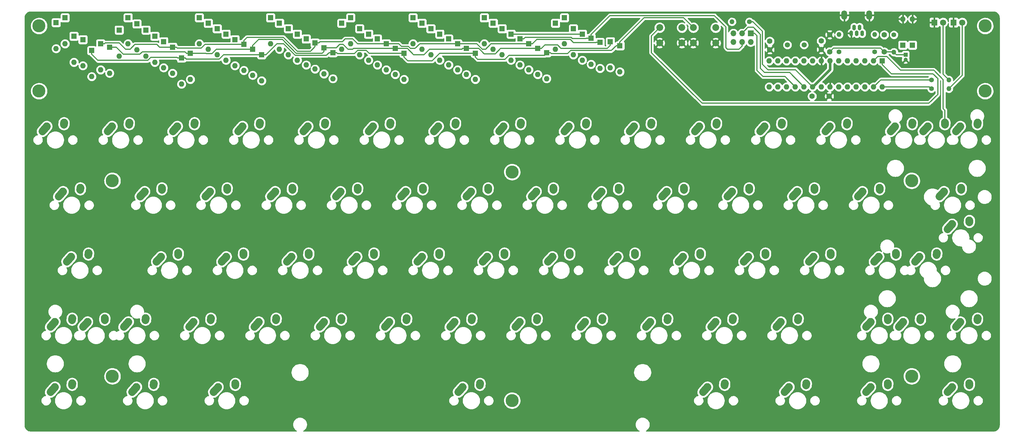
<source format=gtl>
G04 #@! TF.GenerationSoftware,KiCad,Pcbnew,5.99.0-unknown-281d77f~86~ubuntu18.04.1*
G04 #@! TF.CreationDate,2019-09-26T15:53:55+01:00*
G04 #@! TF.ProjectId,gingham,67696e67-6861-46d2-9e6b-696361645f70,V1.0*
G04 #@! TF.SameCoordinates,Original*
G04 #@! TF.FileFunction,Copper,L1,Top*
G04 #@! TF.FilePolarity,Positive*
%FSLAX46Y46*%
G04 Gerber Fmt 4.6, Leading zero omitted, Abs format (unit mm)*
G04 Created by KiCad (PCBNEW 5.99.0-unknown-281d77f~86~ubuntu18.04.1) date 2019-09-26 15:53:55*
%MOMM*%
%LPD*%
G04 APERTURE LIST*
%ADD10O,1.600000X1.600000*%
%ADD11R,1.600000X1.600000*%
%ADD12C,2.250000*%
%ADD13C,2.250000*%
%ADD14O,1.100000X1.650000*%
%ADD15O,1.700000X2.700000*%
%ADD16C,3.800000*%
%ADD17R,1.200000X1.200000*%
%ADD18C,1.200000*%
%ADD19C,1.600000*%
%ADD20R,1.700000X1.700000*%
%ADD21O,1.700000X1.700000*%
%ADD22C,1.800000*%
%ADD23R,1.800000X1.800000*%
%ADD24C,1.400000*%
%ADD25O,1.400000X1.400000*%
%ADD26C,2.000000*%
%ADD27C,1.500000*%
%ADD28C,1.000000*%
%ADD29C,0.300000*%
%ADD30C,0.800000*%
%ADD31C,0.250000*%
%ADD32C,0.254000*%
G04 APERTURE END LIST*
D10*
X135800000Y-65420000D03*
D11*
X135800000Y-57800000D03*
D12*
X243020000Y-116647500D03*
D13*
X243000000Y-116937500D02*
X243040000Y-116357500D01*
D12*
X243040000Y-116357500D03*
X237345001Y-118167500D03*
D13*
X236690000Y-118897500D02*
X238000002Y-117437500D01*
D12*
X238000000Y-117437500D03*
D10*
X219600000Y-63420000D03*
D11*
X219600000Y-55800000D03*
D10*
X70600000Y-63820000D03*
D11*
X70600000Y-56200000D03*
D10*
X200800000Y-56820000D03*
D11*
X200800000Y-49200000D03*
D10*
X216800000Y-62220000D03*
D11*
X216800000Y-54600000D03*
D12*
X242762500Y-79337500D03*
X242107501Y-80067500D03*
D13*
X241452500Y-80797500D02*
X242762502Y-79337500D01*
D12*
X247802500Y-78257500D03*
X247782500Y-78547500D03*
D13*
X247762500Y-78837500D02*
X247802500Y-78257500D01*
D14*
X290362500Y-52137500D03*
X289562500Y-50437500D03*
X288762500Y-52137500D03*
X287962500Y-50437500D03*
X287162500Y-52137500D03*
D15*
X292412500Y-46837500D03*
X285112500Y-46837500D03*
D11*
X65400000Y-57200000D03*
D10*
X65400000Y-64820000D03*
D12*
X64168750Y-136487500D03*
X63513751Y-137217500D03*
D13*
X62858750Y-137947500D02*
X64168752Y-136487500D01*
D12*
X69208750Y-135407500D03*
X69188750Y-135697500D03*
D13*
X69168750Y-135987500D02*
X69208750Y-135407500D01*
D12*
X321601249Y-107122500D03*
D13*
X321581250Y-107412500D02*
X321621248Y-106832500D01*
D12*
X321621250Y-106832500D03*
X315926245Y-108642496D03*
D13*
X315271250Y-109372500D02*
X316581240Y-107912492D01*
D12*
X316581250Y-107912500D03*
X318962500Y-79337500D03*
X318307501Y-80067500D03*
D13*
X317652500Y-80797500D02*
X318962502Y-79337500D01*
D12*
X324002500Y-78257500D03*
X323982500Y-78547500D03*
D13*
X323962500Y-78837500D02*
X324002500Y-78257500D01*
D10*
X203400000Y-55220000D03*
D11*
X203400000Y-47600000D03*
D12*
X59406250Y-117437500D03*
X58751251Y-118167500D03*
D13*
X58096250Y-118897500D02*
X59406252Y-117437500D01*
D12*
X64446250Y-116357500D03*
X64426250Y-116647500D03*
D13*
X64406250Y-116937500D02*
X64446250Y-116357500D01*
D12*
X57025000Y-98387500D03*
X56370001Y-99117500D03*
D13*
X55715000Y-99847500D02*
X57025002Y-98387500D01*
D12*
X62065000Y-97307500D03*
X62045000Y-97597500D03*
D13*
X62025000Y-97887500D02*
X62065000Y-97307500D01*
D16*
X50000000Y-69050000D03*
X50000000Y-50000000D03*
X326225000Y-69050000D03*
X326225000Y-50000000D03*
D17*
X303000000Y-58400000D03*
D18*
X303000000Y-59900000D03*
D19*
X280870000Y-52556250D03*
X280870000Y-57556250D03*
X275714999Y-70556371D03*
X280714999Y-70556371D03*
X263370000Y-56956250D03*
X263370000Y-54456250D03*
X278370000Y-54406250D03*
X278370000Y-56906250D03*
D11*
X91600000Y-59400000D03*
D10*
X91600000Y-67020000D03*
D11*
X94200000Y-58000000D03*
D10*
X94200000Y-65620000D03*
D11*
X115000000Y-58400000D03*
D10*
X115000000Y-66020000D03*
X112400000Y-64420000D03*
D11*
X112400000Y-56800000D03*
X133200000Y-56400000D03*
D10*
X133200000Y-64020000D03*
X156600000Y-65620000D03*
D11*
X156600000Y-58000000D03*
X154000000Y-56600000D03*
D10*
X154000000Y-64220000D03*
D11*
X177400000Y-58000000D03*
D10*
X177400000Y-65620000D03*
X174800000Y-64220000D03*
D11*
X174800000Y-56600000D03*
D10*
X198200000Y-65420000D03*
D11*
X198200000Y-57800000D03*
X195600000Y-56600000D03*
D10*
X195600000Y-64220000D03*
D11*
X305000000Y-55600000D03*
D10*
X305000000Y-47980000D03*
X302200000Y-47980000D03*
D11*
X302200000Y-55600000D03*
D10*
X89000000Y-63820000D03*
D11*
X89000000Y-56200000D03*
D10*
X86400000Y-62220000D03*
D11*
X86400000Y-54600000D03*
X109800000Y-55400000D03*
D10*
X109800000Y-63020000D03*
D11*
X107200000Y-54000000D03*
D10*
X107200000Y-61620000D03*
D11*
X130600000Y-55000000D03*
D10*
X130600000Y-62620000D03*
X128000000Y-61420000D03*
D11*
X128000000Y-53800000D03*
D10*
X151400000Y-62820000D03*
D11*
X151400000Y-55200000D03*
D10*
X148800000Y-61420000D03*
D11*
X148800000Y-53800000D03*
X172200000Y-55200000D03*
D10*
X172200000Y-62820000D03*
D11*
X169600000Y-53800000D03*
D10*
X169600000Y-61420000D03*
X193000000Y-62820000D03*
D11*
X193000000Y-55200000D03*
D10*
X213800000Y-62420000D03*
D11*
X213800000Y-54800000D03*
D10*
X208600000Y-60020000D03*
D11*
X208600000Y-52400000D03*
D10*
X68000000Y-62820000D03*
D11*
X68000000Y-55200000D03*
X83800000Y-53000000D03*
D10*
X83800000Y-60620000D03*
D11*
X81200000Y-51200000D03*
D10*
X81200000Y-58820000D03*
X104600000Y-60020000D03*
D11*
X104600000Y-52400000D03*
X102000000Y-50800000D03*
D10*
X102000000Y-58420000D03*
D11*
X125400000Y-52400000D03*
D10*
X125400000Y-60020000D03*
D11*
X122800000Y-50800000D03*
D10*
X122800000Y-58420000D03*
X146200000Y-60020000D03*
D11*
X146200000Y-52400000D03*
X143600000Y-50800000D03*
D10*
X143600000Y-58420000D03*
D11*
X167000000Y-52400000D03*
D10*
X167000000Y-60020000D03*
X190400000Y-61420000D03*
D11*
X190400000Y-53800000D03*
D10*
X187800000Y-60020000D03*
D11*
X187800000Y-52400000D03*
D10*
X211200000Y-61220000D03*
D11*
X211200000Y-53600000D03*
X62800000Y-54000000D03*
D10*
X62800000Y-61620000D03*
D11*
X60200000Y-53000000D03*
D10*
X60200000Y-60620000D03*
D11*
X73400000Y-51200000D03*
D10*
X73400000Y-58820000D03*
X78600000Y-57020000D03*
D11*
X78600000Y-49400000D03*
D10*
X99400000Y-56820000D03*
D11*
X99400000Y-49200000D03*
X96800000Y-47600000D03*
D10*
X96800000Y-55220000D03*
X120200000Y-56820000D03*
D11*
X120200000Y-49200000D03*
X141000000Y-47600000D03*
D10*
X141000000Y-55220000D03*
D11*
X138400000Y-49200000D03*
D10*
X138400000Y-56820000D03*
X164400000Y-58420000D03*
D11*
X164400000Y-50800000D03*
D10*
X161800000Y-56820000D03*
D11*
X161800000Y-49200000D03*
D10*
X185200000Y-58420000D03*
D11*
X185200000Y-50800000D03*
D10*
X206000000Y-58420000D03*
D11*
X206000000Y-50800000D03*
D10*
X180000000Y-55220000D03*
D11*
X180000000Y-47600000D03*
D10*
X57600000Y-55220000D03*
D11*
X57600000Y-47600000D03*
D10*
X55000000Y-56620000D03*
D11*
X55000000Y-49000000D03*
X76000000Y-47600000D03*
D10*
X76000000Y-55220000D03*
D11*
X117600000Y-47600000D03*
D10*
X117600000Y-55220000D03*
X159200000Y-55220000D03*
D11*
X159200000Y-47600000D03*
D10*
X182600000Y-56820000D03*
D11*
X182600000Y-49200000D03*
D19*
X296800000Y-52600000D03*
X296800000Y-57600000D03*
D16*
X71431250Y-95243750D03*
X71431250Y-152393750D03*
X304793750Y-95243750D03*
X304793750Y-152393750D03*
X188125000Y-92700000D03*
X188125000Y-159500000D03*
D20*
X257800000Y-52175000D03*
D21*
X257800000Y-54715000D03*
X255260000Y-52175000D03*
X255260000Y-54715000D03*
X252720000Y-52175000D03*
X252720000Y-54715000D03*
D22*
X319540000Y-49000000D03*
D23*
X317000000Y-49000000D03*
X311400000Y-49000000D03*
D22*
X313940000Y-49000000D03*
D24*
X299600000Y-52600000D03*
D25*
X299600000Y-57680000D03*
X283600000Y-52520000D03*
D24*
X283600000Y-57600000D03*
X294000000Y-57600000D03*
D25*
X294000000Y-52520000D03*
X252320000Y-48775000D03*
D24*
X257400000Y-48775000D03*
X310550000Y-65770000D03*
D25*
X315630000Y-65770000D03*
X315630000Y-68370000D03*
D24*
X310550000Y-68370000D03*
D12*
X314457500Y-78547500D03*
D13*
X314437500Y-78837500D02*
X314477500Y-78257500D01*
D12*
X314477500Y-78257500D03*
X308782501Y-80067500D03*
D13*
X308127500Y-80797500D02*
X309437502Y-79337500D01*
D12*
X309437500Y-79337500D03*
X52262500Y-79337500D03*
X51607501Y-80067500D03*
D13*
X50952500Y-80797500D02*
X52262502Y-79337500D01*
D12*
X57302500Y-78257500D03*
X57282500Y-78547500D03*
D13*
X57262500Y-78837500D02*
X57302500Y-78257500D01*
D12*
X71312500Y-79337500D03*
X70657501Y-80067500D03*
D13*
X70002500Y-80797500D02*
X71312502Y-79337500D01*
D12*
X76352500Y-78257500D03*
X76332500Y-78547500D03*
D13*
X76312500Y-78837500D02*
X76352500Y-78257500D01*
D12*
X90362500Y-79337500D03*
X89707501Y-80067500D03*
D13*
X89052500Y-80797500D02*
X90362502Y-79337500D01*
D12*
X95402500Y-78257500D03*
X95382500Y-78547500D03*
D13*
X95362500Y-78837500D02*
X95402500Y-78257500D01*
D12*
X114432500Y-78547500D03*
D13*
X114412500Y-78837500D02*
X114452500Y-78257500D01*
D12*
X114452500Y-78257500D03*
X108757501Y-80067500D03*
D13*
X108102500Y-80797500D02*
X109412502Y-79337500D01*
D12*
X109412500Y-79337500D03*
X133482500Y-78547500D03*
D13*
X133462500Y-78837500D02*
X133502500Y-78257500D01*
D12*
X133502500Y-78257500D03*
X127807501Y-80067500D03*
D13*
X127152500Y-80797500D02*
X128462502Y-79337500D01*
D12*
X128462500Y-79337500D03*
X152532500Y-78547500D03*
D13*
X152512500Y-78837500D02*
X152552500Y-78257500D01*
D12*
X152552500Y-78257500D03*
X146857501Y-80067500D03*
D13*
X146202500Y-80797500D02*
X147512502Y-79337500D01*
D12*
X147512500Y-79337500D03*
X171582500Y-78547500D03*
D13*
X171562500Y-78837500D02*
X171602500Y-78257500D01*
D12*
X171602500Y-78257500D03*
X165907501Y-80067500D03*
D13*
X165252500Y-80797500D02*
X166562502Y-79337500D01*
D12*
X166562500Y-79337500D03*
X190632500Y-78547500D03*
D13*
X190612500Y-78837500D02*
X190652500Y-78257500D01*
D12*
X190652500Y-78257500D03*
X184957501Y-80067500D03*
D13*
X184302500Y-80797500D02*
X185612502Y-79337500D01*
D12*
X185612500Y-79337500D03*
X209682500Y-78547500D03*
D13*
X209662500Y-78837500D02*
X209702500Y-78257500D01*
D12*
X209702500Y-78257500D03*
X204007501Y-80067500D03*
D13*
X203352500Y-80797500D02*
X204662502Y-79337500D01*
D12*
X204662500Y-79337500D03*
X228732500Y-78547500D03*
D13*
X228712500Y-78837500D02*
X228752500Y-78257500D01*
D12*
X228752500Y-78257500D03*
X223057501Y-80067500D03*
D13*
X222402500Y-80797500D02*
X223712502Y-79337500D01*
D12*
X223712500Y-79337500D03*
X261812500Y-79337500D03*
X261157501Y-80067500D03*
D13*
X260502500Y-80797500D02*
X261812502Y-79337500D01*
D12*
X266852500Y-78257500D03*
X266832500Y-78547500D03*
D13*
X266812500Y-78837500D02*
X266852500Y-78257500D01*
D12*
X280862500Y-79337500D03*
X280207501Y-80067500D03*
D13*
X279552500Y-80797500D02*
X280862502Y-79337500D01*
D12*
X285902500Y-78257500D03*
X285882500Y-78547500D03*
D13*
X285862500Y-78837500D02*
X285902500Y-78257500D01*
D12*
X299912500Y-79337500D03*
X299257501Y-80067500D03*
D13*
X298602500Y-80797500D02*
X299912502Y-79337500D01*
D12*
X304952500Y-78257500D03*
X304932500Y-78547500D03*
D13*
X304912500Y-78837500D02*
X304952500Y-78257500D01*
D12*
X80837500Y-98387500D03*
X80182501Y-99117500D03*
D13*
X79527500Y-99847500D02*
X80837502Y-98387500D01*
D12*
X85877500Y-97307500D03*
X85857500Y-97597500D03*
D13*
X85837500Y-97887500D02*
X85877500Y-97307500D01*
D12*
X99887500Y-98387500D03*
X99232501Y-99117500D03*
D13*
X98577500Y-99847500D02*
X99887502Y-98387500D01*
D12*
X104927500Y-97307500D03*
X104907500Y-97597500D03*
D13*
X104887500Y-97887500D02*
X104927500Y-97307500D01*
D12*
X123957500Y-97597500D03*
D13*
X123937500Y-97887500D02*
X123977500Y-97307500D01*
D12*
X123977500Y-97307500D03*
X118282501Y-99117500D03*
D13*
X117627500Y-99847500D02*
X118937502Y-98387500D01*
D12*
X118937500Y-98387500D03*
X143007500Y-97597500D03*
D13*
X142987500Y-97887500D02*
X143027500Y-97307500D01*
D12*
X143027500Y-97307500D03*
X137332501Y-99117500D03*
D13*
X136677500Y-99847500D02*
X137987502Y-98387500D01*
D12*
X137987500Y-98387500D03*
X162057500Y-97597500D03*
D13*
X162037500Y-97887500D02*
X162077500Y-97307500D01*
D12*
X162077500Y-97307500D03*
X156382501Y-99117500D03*
D13*
X155727500Y-99847500D02*
X157037502Y-98387500D01*
D12*
X157037500Y-98387500D03*
X181107500Y-97597500D03*
D13*
X181087500Y-97887500D02*
X181127500Y-97307500D01*
D12*
X181127500Y-97307500D03*
X175432501Y-99117500D03*
D13*
X174777500Y-99847500D02*
X176087502Y-98387500D01*
D12*
X176087500Y-98387500D03*
X200157500Y-97597500D03*
D13*
X200137500Y-97887500D02*
X200177500Y-97307500D01*
D12*
X200177500Y-97307500D03*
X194482501Y-99117500D03*
D13*
X193827500Y-99847500D02*
X195137502Y-98387500D01*
D12*
X195137500Y-98387500D03*
X219207500Y-97597500D03*
D13*
X219187500Y-97887500D02*
X219227500Y-97307500D01*
D12*
X219227500Y-97307500D03*
X213532501Y-99117500D03*
D13*
X212877500Y-99847500D02*
X214187502Y-98387500D01*
D12*
X214187500Y-98387500D03*
X238257500Y-97597500D03*
D13*
X238237500Y-97887500D02*
X238277500Y-97307500D01*
D12*
X238277500Y-97307500D03*
X232582501Y-99117500D03*
D13*
X231927500Y-99847500D02*
X233237502Y-98387500D01*
D12*
X233237500Y-98387500D03*
X252287500Y-98387500D03*
X251632501Y-99117500D03*
D13*
X250977500Y-99847500D02*
X252287502Y-98387500D01*
D12*
X257327500Y-97307500D03*
X257307500Y-97597500D03*
D13*
X257287500Y-97887500D02*
X257327500Y-97307500D01*
D12*
X271337500Y-98387500D03*
X270682501Y-99117500D03*
D13*
X270027500Y-99847500D02*
X271337502Y-98387500D01*
D12*
X276377500Y-97307500D03*
X276357500Y-97597500D03*
D13*
X276337500Y-97887500D02*
X276377500Y-97307500D01*
D12*
X290387500Y-98387500D03*
X289732501Y-99117500D03*
D13*
X289077500Y-99847500D02*
X290387502Y-98387500D01*
D12*
X295427500Y-97307500D03*
X295407500Y-97597500D03*
D13*
X295387500Y-97887500D02*
X295427500Y-97307500D01*
D12*
X295150000Y-117437500D03*
X294495001Y-118167500D03*
D13*
X293840000Y-118897500D02*
X295150002Y-117437500D01*
D12*
X300190000Y-116357500D03*
X300170000Y-116647500D03*
D13*
X300150000Y-116937500D02*
X300190000Y-116357500D01*
D12*
X85600000Y-117437500D03*
X84945001Y-118167500D03*
D13*
X84290000Y-118897500D02*
X85600002Y-117437500D01*
D12*
X90640000Y-116357500D03*
X90620000Y-116647500D03*
D13*
X90600000Y-116937500D02*
X90640000Y-116357500D01*
D12*
X104650000Y-117437500D03*
X103995001Y-118167500D03*
D13*
X103340000Y-118897500D02*
X104650002Y-117437500D01*
D12*
X109690000Y-116357500D03*
X109670000Y-116647500D03*
D13*
X109650000Y-116937500D02*
X109690000Y-116357500D01*
D12*
X128720000Y-116647500D03*
D13*
X128700000Y-116937500D02*
X128740000Y-116357500D01*
D12*
X128740000Y-116357500D03*
X123045001Y-118167500D03*
D13*
X122390000Y-118897500D02*
X123700002Y-117437500D01*
D12*
X123700000Y-117437500D03*
X147770000Y-116647500D03*
D13*
X147750000Y-116937500D02*
X147790000Y-116357500D01*
D12*
X147790000Y-116357500D03*
X142095001Y-118167500D03*
D13*
X141440000Y-118897500D02*
X142750002Y-117437500D01*
D12*
X142750000Y-117437500D03*
X166820000Y-116647500D03*
D13*
X166800000Y-116937500D02*
X166840000Y-116357500D01*
D12*
X166840000Y-116357500D03*
X161145001Y-118167500D03*
D13*
X160490000Y-118897500D02*
X161800002Y-117437500D01*
D12*
X161800000Y-117437500D03*
X180850000Y-117437500D03*
X180195001Y-118167500D03*
D13*
X179540000Y-118897500D02*
X180850002Y-117437500D01*
D12*
X185890000Y-116357500D03*
X185870000Y-116647500D03*
D13*
X185850000Y-116937500D02*
X185890000Y-116357500D01*
D12*
X204920000Y-116647500D03*
D13*
X204900000Y-116937500D02*
X204940000Y-116357500D01*
D12*
X204940000Y-116357500D03*
X199245001Y-118167500D03*
D13*
X198590000Y-118897500D02*
X199900002Y-117437500D01*
D12*
X199900000Y-117437500D03*
X223970000Y-116647500D03*
D13*
X223950000Y-116937500D02*
X223990000Y-116357500D01*
D12*
X223990000Y-116357500D03*
X218295001Y-118167500D03*
D13*
X217640000Y-118897500D02*
X218950002Y-117437500D01*
D12*
X218950000Y-117437500D03*
X257050000Y-117437500D03*
X256395001Y-118167500D03*
D13*
X255740000Y-118897500D02*
X257050002Y-117437500D01*
D12*
X262090000Y-116357500D03*
X262070000Y-116647500D03*
D13*
X262050000Y-116937500D02*
X262090000Y-116357500D01*
D12*
X276100000Y-117437500D03*
X275445001Y-118167500D03*
D13*
X274790000Y-118897500D02*
X276100002Y-117437500D01*
D12*
X281140000Y-116357500D03*
X281120000Y-116647500D03*
D13*
X281100000Y-116937500D02*
X281140000Y-116357500D01*
D12*
X319220000Y-97597500D03*
D13*
X319200000Y-97887500D02*
X319240000Y-97307500D01*
D12*
X319240000Y-97307500D03*
X313545001Y-99117500D03*
D13*
X312890000Y-99847500D02*
X314200002Y-98387500D01*
D12*
X314200000Y-98387500D03*
X312076250Y-116647500D03*
D13*
X312056250Y-116937500D02*
X312096250Y-116357500D01*
D12*
X312096250Y-116357500D03*
X306401251Y-118167500D03*
D13*
X305746250Y-118897500D02*
X307056252Y-117437500D01*
D12*
X307056250Y-117437500D03*
X297788750Y-135697500D03*
D13*
X297768750Y-135987500D02*
X297808750Y-135407500D01*
D12*
X297808750Y-135407500D03*
X292113751Y-137217500D03*
D13*
X291458750Y-137947500D02*
X292768752Y-136487500D01*
D12*
X292768750Y-136487500D03*
X76075000Y-136487500D03*
X75420001Y-137217500D03*
D13*
X74765000Y-137947500D02*
X76075002Y-136487500D01*
D12*
X81115000Y-135407500D03*
X81095000Y-135697500D03*
D13*
X81075000Y-135987500D02*
X81115000Y-135407500D01*
D12*
X95125000Y-136487500D03*
X94470001Y-137217500D03*
D13*
X93815000Y-137947500D02*
X95125002Y-136487500D01*
D12*
X100165000Y-135407500D03*
X100145000Y-135697500D03*
D13*
X100125000Y-135987500D02*
X100165000Y-135407500D01*
D12*
X119195000Y-135697500D03*
D13*
X119175000Y-135987500D02*
X119215000Y-135407500D01*
D12*
X119215000Y-135407500D03*
X113520001Y-137217500D03*
D13*
X112865000Y-137947500D02*
X114175002Y-136487500D01*
D12*
X114175000Y-136487500D03*
X138245000Y-135697500D03*
D13*
X138225000Y-135987500D02*
X138265000Y-135407500D01*
D12*
X138265000Y-135407500D03*
X132570001Y-137217500D03*
D13*
X131915000Y-137947500D02*
X133225002Y-136487500D01*
D12*
X133225000Y-136487500D03*
X157295000Y-135697500D03*
D13*
X157275000Y-135987500D02*
X157315000Y-135407500D01*
D12*
X157315000Y-135407500D03*
X151620001Y-137217500D03*
D13*
X150965000Y-137947500D02*
X152275002Y-136487500D01*
D12*
X152275000Y-136487500D03*
X176345000Y-135697500D03*
D13*
X176325000Y-135987500D02*
X176365000Y-135407500D01*
D12*
X176365000Y-135407500D03*
X170670001Y-137217500D03*
D13*
X170015000Y-137947500D02*
X171325002Y-136487500D01*
D12*
X171325000Y-136487500D03*
X195395000Y-135697500D03*
D13*
X195375000Y-135987500D02*
X195415000Y-135407500D01*
D12*
X195415000Y-135407500D03*
X189720001Y-137217500D03*
D13*
X189065000Y-137947500D02*
X190375002Y-136487500D01*
D12*
X190375000Y-136487500D03*
X214445000Y-135697500D03*
D13*
X214425000Y-135987500D02*
X214465000Y-135407500D01*
D12*
X214465000Y-135407500D03*
X208770001Y-137217500D03*
D13*
X208115000Y-137947500D02*
X209425002Y-136487500D01*
D12*
X209425000Y-136487500D03*
X233495000Y-135697500D03*
D13*
X233475000Y-135987500D02*
X233515000Y-135407500D01*
D12*
X233515000Y-135407500D03*
X227820001Y-137217500D03*
D13*
X227165000Y-137947500D02*
X228475002Y-136487500D01*
D12*
X228475000Y-136487500D03*
X247525000Y-136487500D03*
X246870001Y-137217500D03*
D13*
X246215000Y-137947500D02*
X247525002Y-136487500D01*
D12*
X252565000Y-135407500D03*
X252545000Y-135697500D03*
D13*
X252525000Y-135987500D02*
X252565000Y-135407500D01*
D12*
X266575000Y-136487500D03*
X265920001Y-137217500D03*
D13*
X265265000Y-137947500D02*
X266575002Y-136487500D01*
D12*
X271615000Y-135407500D03*
X271595000Y-135697500D03*
D13*
X271575000Y-135987500D02*
X271615000Y-135407500D01*
D12*
X307313750Y-135697500D03*
D13*
X307293750Y-135987500D02*
X307333750Y-135407500D01*
D12*
X307333750Y-135407500D03*
X301638751Y-137217500D03*
D13*
X300983750Y-137947500D02*
X302293752Y-136487500D01*
D12*
X302293750Y-136487500D03*
X318962500Y-136487500D03*
X318307501Y-137217500D03*
D13*
X317652500Y-137947500D02*
X318962502Y-136487500D01*
D12*
X324002500Y-135407500D03*
X323982500Y-135697500D03*
D13*
X323962500Y-135987500D02*
X324002500Y-135407500D01*
D12*
X54643750Y-155537500D03*
X53988751Y-156267500D03*
D13*
X53333750Y-156997500D02*
X54643752Y-155537500D01*
D12*
X59683750Y-154457500D03*
X59663750Y-154747500D03*
D13*
X59643750Y-155037500D02*
X59683750Y-154457500D01*
D12*
X83476250Y-154747500D03*
D13*
X83456250Y-155037500D02*
X83496250Y-154457500D01*
D12*
X83496250Y-154457500D03*
X77801251Y-156267500D03*
D13*
X77146250Y-156997500D02*
X78456252Y-155537500D01*
D12*
X78456250Y-155537500D03*
X102268750Y-155537500D03*
X101613751Y-156267500D03*
D13*
X100958750Y-156997500D02*
X102268752Y-155537500D01*
D12*
X107308750Y-154457500D03*
X107288750Y-154747500D03*
D13*
X107268750Y-155037500D02*
X107308750Y-154457500D01*
D12*
X178726250Y-154747500D03*
D13*
X178706250Y-155037500D02*
X178746250Y-154457500D01*
D12*
X178746250Y-154457500D03*
X173051251Y-156267500D03*
D13*
X172396250Y-156997500D02*
X173706252Y-155537500D01*
D12*
X173706250Y-155537500D03*
X250163750Y-154747500D03*
D13*
X250143750Y-155037500D02*
X250183750Y-154457500D01*
D12*
X250183750Y-154457500D03*
X244488751Y-156267500D03*
D13*
X243833750Y-156997500D02*
X245143752Y-155537500D01*
D12*
X245143750Y-155537500D03*
X268956250Y-155537500D03*
X268301251Y-156267500D03*
D13*
X267646250Y-156997500D02*
X268956252Y-155537500D01*
D12*
X273996250Y-154457500D03*
X273976250Y-154747500D03*
D13*
X273956250Y-155037500D02*
X273996250Y-154457500D01*
D12*
X297788750Y-154747500D03*
D13*
X297768750Y-155037500D02*
X297808750Y-154457500D01*
D12*
X297808750Y-154457500D03*
X292113751Y-156267500D03*
D13*
X291458750Y-156997500D02*
X292768752Y-155537500D01*
D12*
X292768750Y-155537500D03*
X316581250Y-155537500D03*
X315926251Y-156267500D03*
D13*
X315271250Y-156997500D02*
X316581252Y-155537500D01*
D12*
X321621250Y-154457500D03*
X321601250Y-154747500D03*
D13*
X321581250Y-155037500D02*
X321621250Y-154457500D01*
D26*
X231200000Y-55000000D03*
X231200000Y-50500000D03*
X237700000Y-55000000D03*
X237700000Y-50500000D03*
X247549999Y-50500000D03*
X247549999Y-55000000D03*
X241049999Y-50500000D03*
X241049999Y-55000000D03*
D12*
X59663750Y-135697500D03*
D13*
X59643750Y-135987500D02*
X59683750Y-135407500D01*
D12*
X59683750Y-135407500D03*
X53988751Y-137217500D03*
D13*
X53333750Y-137947500D02*
X54643752Y-136487500D01*
D12*
X54643750Y-136487500D03*
D11*
X296220000Y-60200000D03*
D10*
X263200000Y-67820000D03*
X293680000Y-60200000D03*
X265740000Y-67820000D03*
X291140000Y-60200000D03*
X268280000Y-67820000D03*
X288600000Y-60200000D03*
X270820000Y-67820000D03*
X286060000Y-60200000D03*
X273360000Y-67820000D03*
X283520000Y-60200000D03*
X275900000Y-67820000D03*
X280980000Y-60200000D03*
X278440000Y-67820000D03*
X278440000Y-60200000D03*
X280980000Y-67820000D03*
X275900000Y-60200000D03*
X283520000Y-67820000D03*
X273360000Y-60200000D03*
X286060000Y-67820000D03*
X270820000Y-60200000D03*
X288600000Y-67820000D03*
X268280000Y-60200000D03*
X291140000Y-67820000D03*
X265740000Y-60200000D03*
X293680000Y-67820000D03*
X263200000Y-60200000D03*
X296220000Y-67820000D03*
D27*
X273370000Y-55556250D03*
X268490000Y-55556250D03*
D28*
X311000000Y-94000000D03*
X311000000Y-112000000D03*
X249800000Y-131400000D03*
X248400000Y-112600000D03*
X222200000Y-110000000D03*
X184200000Y-110000000D03*
X107800000Y-113000000D03*
X145200000Y-110600000D03*
X198800000Y-61000000D03*
X175600000Y-61200000D03*
X154400000Y-60800000D03*
X136000000Y-61600000D03*
X158600000Y-78600000D03*
X196800000Y-79600000D03*
X236600000Y-78800000D03*
X278600000Y-111000000D03*
X317400000Y-91800000D03*
X327800000Y-149200000D03*
X287800000Y-148200000D03*
X286800000Y-160800000D03*
X229800000Y-167000000D03*
X161600000Y-149400000D03*
X66000000Y-147200000D03*
X88600000Y-148400000D03*
X94800000Y-166000000D03*
X310400000Y-86600000D03*
X294800000Y-74800000D03*
X294400000Y-88600000D03*
X285600000Y-105600000D03*
X304600000Y-110800000D03*
X318400000Y-117400000D03*
X326400000Y-118000000D03*
X306600000Y-127200000D03*
X310400000Y-132000000D03*
X309600000Y-153400000D03*
X279600000Y-134000000D03*
X284600000Y-136200000D03*
X240400000Y-150200000D03*
X216600000Y-157000000D03*
X197000000Y-166000000D03*
X145200000Y-130400000D03*
X132800000Y-111000000D03*
X171000000Y-111400000D03*
X206800000Y-110600000D03*
X230200000Y-91600000D03*
X201800000Y-91600000D03*
X158400000Y-91200000D03*
X86800000Y-74600000D03*
X115800000Y-74600000D03*
X116800000Y-93600000D03*
X92800000Y-94800000D03*
X80400000Y-114000000D03*
X72600000Y-132400000D03*
X66800000Y-153800000D03*
X92200000Y-153400000D03*
X147800000Y-152200000D03*
X200600000Y-149600000D03*
X193600000Y-129600000D03*
X232600000Y-130400000D03*
X268200000Y-128600000D03*
X273000000Y-90400000D03*
X273600000Y-79400000D03*
X225400000Y-59200000D03*
X257000000Y-60200000D03*
X243000000Y-65600000D03*
X229200000Y-65400000D03*
X223800000Y-48400000D03*
X275370000Y-65756250D03*
D29*
X312400000Y-70000000D02*
X312400000Y-65400000D01*
X309800000Y-72600000D02*
X312400000Y-70000000D01*
X228800000Y-57800000D02*
X243600000Y-72600000D01*
X312400000Y-65400000D02*
X311000000Y-64000000D01*
X298920000Y-64000000D02*
X296220000Y-61300000D01*
X296220000Y-61300000D02*
X296220000Y-60200000D01*
X243600000Y-72600000D02*
X309800000Y-72600000D01*
X228800000Y-52900000D02*
X228800000Y-57800000D01*
X231200000Y-50500000D02*
X228800000Y-52900000D01*
X311000000Y-64000000D02*
X298920000Y-64000000D01*
X314000000Y-65700002D02*
X311249999Y-62950001D01*
X301550001Y-62950001D02*
X297549999Y-58949999D01*
X311249999Y-62950001D02*
X301550001Y-62950001D01*
X314000000Y-74200000D02*
X314000000Y-65700002D01*
X297549999Y-58949999D02*
X294930001Y-58949999D01*
X294930001Y-58949999D02*
X293680000Y-60200000D01*
X314477500Y-74677500D02*
X314000000Y-74200000D01*
X314477500Y-78257500D02*
X314477500Y-74677500D01*
X250517903Y-50317903D02*
X247200000Y-47000000D01*
X254377081Y-56800000D02*
X251000000Y-56800000D01*
X251000000Y-56800000D02*
X250517903Y-56317903D01*
X255260000Y-54715000D02*
X255260000Y-55917081D01*
X255260000Y-55917081D02*
X254377081Y-56800000D01*
X216700000Y-47000000D02*
X211200000Y-52500000D01*
X250517903Y-56317903D02*
X250517903Y-50317903D01*
X247200000Y-47000000D02*
X216700000Y-47000000D01*
X211200000Y-52500000D02*
X211200000Y-53600000D01*
X238149999Y-47600000D02*
X226700000Y-47600000D01*
X241049999Y-50500000D02*
X238149999Y-47600000D01*
X226700000Y-47600000D02*
X219600000Y-54700000D01*
X219600000Y-54700000D02*
X219600000Y-55800000D01*
X262800000Y-62800000D02*
X261200010Y-61200010D01*
X261200010Y-61200010D02*
X261200010Y-51585061D01*
X258389949Y-48775000D02*
X257400000Y-48775000D01*
X261200010Y-51585061D02*
X258389949Y-48775000D01*
X270880000Y-62800000D02*
X262800000Y-62800000D01*
X275900000Y-67820000D02*
X270880000Y-62800000D01*
X261800000Y-63600000D02*
X269140000Y-63600000D01*
X255260000Y-52175000D02*
X257010010Y-50424990D01*
X260600000Y-52464998D02*
X260600000Y-62400000D01*
X260600000Y-62400000D02*
X261800000Y-63600000D01*
X257010010Y-50424990D02*
X258559992Y-50424990D01*
X258559992Y-50424990D02*
X260600000Y-52464998D01*
X269140000Y-63600000D02*
X273360000Y-67820000D01*
X261400000Y-64800000D02*
X267800000Y-64800000D01*
X267800000Y-64800000D02*
X270820000Y-67820000D01*
X259600000Y-63000000D02*
X261400000Y-64800000D01*
X259600000Y-52825000D02*
X259600000Y-63000000D01*
X257800000Y-52175000D02*
X258950000Y-52175000D01*
X258950000Y-52175000D02*
X259600000Y-52825000D01*
X187800000Y-52400000D02*
X208600000Y-52400000D01*
X211200000Y-53600000D02*
X209810002Y-53600000D01*
X205698543Y-53650001D02*
X205418531Y-53369989D01*
X209810002Y-53600000D02*
X209760001Y-53650001D01*
X209760001Y-53650001D02*
X205698543Y-53650001D01*
X191500000Y-53800000D02*
X190400000Y-53800000D01*
X205418531Y-53369989D02*
X191930011Y-53369989D01*
X191930011Y-53369989D02*
X191500000Y-53800000D01*
X219600000Y-55800000D02*
X218500000Y-55800000D01*
X218500000Y-55800000D02*
X217099991Y-57200009D01*
X217099991Y-57200009D02*
X206630011Y-57200009D01*
X206630011Y-57200009D02*
X206600001Y-57169999D01*
X206600001Y-57169999D02*
X205230001Y-57169999D01*
X205230001Y-57169999D02*
X204329999Y-58070001D01*
X204329999Y-58070001D02*
X199570001Y-58070001D01*
X199570001Y-58070001D02*
X199300000Y-57800000D01*
X199300000Y-57800000D02*
X198200000Y-57800000D01*
X202399991Y-56569989D02*
X215930011Y-56569989D01*
X216800000Y-54600000D02*
X216800000Y-55700000D01*
X216800000Y-55700000D02*
X215930011Y-56569989D01*
X296800000Y-57600000D02*
X299520000Y-57600000D01*
X299600000Y-57680000D02*
X300320000Y-58400000D01*
X300320000Y-58400000D02*
X303000000Y-58400000D01*
X313940000Y-49000000D02*
X313940000Y-64080000D01*
X313940000Y-64080000D02*
X315630000Y-65770000D01*
X319540000Y-49000000D02*
X319540000Y-64460000D01*
X319540000Y-64460000D02*
X315630000Y-68370000D01*
X293680000Y-67820000D02*
X295730000Y-65770000D01*
X295730000Y-65770000D02*
X310550000Y-65770000D01*
X296220000Y-67820000D02*
X310000000Y-67820000D01*
X310000000Y-67820000D02*
X310550000Y-68370000D01*
X91600000Y-59400000D02*
X90500000Y-59400000D01*
X90500000Y-59400000D02*
X90300000Y-59200000D01*
X90300000Y-59200000D02*
X82670002Y-59200000D01*
X82670002Y-59200000D02*
X81800001Y-60070001D01*
X81800001Y-60070001D02*
X67170001Y-60070001D01*
X67170001Y-60070001D02*
X65400000Y-58300000D01*
X65400000Y-58300000D02*
X65400000Y-57200000D01*
X94200000Y-58000000D02*
X93100000Y-58000000D01*
X93100000Y-58000000D02*
X92669999Y-57569999D01*
X92669999Y-57569999D02*
X80169999Y-57569999D01*
X80169999Y-57569999D02*
X79469997Y-58270001D01*
X79469997Y-58270001D02*
X74650001Y-58270001D01*
X74650001Y-58270001D02*
X72580000Y-56200000D01*
X70600000Y-56200000D02*
X72580000Y-56200000D01*
X68000000Y-55200000D02*
X69100000Y-55200000D01*
X69100000Y-55200000D02*
X69350001Y-54949999D01*
X69350001Y-54949999D02*
X73398541Y-54949999D01*
X205169999Y-53969999D02*
X206050001Y-54850001D01*
X206050001Y-54850001D02*
X212649999Y-54850001D01*
X194100000Y-55200000D02*
X195330001Y-53969999D01*
X212649999Y-54850001D02*
X212700000Y-54800000D01*
X195330001Y-53969999D02*
X205169999Y-53969999D01*
X193000000Y-55200000D02*
X194100000Y-55200000D01*
X212700000Y-54800000D02*
X213800000Y-54800000D01*
X206878544Y-56600000D02*
X206848533Y-56569989D01*
X202399991Y-56569989D02*
X201400001Y-55569999D01*
X197730001Y-55569999D02*
X196700000Y-56600000D01*
X196700000Y-56600000D02*
X195600000Y-56600000D01*
X201400001Y-55569999D02*
X197730001Y-55569999D01*
X75248542Y-56800000D02*
X76600000Y-56800000D01*
X76600000Y-56800000D02*
X78000000Y-55400000D01*
X69500000Y-55000000D02*
X69550001Y-54949999D01*
X73398541Y-54949999D02*
X75248542Y-56800000D01*
X78000000Y-55400000D02*
X84400000Y-55400000D01*
X84400000Y-55400000D02*
X85200000Y-56200000D01*
X85200000Y-56200000D02*
X89000000Y-56200000D01*
X125078544Y-58000000D02*
X132700000Y-58000000D01*
X121048543Y-53969999D02*
X125078544Y-58000000D01*
X114130001Y-53969999D02*
X121048543Y-53969999D01*
X112400000Y-55700000D02*
X114130001Y-53969999D01*
X112400000Y-56800000D02*
X112400000Y-55700000D01*
X132700000Y-58000000D02*
X133200000Y-57500000D01*
X133200000Y-57500000D02*
X133200000Y-56400000D01*
X129300000Y-57400000D02*
X130600000Y-56100000D01*
X109800000Y-54300000D02*
X110730011Y-53369989D01*
X125400000Y-57400000D02*
X129300000Y-57400000D01*
X121369989Y-53369989D02*
X125400000Y-57400000D01*
X110730011Y-53369989D02*
X121369989Y-53369989D01*
X109800000Y-55400000D02*
X109800000Y-54300000D01*
X130600000Y-56100000D02*
X130600000Y-55000000D01*
X133899990Y-58600010D02*
X134700000Y-57800000D01*
X121430002Y-55200000D02*
X124830012Y-58600010D01*
X119470002Y-55200000D02*
X121430002Y-55200000D01*
X124830012Y-58600010D02*
X133899990Y-58600010D01*
X116270002Y-58400000D02*
X119470002Y-55200000D01*
X115000000Y-58400000D02*
X116270002Y-58400000D01*
X134700000Y-57800000D02*
X135800000Y-57800000D01*
X177400000Y-58000000D02*
X167000000Y-58000000D01*
X167000000Y-58000000D02*
X164800000Y-60200000D01*
X164800000Y-60200000D02*
X157700000Y-60200000D01*
X157700000Y-60200000D02*
X156600000Y-59100000D01*
X156600000Y-59100000D02*
X156600000Y-58000000D01*
X179600000Y-57789998D02*
X178410002Y-56600000D01*
X178410002Y-56600000D02*
X174800000Y-56600000D01*
X180000000Y-58200000D02*
X179600000Y-57800000D01*
X183200000Y-58200000D02*
X180000000Y-58200000D01*
X179600000Y-57800000D02*
X179600000Y-57789998D01*
X195600000Y-56600000D02*
X184800000Y-56600000D01*
X184800000Y-56600000D02*
X183200000Y-58200000D01*
X180400000Y-56800000D02*
X182000000Y-55200000D01*
X177858544Y-55200000D02*
X179458544Y-56800000D01*
X179458544Y-56800000D02*
X180400000Y-56800000D01*
X161200000Y-55200000D02*
X177858544Y-55200000D01*
X180729999Y-56470001D02*
X180600001Y-56470001D01*
X193000000Y-55200000D02*
X182000000Y-55200000D01*
X186000000Y-59800000D02*
X178100000Y-59800000D01*
X178100000Y-59800000D02*
X177400000Y-59100000D01*
X177400000Y-59100000D02*
X177400000Y-58000000D01*
X187200000Y-58600000D02*
X186000000Y-59800000D01*
X197600000Y-58600000D02*
X187200000Y-58600000D01*
X155800000Y-56000000D02*
X155000000Y-55200000D01*
X157848542Y-56000000D02*
X155800000Y-56000000D01*
X155000000Y-55200000D02*
X151400000Y-55200000D01*
X159800000Y-56600000D02*
X158448542Y-56600000D01*
X158448542Y-56600000D02*
X157848542Y-56000000D01*
X161200000Y-55200000D02*
X159800000Y-56600000D01*
X164000000Y-56800000D02*
X173500000Y-56800000D01*
X162400000Y-58400000D02*
X164000000Y-56800000D01*
X173500000Y-56800000D02*
X173700000Y-56600000D01*
X154000000Y-56600000D02*
X157600000Y-56600000D01*
X159400000Y-58400000D02*
X162400000Y-58400000D01*
X157600000Y-56600000D02*
X159400000Y-58400000D01*
X173700000Y-56600000D02*
X174800000Y-56600000D01*
X132100000Y-54600000D02*
X131700000Y-55000000D01*
X139400000Y-53800000D02*
X138600000Y-54600000D01*
X138600000Y-54600000D02*
X132100000Y-54600000D01*
X141600000Y-53800000D02*
X139400000Y-53800000D01*
X143000000Y-55200000D02*
X141600000Y-53800000D01*
X151400000Y-55200000D02*
X143000000Y-55200000D01*
X131700000Y-55000000D02*
X130600000Y-55000000D01*
X137800000Y-55400000D02*
X136800000Y-56400000D01*
X136800000Y-56400000D02*
X133200000Y-56400000D01*
X138800000Y-55400000D02*
X137800000Y-55400000D01*
X140200000Y-56800000D02*
X138800000Y-55400000D01*
X141600000Y-56800000D02*
X140200000Y-56800000D01*
X141830011Y-56569989D02*
X141600000Y-56800000D01*
X150549999Y-56600000D02*
X150519988Y-56569989D01*
X150519988Y-56569989D02*
X141830011Y-56569989D01*
X154000000Y-56600000D02*
X150549999Y-56600000D01*
X145569999Y-57169999D02*
X146400000Y-58000000D01*
X146400000Y-58000000D02*
X156600000Y-58000000D01*
X136900000Y-57800000D02*
X137170001Y-58070001D01*
X135800000Y-57800000D02*
X136900000Y-57800000D01*
X137170001Y-58070001D02*
X142099997Y-58070001D01*
X142099997Y-58070001D02*
X142999999Y-57169999D01*
X142999999Y-57169999D02*
X145569999Y-57169999D01*
X109800000Y-55400000D02*
X98470002Y-55400000D01*
X98470002Y-55400000D02*
X97400001Y-56470001D01*
X97400001Y-56470001D02*
X90370001Y-56470001D01*
X90370001Y-56470001D02*
X90100000Y-56200000D01*
X90100000Y-56200000D02*
X89000000Y-56200000D01*
X115000000Y-58400000D02*
X103870002Y-58400000D01*
X103870002Y-58400000D02*
X102600001Y-59670001D01*
X102600001Y-59670001D02*
X92970001Y-59670001D01*
X92970001Y-59670001D02*
X92700000Y-59400000D01*
X92700000Y-59400000D02*
X91600000Y-59400000D01*
X94200000Y-58000000D02*
X98729998Y-58000000D01*
X101769998Y-56800000D02*
X112400000Y-56800000D01*
X98729998Y-58000000D02*
X98799999Y-58070001D01*
X98799999Y-58070001D02*
X100499997Y-58070001D01*
X100499997Y-58070001D02*
X101769998Y-56800000D01*
D30*
X275900000Y-67820000D02*
X280980000Y-62740000D01*
X280980000Y-62740000D02*
X280980000Y-60200000D01*
D31*
X278440000Y-60200000D02*
X278440000Y-62686250D01*
X278440000Y-62686250D02*
X275370000Y-65756250D01*
D29*
X295649999Y-56449999D02*
X296800000Y-57600000D01*
X281976251Y-56449999D02*
X295649999Y-56449999D01*
X280870000Y-57556250D02*
X281976251Y-56449999D01*
D32*
G36*
X283673540Y-45952331D02*
G01*
X283628500Y-46292148D01*
X283628500Y-46709500D01*
X286596500Y-46709500D01*
X286596500Y-46274310D01*
X286580569Y-46086558D01*
X286524751Y-45871500D01*
X291002880Y-45871500D01*
X290973540Y-45952331D01*
X290928500Y-46292148D01*
X290928500Y-46709500D01*
X293896500Y-46709500D01*
X293896500Y-46274310D01*
X293880569Y-46086558D01*
X293824751Y-45871500D01*
X328536067Y-45871500D01*
X328548084Y-45874186D01*
X328564061Y-45875330D01*
X328833445Y-45892987D01*
X329056769Y-45937408D01*
X329272368Y-46010595D01*
X329476579Y-46111300D01*
X329665895Y-46237797D01*
X329837078Y-46387920D01*
X329987205Y-46559108D01*
X330113700Y-46748421D01*
X330214407Y-46952635D01*
X330287591Y-47168227D01*
X330332013Y-47391555D01*
X330350232Y-47669515D01*
X330353501Y-47685028D01*
X330353500Y-166611067D01*
X330350814Y-166623084D01*
X330349670Y-166639061D01*
X330332013Y-166908445D01*
X330287591Y-167131773D01*
X330214407Y-167347365D01*
X330113700Y-167551579D01*
X329987205Y-167740892D01*
X329837078Y-167912080D01*
X329665895Y-168062203D01*
X329476579Y-168188700D01*
X329272368Y-168289405D01*
X329056769Y-168362592D01*
X328833445Y-168407013D01*
X328555484Y-168425232D01*
X328539977Y-168428500D01*
X227221039Y-168428500D01*
X227287785Y-168395946D01*
X227537991Y-168227179D01*
X227762275Y-168025233D01*
X227956271Y-167794038D01*
X228116203Y-167538093D01*
X228238957Y-167262382D01*
X228322147Y-166972269D01*
X228364149Y-166673402D01*
X228364149Y-166371598D01*
X228322147Y-166072731D01*
X228238957Y-165782618D01*
X228116203Y-165506907D01*
X227956271Y-165250962D01*
X227762275Y-165019767D01*
X227537991Y-164817821D01*
X227287785Y-164649054D01*
X227016525Y-164516753D01*
X226729492Y-164423489D01*
X226432273Y-164371082D01*
X226130653Y-164360549D01*
X225830502Y-164392096D01*
X225537663Y-164465109D01*
X225257835Y-164578167D01*
X224996466Y-164729069D01*
X224758641Y-164914878D01*
X224548990Y-165131978D01*
X224371594Y-165376142D01*
X224229906Y-165642619D01*
X224126682Y-165926222D01*
X224063935Y-166221431D01*
X224042881Y-166522500D01*
X224063935Y-166823569D01*
X224126682Y-167118778D01*
X224229906Y-167402381D01*
X224371594Y-167668858D01*
X224548990Y-167913022D01*
X224758641Y-168130122D01*
X224996466Y-168315931D01*
X225191441Y-168428500D01*
X127221239Y-168428500D01*
X127287985Y-168395946D01*
X127538191Y-168227179D01*
X127762475Y-168025233D01*
X127956471Y-167794038D01*
X128116403Y-167538093D01*
X128239157Y-167262382D01*
X128322347Y-166972269D01*
X128364349Y-166673402D01*
X128364349Y-166371598D01*
X128322347Y-166072731D01*
X128239157Y-165782618D01*
X128116403Y-165506907D01*
X127956471Y-165250962D01*
X127762475Y-165019767D01*
X127538191Y-164817821D01*
X127287985Y-164649054D01*
X127016725Y-164516753D01*
X126729692Y-164423489D01*
X126432473Y-164371082D01*
X126130853Y-164360549D01*
X125830702Y-164392096D01*
X125537863Y-164465109D01*
X125258035Y-164578167D01*
X124996666Y-164729069D01*
X124758841Y-164914878D01*
X124549190Y-165131978D01*
X124371794Y-165376142D01*
X124230106Y-165642619D01*
X124126882Y-165926222D01*
X124064135Y-166221431D01*
X124043081Y-166522500D01*
X124064135Y-166823569D01*
X124126882Y-167118778D01*
X124230106Y-167402381D01*
X124371794Y-167668858D01*
X124549190Y-167913022D01*
X124758841Y-168130122D01*
X124996666Y-168315931D01*
X125191641Y-168428500D01*
X47688933Y-168428500D01*
X47676916Y-168425814D01*
X47660939Y-168424670D01*
X47391555Y-168407013D01*
X47168227Y-168362591D01*
X46952635Y-168289407D01*
X46748421Y-168188700D01*
X46559108Y-168062205D01*
X46387920Y-167912078D01*
X46237797Y-167740895D01*
X46111300Y-167551579D01*
X46010595Y-167347368D01*
X45937408Y-167131769D01*
X45892987Y-166908445D01*
X45874768Y-166630484D01*
X45871500Y-166614977D01*
X45871500Y-159521641D01*
X50549380Y-159521641D01*
X50568359Y-159777023D01*
X50630095Y-160025556D01*
X50732823Y-160260134D01*
X50873607Y-160474050D01*
X51048421Y-160661187D01*
X51252265Y-160816194D01*
X51479313Y-160934640D01*
X51723072Y-161013138D01*
X51976572Y-161049441D01*
X52232565Y-161042515D01*
X52483730Y-160992554D01*
X52722887Y-160900990D01*
X52943198Y-160770439D01*
X53138361Y-160604635D01*
X53302799Y-160408318D01*
X53431808Y-160187102D01*
X53521701Y-159947311D01*
X53570021Y-159695205D01*
X53572993Y-159411375D01*
X53566327Y-159372167D01*
X54515851Y-159372167D01*
X54515851Y-159702833D01*
X54557294Y-160030893D01*
X54639528Y-160351171D01*
X54761254Y-160658617D01*
X54920554Y-160948383D01*
X55114915Y-161215898D01*
X55341273Y-161456944D01*
X55596056Y-161667719D01*
X55875247Y-161844899D01*
X56174443Y-161985689D01*
X56488926Y-162087872D01*
X56813736Y-162149833D01*
X57143750Y-162170595D01*
X57473764Y-162149833D01*
X57798574Y-162087872D01*
X58113057Y-161985689D01*
X58412253Y-161844899D01*
X58691444Y-161667719D01*
X58946227Y-161456944D01*
X59172585Y-161215898D01*
X59366946Y-160948383D01*
X59526246Y-160658617D01*
X59647972Y-160351171D01*
X59730206Y-160030893D01*
X59771649Y-159702833D01*
X59771649Y-159521641D01*
X60709380Y-159521641D01*
X60728359Y-159777023D01*
X60790095Y-160025556D01*
X60892823Y-160260134D01*
X61033607Y-160474050D01*
X61208421Y-160661187D01*
X61412265Y-160816194D01*
X61639313Y-160934640D01*
X61883072Y-161013138D01*
X62136572Y-161049441D01*
X62392565Y-161042515D01*
X62643730Y-160992554D01*
X62882887Y-160900990D01*
X63103198Y-160770439D01*
X63298361Y-160604635D01*
X63462799Y-160408318D01*
X63591808Y-160187102D01*
X63681701Y-159947311D01*
X63730021Y-159695205D01*
X63731838Y-159521641D01*
X74361880Y-159521641D01*
X74380859Y-159777023D01*
X74442595Y-160025556D01*
X74545323Y-160260134D01*
X74686107Y-160474050D01*
X74860921Y-160661187D01*
X75064765Y-160816194D01*
X75291813Y-160934640D01*
X75535572Y-161013138D01*
X75789072Y-161049441D01*
X76045065Y-161042515D01*
X76296230Y-160992554D01*
X76535387Y-160900990D01*
X76755698Y-160770439D01*
X76950861Y-160604635D01*
X77115299Y-160408318D01*
X77244308Y-160187102D01*
X77334201Y-159947311D01*
X77382521Y-159695205D01*
X77385493Y-159411375D01*
X77378827Y-159372167D01*
X78328351Y-159372167D01*
X78328351Y-159702833D01*
X78369794Y-160030893D01*
X78452028Y-160351171D01*
X78573754Y-160658617D01*
X78733054Y-160948383D01*
X78927415Y-161215898D01*
X79153773Y-161456944D01*
X79408556Y-161667719D01*
X79687747Y-161844899D01*
X79986943Y-161985689D01*
X80301426Y-162087872D01*
X80626236Y-162149833D01*
X80956250Y-162170595D01*
X81286264Y-162149833D01*
X81611074Y-162087872D01*
X81925557Y-161985689D01*
X82224753Y-161844899D01*
X82503944Y-161667719D01*
X82758727Y-161456944D01*
X82985085Y-161215898D01*
X83179446Y-160948383D01*
X83338746Y-160658617D01*
X83460472Y-160351171D01*
X83542706Y-160030893D01*
X83584149Y-159702833D01*
X83584149Y-159521641D01*
X84521880Y-159521641D01*
X84540859Y-159777023D01*
X84602595Y-160025556D01*
X84705323Y-160260134D01*
X84846107Y-160474050D01*
X85020921Y-160661187D01*
X85224765Y-160816194D01*
X85451813Y-160934640D01*
X85695572Y-161013138D01*
X85949072Y-161049441D01*
X86205065Y-161042515D01*
X86456230Y-160992554D01*
X86695387Y-160900990D01*
X86915698Y-160770439D01*
X87110861Y-160604635D01*
X87275299Y-160408318D01*
X87404308Y-160187102D01*
X87494201Y-159947311D01*
X87542521Y-159695205D01*
X87544338Y-159521641D01*
X98174380Y-159521641D01*
X98193359Y-159777023D01*
X98255095Y-160025556D01*
X98357823Y-160260134D01*
X98498607Y-160474050D01*
X98673421Y-160661187D01*
X98877265Y-160816194D01*
X99104313Y-160934640D01*
X99348072Y-161013138D01*
X99601572Y-161049441D01*
X99857565Y-161042515D01*
X100108730Y-160992554D01*
X100347887Y-160900990D01*
X100568198Y-160770439D01*
X100763361Y-160604635D01*
X100927799Y-160408318D01*
X101056808Y-160187102D01*
X101146701Y-159947311D01*
X101195021Y-159695205D01*
X101197993Y-159411375D01*
X101191327Y-159372167D01*
X102140851Y-159372167D01*
X102140851Y-159702833D01*
X102182294Y-160030893D01*
X102264528Y-160351171D01*
X102386254Y-160658617D01*
X102545554Y-160948383D01*
X102739915Y-161215898D01*
X102966273Y-161456944D01*
X103221056Y-161667719D01*
X103500247Y-161844899D01*
X103799443Y-161985689D01*
X104113926Y-162087872D01*
X104438736Y-162149833D01*
X104768750Y-162170595D01*
X105098764Y-162149833D01*
X105423574Y-162087872D01*
X105738057Y-161985689D01*
X106037253Y-161844899D01*
X106316444Y-161667719D01*
X106571227Y-161456944D01*
X106797585Y-161215898D01*
X106991946Y-160948383D01*
X107151246Y-160658617D01*
X107272972Y-160351171D01*
X107355206Y-160030893D01*
X107396649Y-159702833D01*
X107396649Y-159521641D01*
X108334380Y-159521641D01*
X108353359Y-159777023D01*
X108415095Y-160025556D01*
X108517823Y-160260134D01*
X108658607Y-160474050D01*
X108833421Y-160661187D01*
X109037265Y-160816194D01*
X109264313Y-160934640D01*
X109508072Y-161013138D01*
X109761572Y-161049441D01*
X110017565Y-161042515D01*
X110268730Y-160992554D01*
X110507887Y-160900990D01*
X110728198Y-160770439D01*
X110923361Y-160604635D01*
X111087799Y-160408318D01*
X111216808Y-160187102D01*
X111306701Y-159947311D01*
X111355021Y-159695205D01*
X111356838Y-159521641D01*
X169611880Y-159521641D01*
X169630859Y-159777023D01*
X169692595Y-160025556D01*
X169795323Y-160260134D01*
X169936107Y-160474050D01*
X170110921Y-160661187D01*
X170314765Y-160816194D01*
X170541813Y-160934640D01*
X170785572Y-161013138D01*
X171039072Y-161049441D01*
X171295065Y-161042515D01*
X171546230Y-160992554D01*
X171785387Y-160900990D01*
X172005698Y-160770439D01*
X172200861Y-160604635D01*
X172365299Y-160408318D01*
X172494308Y-160187102D01*
X172584201Y-159947311D01*
X172632521Y-159695205D01*
X172635493Y-159411375D01*
X172628827Y-159372167D01*
X173578351Y-159372167D01*
X173578351Y-159702833D01*
X173619794Y-160030893D01*
X173702028Y-160351171D01*
X173823754Y-160658617D01*
X173983054Y-160948383D01*
X174177415Y-161215898D01*
X174403773Y-161456944D01*
X174658556Y-161667719D01*
X174937747Y-161844899D01*
X175236943Y-161985689D01*
X175551426Y-162087872D01*
X175876236Y-162149833D01*
X176206250Y-162170595D01*
X176536264Y-162149833D01*
X176861074Y-162087872D01*
X177175557Y-161985689D01*
X177474753Y-161844899D01*
X177753944Y-161667719D01*
X178008727Y-161456944D01*
X178235085Y-161215898D01*
X178429446Y-160948383D01*
X178588746Y-160658617D01*
X178710472Y-160351171D01*
X178792706Y-160030893D01*
X178834149Y-159702833D01*
X178834149Y-159521641D01*
X179771880Y-159521641D01*
X179790859Y-159777023D01*
X179852595Y-160025556D01*
X179955323Y-160260134D01*
X180096107Y-160474050D01*
X180270921Y-160661187D01*
X180474765Y-160816194D01*
X180701813Y-160934640D01*
X180945572Y-161013138D01*
X181199072Y-161049441D01*
X181455065Y-161042515D01*
X181706230Y-160992554D01*
X181945387Y-160900990D01*
X182165698Y-160770439D01*
X182360861Y-160604635D01*
X182525299Y-160408318D01*
X182654308Y-160187102D01*
X182744201Y-159947311D01*
X182792521Y-159695205D01*
X182795121Y-159446823D01*
X185586344Y-159446823D01*
X185600164Y-159769828D01*
X185654915Y-160088458D01*
X185749708Y-160397548D01*
X185883007Y-160692089D01*
X186052653Y-160967304D01*
X186255892Y-161218733D01*
X186489433Y-161442298D01*
X186749487Y-161634378D01*
X187031840Y-161791856D01*
X187331915Y-161912182D01*
X187644847Y-161993402D01*
X187965561Y-162034203D01*
X188288862Y-162033920D01*
X188609505Y-161992560D01*
X188922293Y-161910794D01*
X189222157Y-161789945D01*
X189504236Y-161631974D01*
X189763955Y-161439441D01*
X189997105Y-161215467D01*
X190199906Y-160963684D01*
X190369069Y-160688174D01*
X190501854Y-160393401D01*
X190596109Y-160084145D01*
X190650516Y-159764168D01*
X190655596Y-159521641D01*
X241049380Y-159521641D01*
X241068359Y-159777023D01*
X241130095Y-160025556D01*
X241232823Y-160260134D01*
X241373607Y-160474050D01*
X241548421Y-160661187D01*
X241752265Y-160816194D01*
X241979313Y-160934640D01*
X242223072Y-161013138D01*
X242476572Y-161049441D01*
X242732565Y-161042515D01*
X242983730Y-160992554D01*
X243222887Y-160900990D01*
X243443198Y-160770439D01*
X243638361Y-160604635D01*
X243802799Y-160408318D01*
X243931808Y-160187102D01*
X244021701Y-159947311D01*
X244070021Y-159695205D01*
X244072993Y-159411375D01*
X244066327Y-159372167D01*
X245015851Y-159372167D01*
X245015851Y-159702833D01*
X245057294Y-160030893D01*
X245139528Y-160351171D01*
X245261254Y-160658617D01*
X245420554Y-160948383D01*
X245614915Y-161215898D01*
X245841273Y-161456944D01*
X246096056Y-161667719D01*
X246375247Y-161844899D01*
X246674443Y-161985689D01*
X246988926Y-162087872D01*
X247313736Y-162149833D01*
X247643750Y-162170595D01*
X247973764Y-162149833D01*
X248298574Y-162087872D01*
X248613057Y-161985689D01*
X248912253Y-161844899D01*
X249191444Y-161667719D01*
X249446227Y-161456944D01*
X249672585Y-161215898D01*
X249866946Y-160948383D01*
X250026246Y-160658617D01*
X250147972Y-160351171D01*
X250230206Y-160030893D01*
X250271649Y-159702833D01*
X250271649Y-159521641D01*
X251209380Y-159521641D01*
X251228359Y-159777023D01*
X251290095Y-160025556D01*
X251392823Y-160260134D01*
X251533607Y-160474050D01*
X251708421Y-160661187D01*
X251912265Y-160816194D01*
X252139313Y-160934640D01*
X252383072Y-161013138D01*
X252636572Y-161049441D01*
X252892565Y-161042515D01*
X253143730Y-160992554D01*
X253382887Y-160900990D01*
X253603198Y-160770439D01*
X253798361Y-160604635D01*
X253962799Y-160408318D01*
X254091808Y-160187102D01*
X254181701Y-159947311D01*
X254230021Y-159695205D01*
X254231838Y-159521641D01*
X264861880Y-159521641D01*
X264880859Y-159777023D01*
X264942595Y-160025556D01*
X265045323Y-160260134D01*
X265186107Y-160474050D01*
X265360921Y-160661187D01*
X265564765Y-160816194D01*
X265791813Y-160934640D01*
X266035572Y-161013138D01*
X266289072Y-161049441D01*
X266545065Y-161042515D01*
X266796230Y-160992554D01*
X267035387Y-160900990D01*
X267255698Y-160770439D01*
X267450861Y-160604635D01*
X267615299Y-160408318D01*
X267744308Y-160187102D01*
X267834201Y-159947311D01*
X267882521Y-159695205D01*
X267885493Y-159411375D01*
X267878827Y-159372167D01*
X268828351Y-159372167D01*
X268828351Y-159702833D01*
X268869794Y-160030893D01*
X268952028Y-160351171D01*
X269073754Y-160658617D01*
X269233054Y-160948383D01*
X269427415Y-161215898D01*
X269653773Y-161456944D01*
X269908556Y-161667719D01*
X270187747Y-161844899D01*
X270486943Y-161985689D01*
X270801426Y-162087872D01*
X271126236Y-162149833D01*
X271456250Y-162170595D01*
X271786264Y-162149833D01*
X272111074Y-162087872D01*
X272425557Y-161985689D01*
X272724753Y-161844899D01*
X273003944Y-161667719D01*
X273258727Y-161456944D01*
X273485085Y-161215898D01*
X273679446Y-160948383D01*
X273838746Y-160658617D01*
X273960472Y-160351171D01*
X274042706Y-160030893D01*
X274084149Y-159702833D01*
X274084149Y-159521641D01*
X275021880Y-159521641D01*
X275040859Y-159777023D01*
X275102595Y-160025556D01*
X275205323Y-160260134D01*
X275346107Y-160474050D01*
X275520921Y-160661187D01*
X275724765Y-160816194D01*
X275951813Y-160934640D01*
X276195572Y-161013138D01*
X276449072Y-161049441D01*
X276705065Y-161042515D01*
X276956230Y-160992554D01*
X277195387Y-160900990D01*
X277415698Y-160770439D01*
X277610861Y-160604635D01*
X277775299Y-160408318D01*
X277904308Y-160187102D01*
X277994201Y-159947311D01*
X278042521Y-159695205D01*
X278044338Y-159521641D01*
X288674380Y-159521641D01*
X288693359Y-159777023D01*
X288755095Y-160025556D01*
X288857823Y-160260134D01*
X288998607Y-160474050D01*
X289173421Y-160661187D01*
X289377265Y-160816194D01*
X289604313Y-160934640D01*
X289848072Y-161013138D01*
X290101572Y-161049441D01*
X290357565Y-161042515D01*
X290608730Y-160992554D01*
X290847887Y-160900990D01*
X291068198Y-160770439D01*
X291263361Y-160604635D01*
X291427799Y-160408318D01*
X291556808Y-160187102D01*
X291646701Y-159947311D01*
X291695021Y-159695205D01*
X291697993Y-159411375D01*
X291691327Y-159372167D01*
X292640851Y-159372167D01*
X292640851Y-159702833D01*
X292682294Y-160030893D01*
X292764528Y-160351171D01*
X292886254Y-160658617D01*
X293045554Y-160948383D01*
X293239915Y-161215898D01*
X293466273Y-161456944D01*
X293721056Y-161667719D01*
X294000247Y-161844899D01*
X294299443Y-161985689D01*
X294613926Y-162087872D01*
X294938736Y-162149833D01*
X295268750Y-162170595D01*
X295598764Y-162149833D01*
X295923574Y-162087872D01*
X296238057Y-161985689D01*
X296537253Y-161844899D01*
X296816444Y-161667719D01*
X297071227Y-161456944D01*
X297297585Y-161215898D01*
X297491946Y-160948383D01*
X297651246Y-160658617D01*
X297772972Y-160351171D01*
X297855206Y-160030893D01*
X297896649Y-159702833D01*
X297896649Y-159521641D01*
X298834380Y-159521641D01*
X298853359Y-159777023D01*
X298915095Y-160025556D01*
X299017823Y-160260134D01*
X299158607Y-160474050D01*
X299333421Y-160661187D01*
X299537265Y-160816194D01*
X299764313Y-160934640D01*
X300008072Y-161013138D01*
X300261572Y-161049441D01*
X300517565Y-161042515D01*
X300768730Y-160992554D01*
X301007887Y-160900990D01*
X301228198Y-160770439D01*
X301423361Y-160604635D01*
X301587799Y-160408318D01*
X301716808Y-160187102D01*
X301806701Y-159947311D01*
X301855021Y-159695205D01*
X301856838Y-159521641D01*
X312486880Y-159521641D01*
X312505859Y-159777023D01*
X312567595Y-160025556D01*
X312670323Y-160260134D01*
X312811107Y-160474050D01*
X312985921Y-160661187D01*
X313189765Y-160816194D01*
X313416813Y-160934640D01*
X313660572Y-161013138D01*
X313914072Y-161049441D01*
X314170065Y-161042515D01*
X314421230Y-160992554D01*
X314660387Y-160900990D01*
X314880698Y-160770439D01*
X315075861Y-160604635D01*
X315240299Y-160408318D01*
X315369308Y-160187102D01*
X315459201Y-159947311D01*
X315507521Y-159695205D01*
X315510493Y-159411375D01*
X315503827Y-159372167D01*
X316453351Y-159372167D01*
X316453351Y-159702833D01*
X316494794Y-160030893D01*
X316577028Y-160351171D01*
X316698754Y-160658617D01*
X316858054Y-160948383D01*
X317052415Y-161215898D01*
X317278773Y-161456944D01*
X317533556Y-161667719D01*
X317812747Y-161844899D01*
X318111943Y-161985689D01*
X318426426Y-162087872D01*
X318751236Y-162149833D01*
X319081250Y-162170595D01*
X319411264Y-162149833D01*
X319736074Y-162087872D01*
X320050557Y-161985689D01*
X320349753Y-161844899D01*
X320628944Y-161667719D01*
X320883727Y-161456944D01*
X321110085Y-161215898D01*
X321304446Y-160948383D01*
X321463746Y-160658617D01*
X321585472Y-160351171D01*
X321667706Y-160030893D01*
X321709149Y-159702833D01*
X321709149Y-159521641D01*
X322646880Y-159521641D01*
X322665859Y-159777023D01*
X322727595Y-160025556D01*
X322830323Y-160260134D01*
X322971107Y-160474050D01*
X323145921Y-160661187D01*
X323349765Y-160816194D01*
X323576813Y-160934640D01*
X323820572Y-161013138D01*
X324074072Y-161049441D01*
X324330065Y-161042515D01*
X324581230Y-160992554D01*
X324820387Y-160900990D01*
X325040698Y-160770439D01*
X325235861Y-160604635D01*
X325400299Y-160408318D01*
X325529308Y-160187102D01*
X325619201Y-159947311D01*
X325667521Y-159695205D01*
X325670493Y-159411375D01*
X325627464Y-159158312D01*
X325542613Y-158916691D01*
X325418264Y-158692822D01*
X325257975Y-158493104D01*
X325066325Y-158323248D01*
X324848797Y-158188113D01*
X324611610Y-158091560D01*
X324361546Y-158036351D01*
X324105755Y-158024064D01*
X323851550Y-158055051D01*
X323606201Y-158128426D01*
X323376723Y-158242091D01*
X323169676Y-158392795D01*
X322990982Y-158576230D01*
X322845748Y-158787151D01*
X322738130Y-159019527D01*
X322671203Y-159266713D01*
X322646880Y-159521641D01*
X321709149Y-159521641D01*
X321709149Y-159372167D01*
X321667706Y-159044107D01*
X321585472Y-158723829D01*
X321463746Y-158416383D01*
X321304446Y-158126617D01*
X321110085Y-157859102D01*
X320883727Y-157618056D01*
X320628944Y-157407281D01*
X320349753Y-157230101D01*
X320050557Y-157089311D01*
X319736074Y-156987128D01*
X319411264Y-156925167D01*
X319081250Y-156904405D01*
X318751236Y-156925167D01*
X318426426Y-156987128D01*
X318111943Y-157089311D01*
X317812747Y-157230101D01*
X317533556Y-157407281D01*
X317278773Y-157618056D01*
X317052415Y-157859102D01*
X316858054Y-158126617D01*
X316698754Y-158416383D01*
X316577028Y-158723829D01*
X316494794Y-159044107D01*
X316453351Y-159372167D01*
X315503827Y-159372167D01*
X315467464Y-159158312D01*
X315382613Y-158916691D01*
X315294238Y-158757587D01*
X315366656Y-158759358D01*
X315641096Y-158722740D01*
X315906429Y-158643643D01*
X316156123Y-158524013D01*
X316384029Y-158366794D01*
X316534335Y-158223661D01*
X317858739Y-156747611D01*
X317922940Y-156683411D01*
X317991614Y-156588887D01*
X318062702Y-156495911D01*
X318072992Y-156476882D01*
X318085681Y-156459415D01*
X318138741Y-156355282D01*
X318194392Y-156252360D01*
X318201577Y-156231958D01*
X318211379Y-156212721D01*
X318247496Y-156101566D01*
X318286360Y-155991206D01*
X318290262Y-155969943D01*
X318296937Y-155949400D01*
X318315222Y-155833952D01*
X318336342Y-155718885D01*
X318336870Y-155697269D01*
X318340249Y-155675935D01*
X318340249Y-155559079D01*
X318343110Y-155442094D01*
X318340249Y-155420654D01*
X318340249Y-155399064D01*
X318321967Y-155283630D01*
X318306493Y-155167653D01*
X318300317Y-155146939D01*
X318296938Y-155125601D01*
X318260820Y-155014441D01*
X318252168Y-154985419D01*
X319821664Y-154985419D01*
X319823674Y-155192962D01*
X319869633Y-155465994D01*
X319957737Y-155728475D01*
X320085818Y-155973941D01*
X320250719Y-156196349D01*
X320448385Y-156390222D01*
X320673944Y-156550787D01*
X320921846Y-156674090D01*
X321185983Y-156757094D01*
X321459853Y-156797757D01*
X321736712Y-156795076D01*
X322009744Y-156749117D01*
X322272225Y-156661013D01*
X322517691Y-156532932D01*
X322740099Y-156368031D01*
X322933972Y-156170365D01*
X323094537Y-155944806D01*
X323217840Y-155696904D01*
X323300844Y-155432767D01*
X323331327Y-155227463D01*
X323370739Y-154655983D01*
X323380249Y-154595936D01*
X323380249Y-154518090D01*
X323380836Y-154509582D01*
X323380249Y-154448976D01*
X323380249Y-154319063D01*
X323378909Y-154310602D01*
X323378826Y-154302038D01*
X323357277Y-154174020D01*
X323336937Y-154045597D01*
X323334288Y-154037444D01*
X323332868Y-154029009D01*
X323291563Y-153905950D01*
X323251380Y-153782282D01*
X323247486Y-153774639D01*
X323244761Y-153766522D01*
X323184704Y-153651422D01*
X323125679Y-153535581D01*
X323120645Y-153528653D01*
X323116685Y-153521062D01*
X323039297Y-153416686D01*
X322962940Y-153311589D01*
X322956885Y-153305534D01*
X322951781Y-153298651D01*
X322858992Y-153207642D01*
X322767162Y-153115811D01*
X322760223Y-153110769D01*
X322754114Y-153104778D01*
X322648323Y-153029470D01*
X322543164Y-152953067D01*
X322535532Y-152949179D01*
X322528559Y-152944215D01*
X322412303Y-152886391D01*
X322296471Y-152827371D01*
X322288322Y-152824723D01*
X322280655Y-152820910D01*
X322156769Y-152781979D01*
X322033147Y-152741812D01*
X322024690Y-152740473D01*
X322016520Y-152737905D01*
X321888031Y-152718828D01*
X321759686Y-152698501D01*
X321751121Y-152698501D01*
X321742647Y-152697243D01*
X321612737Y-152698501D01*
X321482813Y-152698501D01*
X321474352Y-152699841D01*
X321465788Y-152699924D01*
X321337722Y-152721481D01*
X321209348Y-152741813D01*
X321201200Y-152744461D01*
X321192759Y-152745881D01*
X321069638Y-152787208D01*
X320946032Y-152827370D01*
X320938393Y-152831262D01*
X320930272Y-152833988D01*
X320815129Y-152894068D01*
X320699333Y-152953070D01*
X320692404Y-152958104D01*
X320684810Y-152962066D01*
X320580437Y-153039453D01*
X320475339Y-153115810D01*
X320469284Y-153121865D01*
X320462401Y-153126969D01*
X320371392Y-153219758D01*
X320279561Y-153311588D01*
X320274519Y-153318527D01*
X320268528Y-153324636D01*
X320193220Y-153430427D01*
X320116817Y-153535586D01*
X320112930Y-153543216D01*
X320107964Y-153550191D01*
X320050109Y-153666510D01*
X319991122Y-153782276D01*
X319988472Y-153790432D01*
X319984659Y-153798098D01*
X319945744Y-153921937D01*
X319905562Y-154045602D01*
X319904221Y-154054070D01*
X319901656Y-154062231D01*
X319882583Y-154190691D01*
X319862251Y-154319064D01*
X319862251Y-154396913D01*
X319821664Y-154985419D01*
X318252168Y-154985419D01*
X318227394Y-154902318D01*
X318218054Y-154882823D01*
X318211379Y-154862280D01*
X318158303Y-154758111D01*
X318107765Y-154652628D01*
X318095486Y-154634828D01*
X318085680Y-154615583D01*
X318016981Y-154521026D01*
X317950545Y-154424720D01*
X317935635Y-154409063D01*
X317922941Y-154391590D01*
X317840294Y-154308944D01*
X317759611Y-154224216D01*
X317742431Y-154211081D01*
X317727161Y-154195811D01*
X317632607Y-154127113D01*
X317539660Y-154056049D01*
X317520640Y-154045765D01*
X317503167Y-154033070D01*
X317398985Y-153979985D01*
X317296111Y-153924360D01*
X317275722Y-153917180D01*
X317256471Y-153907371D01*
X317145275Y-153871241D01*
X317034958Y-153832392D01*
X317013707Y-153828492D01*
X316993151Y-153821813D01*
X316877633Y-153803517D01*
X316762634Y-153782410D01*
X316741033Y-153781882D01*
X316719687Y-153778501D01*
X316602749Y-153778501D01*
X316485846Y-153775642D01*
X316464421Y-153778501D01*
X316442814Y-153778501D01*
X316327292Y-153796797D01*
X316211405Y-153812259D01*
X316190703Y-153818430D01*
X316169350Y-153821813D01*
X316058100Y-153857960D01*
X315946072Y-153891357D01*
X315926594Y-153900689D01*
X315906028Y-153907372D01*
X315801773Y-153960492D01*
X315696377Y-154010988D01*
X315678594Y-154023255D01*
X315659334Y-154033069D01*
X315564692Y-154101830D01*
X315468473Y-154168206D01*
X315452830Y-154183102D01*
X315435339Y-154195810D01*
X315352615Y-154278535D01*
X315318166Y-154311339D01*
X315303803Y-154327347D01*
X315239561Y-154391588D01*
X315211472Y-154430249D01*
X313915864Y-155874208D01*
X313789800Y-156039092D01*
X313658111Y-156282641D01*
X313566142Y-156543793D01*
X313516160Y-156816117D01*
X313509392Y-157092906D01*
X313546010Y-157367346D01*
X313625107Y-157632679D01*
X313744737Y-157882373D01*
X313850492Y-158035676D01*
X313691550Y-158055051D01*
X313446201Y-158128426D01*
X313216723Y-158242091D01*
X313009676Y-158392795D01*
X312830982Y-158576230D01*
X312685748Y-158787151D01*
X312578130Y-159019527D01*
X312511203Y-159266713D01*
X312486880Y-159521641D01*
X301856838Y-159521641D01*
X301857993Y-159411375D01*
X301814964Y-159158312D01*
X301730113Y-158916691D01*
X301605764Y-158692822D01*
X301445475Y-158493104D01*
X301253825Y-158323248D01*
X301036297Y-158188113D01*
X300799110Y-158091560D01*
X300549046Y-158036351D01*
X300293255Y-158024064D01*
X300039050Y-158055051D01*
X299793701Y-158128426D01*
X299564223Y-158242091D01*
X299357176Y-158392795D01*
X299178482Y-158576230D01*
X299033248Y-158787151D01*
X298925630Y-159019527D01*
X298858703Y-159266713D01*
X298834380Y-159521641D01*
X297896649Y-159521641D01*
X297896649Y-159372167D01*
X297855206Y-159044107D01*
X297772972Y-158723829D01*
X297651246Y-158416383D01*
X297491946Y-158126617D01*
X297297585Y-157859102D01*
X297071227Y-157618056D01*
X296816444Y-157407281D01*
X296537253Y-157230101D01*
X296238057Y-157089311D01*
X295923574Y-156987128D01*
X295598764Y-156925167D01*
X295268750Y-156904405D01*
X294938736Y-156925167D01*
X294613926Y-156987128D01*
X294299443Y-157089311D01*
X294000247Y-157230101D01*
X293721056Y-157407281D01*
X293466273Y-157618056D01*
X293239915Y-157859102D01*
X293045554Y-158126617D01*
X292886254Y-158416383D01*
X292764528Y-158723829D01*
X292682294Y-159044107D01*
X292640851Y-159372167D01*
X291691327Y-159372167D01*
X291654964Y-159158312D01*
X291570113Y-158916691D01*
X291481738Y-158757587D01*
X291554156Y-158759358D01*
X291828596Y-158722740D01*
X292093929Y-158643643D01*
X292343623Y-158524013D01*
X292571529Y-158366794D01*
X292721835Y-158223661D01*
X294046239Y-156747611D01*
X294110440Y-156683411D01*
X294179114Y-156588887D01*
X294250202Y-156495911D01*
X294260492Y-156476882D01*
X294273181Y-156459415D01*
X294326241Y-156355282D01*
X294381892Y-156252360D01*
X294389077Y-156231958D01*
X294398879Y-156212721D01*
X294434996Y-156101566D01*
X294473860Y-155991206D01*
X294477762Y-155969943D01*
X294484437Y-155949400D01*
X294502722Y-155833952D01*
X294523842Y-155718885D01*
X294524370Y-155697269D01*
X294527749Y-155675935D01*
X294527749Y-155559079D01*
X294530610Y-155442094D01*
X294527749Y-155420654D01*
X294527749Y-155399064D01*
X294509467Y-155283630D01*
X294493993Y-155167653D01*
X294487817Y-155146939D01*
X294484438Y-155125601D01*
X294448320Y-155014441D01*
X294439668Y-154985419D01*
X296009164Y-154985419D01*
X296011174Y-155192962D01*
X296057133Y-155465994D01*
X296145237Y-155728475D01*
X296273318Y-155973941D01*
X296438219Y-156196349D01*
X296635885Y-156390222D01*
X296861444Y-156550787D01*
X297109346Y-156674090D01*
X297373483Y-156757094D01*
X297647353Y-156797757D01*
X297924212Y-156795076D01*
X298197244Y-156749117D01*
X298459725Y-156661013D01*
X298705191Y-156532932D01*
X298927599Y-156368031D01*
X299121472Y-156170365D01*
X299282037Y-155944806D01*
X299405340Y-155696904D01*
X299488344Y-155432767D01*
X299518827Y-155227463D01*
X299558239Y-154655983D01*
X299567749Y-154595936D01*
X299567749Y-154518090D01*
X299568336Y-154509582D01*
X299567749Y-154448976D01*
X299567749Y-154319063D01*
X299566409Y-154310602D01*
X299566326Y-154302038D01*
X299544777Y-154174020D01*
X299524437Y-154045597D01*
X299521788Y-154037444D01*
X299520368Y-154029009D01*
X299479063Y-153905950D01*
X299438880Y-153782282D01*
X299434986Y-153774639D01*
X299432261Y-153766522D01*
X299372204Y-153651422D01*
X299313179Y-153535581D01*
X299308145Y-153528653D01*
X299304185Y-153521062D01*
X299226797Y-153416686D01*
X299150440Y-153311589D01*
X299144385Y-153305534D01*
X299139281Y-153298651D01*
X299046492Y-153207642D01*
X298954662Y-153115811D01*
X298947723Y-153110769D01*
X298941614Y-153104778D01*
X298835823Y-153029470D01*
X298730664Y-152953067D01*
X298723032Y-152949179D01*
X298716059Y-152944215D01*
X298599803Y-152886391D01*
X298483971Y-152827371D01*
X298475822Y-152824723D01*
X298468155Y-152820910D01*
X298344269Y-152781979D01*
X298220647Y-152741812D01*
X298212190Y-152740473D01*
X298204020Y-152737905D01*
X298075531Y-152718828D01*
X297947186Y-152698501D01*
X297938621Y-152698501D01*
X297930147Y-152697243D01*
X297800237Y-152698501D01*
X297670313Y-152698501D01*
X297661852Y-152699841D01*
X297653288Y-152699924D01*
X297525222Y-152721481D01*
X297396848Y-152741813D01*
X297388700Y-152744461D01*
X297380259Y-152745881D01*
X297257138Y-152787208D01*
X297133532Y-152827370D01*
X297125893Y-152831262D01*
X297117772Y-152833988D01*
X297002629Y-152894068D01*
X296886833Y-152953070D01*
X296879904Y-152958104D01*
X296872310Y-152962066D01*
X296767937Y-153039453D01*
X296662839Y-153115810D01*
X296656784Y-153121865D01*
X296649901Y-153126969D01*
X296558892Y-153219758D01*
X296467061Y-153311588D01*
X296462019Y-153318527D01*
X296456028Y-153324636D01*
X296380720Y-153430427D01*
X296304317Y-153535586D01*
X296300430Y-153543216D01*
X296295464Y-153550191D01*
X296237609Y-153666510D01*
X296178622Y-153782276D01*
X296175972Y-153790432D01*
X296172159Y-153798098D01*
X296133244Y-153921937D01*
X296093062Y-154045602D01*
X296091721Y-154054070D01*
X296089156Y-154062231D01*
X296070083Y-154190691D01*
X296049751Y-154319064D01*
X296049751Y-154396913D01*
X296009164Y-154985419D01*
X294439668Y-154985419D01*
X294414894Y-154902318D01*
X294405554Y-154882823D01*
X294398879Y-154862280D01*
X294345803Y-154758111D01*
X294295265Y-154652628D01*
X294282986Y-154634828D01*
X294273180Y-154615583D01*
X294204481Y-154521026D01*
X294138045Y-154424720D01*
X294123135Y-154409063D01*
X294110441Y-154391590D01*
X294027794Y-154308944D01*
X293947111Y-154224216D01*
X293929931Y-154211081D01*
X293914661Y-154195811D01*
X293820107Y-154127113D01*
X293727160Y-154056049D01*
X293708140Y-154045765D01*
X293690667Y-154033070D01*
X293586485Y-153979985D01*
X293483611Y-153924360D01*
X293463222Y-153917180D01*
X293443971Y-153907371D01*
X293332775Y-153871241D01*
X293222458Y-153832392D01*
X293201207Y-153828492D01*
X293180651Y-153821813D01*
X293065133Y-153803517D01*
X292950134Y-153782410D01*
X292928533Y-153781882D01*
X292907187Y-153778501D01*
X292790249Y-153778501D01*
X292673346Y-153775642D01*
X292651921Y-153778501D01*
X292630314Y-153778501D01*
X292514792Y-153796797D01*
X292398905Y-153812259D01*
X292378203Y-153818430D01*
X292356850Y-153821813D01*
X292245600Y-153857960D01*
X292133572Y-153891357D01*
X292114094Y-153900689D01*
X292093528Y-153907372D01*
X291989273Y-153960492D01*
X291883877Y-154010988D01*
X291866094Y-154023255D01*
X291846834Y-154033069D01*
X291752192Y-154101830D01*
X291655973Y-154168206D01*
X291640330Y-154183102D01*
X291622839Y-154195810D01*
X291540115Y-154278535D01*
X291505666Y-154311339D01*
X291491303Y-154327347D01*
X291427061Y-154391588D01*
X291398972Y-154430249D01*
X290103364Y-155874208D01*
X289977300Y-156039092D01*
X289845611Y-156282641D01*
X289753642Y-156543793D01*
X289703660Y-156816117D01*
X289696892Y-157092906D01*
X289733510Y-157367346D01*
X289812607Y-157632679D01*
X289932237Y-157882373D01*
X290037992Y-158035676D01*
X289879050Y-158055051D01*
X289633701Y-158128426D01*
X289404223Y-158242091D01*
X289197176Y-158392795D01*
X289018482Y-158576230D01*
X288873248Y-158787151D01*
X288765630Y-159019527D01*
X288698703Y-159266713D01*
X288674380Y-159521641D01*
X278044338Y-159521641D01*
X278045493Y-159411375D01*
X278002464Y-159158312D01*
X277917613Y-158916691D01*
X277793264Y-158692822D01*
X277632975Y-158493104D01*
X277441325Y-158323248D01*
X277223797Y-158188113D01*
X276986610Y-158091560D01*
X276736546Y-158036351D01*
X276480755Y-158024064D01*
X276226550Y-158055051D01*
X275981201Y-158128426D01*
X275751723Y-158242091D01*
X275544676Y-158392795D01*
X275365982Y-158576230D01*
X275220748Y-158787151D01*
X275113130Y-159019527D01*
X275046203Y-159266713D01*
X275021880Y-159521641D01*
X274084149Y-159521641D01*
X274084149Y-159372167D01*
X274042706Y-159044107D01*
X273960472Y-158723829D01*
X273838746Y-158416383D01*
X273679446Y-158126617D01*
X273485085Y-157859102D01*
X273258727Y-157618056D01*
X273003944Y-157407281D01*
X272724753Y-157230101D01*
X272425557Y-157089311D01*
X272111074Y-156987128D01*
X271786264Y-156925167D01*
X271456250Y-156904405D01*
X271126236Y-156925167D01*
X270801426Y-156987128D01*
X270486943Y-157089311D01*
X270187747Y-157230101D01*
X269908556Y-157407281D01*
X269653773Y-157618056D01*
X269427415Y-157859102D01*
X269233054Y-158126617D01*
X269073754Y-158416383D01*
X268952028Y-158723829D01*
X268869794Y-159044107D01*
X268828351Y-159372167D01*
X267878827Y-159372167D01*
X267842464Y-159158312D01*
X267757613Y-158916691D01*
X267669238Y-158757587D01*
X267741656Y-158759358D01*
X268016096Y-158722740D01*
X268281429Y-158643643D01*
X268531123Y-158524013D01*
X268759029Y-158366794D01*
X268909335Y-158223661D01*
X270233739Y-156747611D01*
X270297940Y-156683411D01*
X270366614Y-156588887D01*
X270437702Y-156495911D01*
X270447992Y-156476882D01*
X270460681Y-156459415D01*
X270513741Y-156355282D01*
X270569392Y-156252360D01*
X270576577Y-156231958D01*
X270586379Y-156212721D01*
X270622496Y-156101566D01*
X270661360Y-155991206D01*
X270665262Y-155969943D01*
X270671937Y-155949400D01*
X270690222Y-155833952D01*
X270711342Y-155718885D01*
X270711870Y-155697269D01*
X270715249Y-155675935D01*
X270715249Y-155559079D01*
X270718110Y-155442094D01*
X270715249Y-155420654D01*
X270715249Y-155399064D01*
X270696967Y-155283630D01*
X270681493Y-155167653D01*
X270675317Y-155146939D01*
X270671938Y-155125601D01*
X270635820Y-155014441D01*
X270627168Y-154985419D01*
X272196664Y-154985419D01*
X272198674Y-155192962D01*
X272244633Y-155465994D01*
X272332737Y-155728475D01*
X272460818Y-155973941D01*
X272625719Y-156196349D01*
X272823385Y-156390222D01*
X273048944Y-156550787D01*
X273296846Y-156674090D01*
X273560983Y-156757094D01*
X273834853Y-156797757D01*
X274111712Y-156795076D01*
X274384744Y-156749117D01*
X274647225Y-156661013D01*
X274892691Y-156532932D01*
X275115099Y-156368031D01*
X275308972Y-156170365D01*
X275469537Y-155944806D01*
X275592840Y-155696904D01*
X275675844Y-155432767D01*
X275706327Y-155227463D01*
X275745739Y-154655983D01*
X275755249Y-154595936D01*
X275755249Y-154518090D01*
X275755836Y-154509582D01*
X275755249Y-154448976D01*
X275755249Y-154319063D01*
X275753909Y-154310602D01*
X275753826Y-154302038D01*
X275732277Y-154174020D01*
X275711937Y-154045597D01*
X275709288Y-154037444D01*
X275707868Y-154029009D01*
X275666563Y-153905950D01*
X275626380Y-153782282D01*
X275622486Y-153774639D01*
X275619761Y-153766522D01*
X275559704Y-153651422D01*
X275500679Y-153535581D01*
X275495645Y-153528653D01*
X275491685Y-153521062D01*
X275414297Y-153416686D01*
X275337940Y-153311589D01*
X275331885Y-153305534D01*
X275326781Y-153298651D01*
X275233992Y-153207642D01*
X275142162Y-153115811D01*
X275135223Y-153110769D01*
X275129114Y-153104778D01*
X275023323Y-153029470D01*
X274918164Y-152953067D01*
X274910532Y-152949179D01*
X274903559Y-152944215D01*
X274787303Y-152886391D01*
X274671471Y-152827371D01*
X274663322Y-152824723D01*
X274655655Y-152820910D01*
X274531769Y-152781979D01*
X274408147Y-152741812D01*
X274399690Y-152740473D01*
X274391520Y-152737905D01*
X274263031Y-152718828D01*
X274134686Y-152698501D01*
X274126121Y-152698501D01*
X274117647Y-152697243D01*
X273987737Y-152698501D01*
X273857813Y-152698501D01*
X273849352Y-152699841D01*
X273840788Y-152699924D01*
X273712722Y-152721481D01*
X273584348Y-152741813D01*
X273576200Y-152744461D01*
X273567759Y-152745881D01*
X273444638Y-152787208D01*
X273321032Y-152827370D01*
X273313393Y-152831262D01*
X273305272Y-152833988D01*
X273190129Y-152894068D01*
X273074333Y-152953070D01*
X273067404Y-152958104D01*
X273059810Y-152962066D01*
X272955437Y-153039453D01*
X272850339Y-153115810D01*
X272844284Y-153121865D01*
X272837401Y-153126969D01*
X272746392Y-153219758D01*
X272654561Y-153311588D01*
X272649519Y-153318527D01*
X272643528Y-153324636D01*
X272568220Y-153430427D01*
X272491817Y-153535586D01*
X272487930Y-153543216D01*
X272482964Y-153550191D01*
X272425109Y-153666510D01*
X272366122Y-153782276D01*
X272363472Y-153790432D01*
X272359659Y-153798098D01*
X272320744Y-153921937D01*
X272280562Y-154045602D01*
X272279221Y-154054070D01*
X272276656Y-154062231D01*
X272257583Y-154190691D01*
X272237251Y-154319064D01*
X272237251Y-154396913D01*
X272196664Y-154985419D01*
X270627168Y-154985419D01*
X270602394Y-154902318D01*
X270593054Y-154882823D01*
X270586379Y-154862280D01*
X270533303Y-154758111D01*
X270482765Y-154652628D01*
X270470486Y-154634828D01*
X270460680Y-154615583D01*
X270391981Y-154521026D01*
X270325545Y-154424720D01*
X270310635Y-154409063D01*
X270297941Y-154391590D01*
X270215294Y-154308944D01*
X270134611Y-154224216D01*
X270117431Y-154211081D01*
X270102161Y-154195811D01*
X270007607Y-154127113D01*
X269914660Y-154056049D01*
X269895640Y-154045765D01*
X269878167Y-154033070D01*
X269773985Y-153979985D01*
X269671111Y-153924360D01*
X269650722Y-153917180D01*
X269631471Y-153907371D01*
X269520275Y-153871241D01*
X269409958Y-153832392D01*
X269388707Y-153828492D01*
X269368151Y-153821813D01*
X269252633Y-153803517D01*
X269137634Y-153782410D01*
X269116033Y-153781882D01*
X269094687Y-153778501D01*
X268977749Y-153778501D01*
X268860846Y-153775642D01*
X268839421Y-153778501D01*
X268817814Y-153778501D01*
X268702292Y-153796797D01*
X268586405Y-153812259D01*
X268565703Y-153818430D01*
X268544350Y-153821813D01*
X268433100Y-153857960D01*
X268321072Y-153891357D01*
X268301594Y-153900689D01*
X268281028Y-153907372D01*
X268176773Y-153960492D01*
X268071377Y-154010988D01*
X268053594Y-154023255D01*
X268034334Y-154033069D01*
X267939692Y-154101830D01*
X267843473Y-154168206D01*
X267827830Y-154183102D01*
X267810339Y-154195810D01*
X267727615Y-154278535D01*
X267693166Y-154311339D01*
X267678803Y-154327347D01*
X267614561Y-154391588D01*
X267586472Y-154430249D01*
X266290864Y-155874208D01*
X266164800Y-156039092D01*
X266033111Y-156282641D01*
X265941142Y-156543793D01*
X265891160Y-156816117D01*
X265884392Y-157092906D01*
X265921010Y-157367346D01*
X266000107Y-157632679D01*
X266119737Y-157882373D01*
X266225492Y-158035676D01*
X266066550Y-158055051D01*
X265821201Y-158128426D01*
X265591723Y-158242091D01*
X265384676Y-158392795D01*
X265205982Y-158576230D01*
X265060748Y-158787151D01*
X264953130Y-159019527D01*
X264886203Y-159266713D01*
X264861880Y-159521641D01*
X254231838Y-159521641D01*
X254232993Y-159411375D01*
X254189964Y-159158312D01*
X254105113Y-158916691D01*
X253980764Y-158692822D01*
X253820475Y-158493104D01*
X253628825Y-158323248D01*
X253411297Y-158188113D01*
X253174110Y-158091560D01*
X252924046Y-158036351D01*
X252668255Y-158024064D01*
X252414050Y-158055051D01*
X252168701Y-158128426D01*
X251939223Y-158242091D01*
X251732176Y-158392795D01*
X251553482Y-158576230D01*
X251408248Y-158787151D01*
X251300630Y-159019527D01*
X251233703Y-159266713D01*
X251209380Y-159521641D01*
X250271649Y-159521641D01*
X250271649Y-159372167D01*
X250230206Y-159044107D01*
X250147972Y-158723829D01*
X250026246Y-158416383D01*
X249866946Y-158126617D01*
X249672585Y-157859102D01*
X249446227Y-157618056D01*
X249191444Y-157407281D01*
X248912253Y-157230101D01*
X248613057Y-157089311D01*
X248298574Y-156987128D01*
X247973764Y-156925167D01*
X247643750Y-156904405D01*
X247313736Y-156925167D01*
X246988926Y-156987128D01*
X246674443Y-157089311D01*
X246375247Y-157230101D01*
X246096056Y-157407281D01*
X245841273Y-157618056D01*
X245614915Y-157859102D01*
X245420554Y-158126617D01*
X245261254Y-158416383D01*
X245139528Y-158723829D01*
X245057294Y-159044107D01*
X245015851Y-159372167D01*
X244066327Y-159372167D01*
X244029964Y-159158312D01*
X243945113Y-158916691D01*
X243856738Y-158757587D01*
X243929156Y-158759358D01*
X244203596Y-158722740D01*
X244468929Y-158643643D01*
X244718623Y-158524013D01*
X244946529Y-158366794D01*
X245096835Y-158223661D01*
X246421239Y-156747611D01*
X246485440Y-156683411D01*
X246554114Y-156588887D01*
X246625202Y-156495911D01*
X246635492Y-156476882D01*
X246648181Y-156459415D01*
X246701241Y-156355282D01*
X246756892Y-156252360D01*
X246764077Y-156231958D01*
X246773879Y-156212721D01*
X246809996Y-156101566D01*
X246848860Y-155991206D01*
X246852762Y-155969943D01*
X246859437Y-155949400D01*
X246877722Y-155833952D01*
X246898842Y-155718885D01*
X246899370Y-155697269D01*
X246902749Y-155675935D01*
X246902749Y-155559079D01*
X246905610Y-155442094D01*
X246902749Y-155420654D01*
X246902749Y-155399064D01*
X246884467Y-155283630D01*
X246868993Y-155167653D01*
X246862817Y-155146939D01*
X246859438Y-155125601D01*
X246823320Y-155014441D01*
X246814668Y-154985419D01*
X248384164Y-154985419D01*
X248386174Y-155192962D01*
X248432133Y-155465994D01*
X248520237Y-155728475D01*
X248648318Y-155973941D01*
X248813219Y-156196349D01*
X249010885Y-156390222D01*
X249236444Y-156550787D01*
X249484346Y-156674090D01*
X249748483Y-156757094D01*
X250022353Y-156797757D01*
X250299212Y-156795076D01*
X250572244Y-156749117D01*
X250834725Y-156661013D01*
X251080191Y-156532932D01*
X251302599Y-156368031D01*
X251496472Y-156170365D01*
X251657037Y-155944806D01*
X251780340Y-155696904D01*
X251863344Y-155432767D01*
X251893827Y-155227463D01*
X251933239Y-154655983D01*
X251942749Y-154595936D01*
X251942749Y-154518090D01*
X251943336Y-154509582D01*
X251942749Y-154448976D01*
X251942749Y-154319063D01*
X251941409Y-154310602D01*
X251941326Y-154302038D01*
X251919777Y-154174020D01*
X251899437Y-154045597D01*
X251896788Y-154037444D01*
X251895368Y-154029009D01*
X251854063Y-153905950D01*
X251813880Y-153782282D01*
X251809986Y-153774639D01*
X251807261Y-153766522D01*
X251747204Y-153651422D01*
X251688179Y-153535581D01*
X251683145Y-153528653D01*
X251679185Y-153521062D01*
X251601797Y-153416686D01*
X251525440Y-153311589D01*
X251519385Y-153305534D01*
X251514281Y-153298651D01*
X251421492Y-153207642D01*
X251329662Y-153115811D01*
X251322723Y-153110769D01*
X251316614Y-153104778D01*
X251210823Y-153029470D01*
X251105664Y-152953067D01*
X251098032Y-152949179D01*
X251091059Y-152944215D01*
X250974803Y-152886391D01*
X250858971Y-152827371D01*
X250850822Y-152824723D01*
X250843155Y-152820910D01*
X250719269Y-152781979D01*
X250595647Y-152741812D01*
X250587190Y-152740473D01*
X250579020Y-152737905D01*
X250450531Y-152718828D01*
X250322186Y-152698501D01*
X250313621Y-152698501D01*
X250305147Y-152697243D01*
X250175237Y-152698501D01*
X250045313Y-152698501D01*
X250036852Y-152699841D01*
X250028288Y-152699924D01*
X249900222Y-152721481D01*
X249771848Y-152741813D01*
X249763700Y-152744461D01*
X249755259Y-152745881D01*
X249632138Y-152787208D01*
X249508532Y-152827370D01*
X249500893Y-152831262D01*
X249492772Y-152833988D01*
X249377629Y-152894068D01*
X249261833Y-152953070D01*
X249254904Y-152958104D01*
X249247310Y-152962066D01*
X249142937Y-153039453D01*
X249037839Y-153115810D01*
X249031784Y-153121865D01*
X249024901Y-153126969D01*
X248933892Y-153219758D01*
X248842061Y-153311588D01*
X248837019Y-153318527D01*
X248831028Y-153324636D01*
X248755720Y-153430427D01*
X248679317Y-153535586D01*
X248675430Y-153543216D01*
X248670464Y-153550191D01*
X248612609Y-153666510D01*
X248553622Y-153782276D01*
X248550972Y-153790432D01*
X248547159Y-153798098D01*
X248508244Y-153921937D01*
X248468062Y-154045602D01*
X248466721Y-154054070D01*
X248464156Y-154062231D01*
X248445083Y-154190691D01*
X248424751Y-154319064D01*
X248424751Y-154396913D01*
X248384164Y-154985419D01*
X246814668Y-154985419D01*
X246789894Y-154902318D01*
X246780554Y-154882823D01*
X246773879Y-154862280D01*
X246720803Y-154758111D01*
X246670265Y-154652628D01*
X246657986Y-154634828D01*
X246648180Y-154615583D01*
X246579481Y-154521026D01*
X246513045Y-154424720D01*
X246498135Y-154409063D01*
X246485441Y-154391590D01*
X246402794Y-154308944D01*
X246322111Y-154224216D01*
X246304931Y-154211081D01*
X246289661Y-154195811D01*
X246195107Y-154127113D01*
X246102160Y-154056049D01*
X246083140Y-154045765D01*
X246065667Y-154033070D01*
X245961485Y-153979985D01*
X245858611Y-153924360D01*
X245838222Y-153917180D01*
X245818971Y-153907371D01*
X245707775Y-153871241D01*
X245597458Y-153832392D01*
X245576207Y-153828492D01*
X245555651Y-153821813D01*
X245440133Y-153803517D01*
X245325134Y-153782410D01*
X245303533Y-153781882D01*
X245282187Y-153778501D01*
X245165249Y-153778501D01*
X245048346Y-153775642D01*
X245026921Y-153778501D01*
X245005314Y-153778501D01*
X244889792Y-153796797D01*
X244773905Y-153812259D01*
X244753203Y-153818430D01*
X244731850Y-153821813D01*
X244620600Y-153857960D01*
X244508572Y-153891357D01*
X244489094Y-153900689D01*
X244468528Y-153907372D01*
X244364273Y-153960492D01*
X244258877Y-154010988D01*
X244241094Y-154023255D01*
X244221834Y-154033069D01*
X244127192Y-154101830D01*
X244030973Y-154168206D01*
X244015330Y-154183102D01*
X243997839Y-154195810D01*
X243915115Y-154278535D01*
X243880666Y-154311339D01*
X243866303Y-154327347D01*
X243802061Y-154391588D01*
X243773972Y-154430249D01*
X242478364Y-155874208D01*
X242352300Y-156039092D01*
X242220611Y-156282641D01*
X242128642Y-156543793D01*
X242078660Y-156816117D01*
X242071892Y-157092906D01*
X242108510Y-157367346D01*
X242187607Y-157632679D01*
X242307237Y-157882373D01*
X242412992Y-158035676D01*
X242254050Y-158055051D01*
X242008701Y-158128426D01*
X241779223Y-158242091D01*
X241572176Y-158392795D01*
X241393482Y-158576230D01*
X241248248Y-158787151D01*
X241140630Y-159019527D01*
X241073703Y-159266713D01*
X241049380Y-159521641D01*
X190655596Y-159521641D01*
X190659363Y-159341822D01*
X190618402Y-159019847D01*
X190537182Y-158706915D01*
X190416856Y-158406840D01*
X190259378Y-158124487D01*
X190067298Y-157864433D01*
X189843733Y-157630892D01*
X189592304Y-157427653D01*
X189317089Y-157258007D01*
X189022548Y-157124708D01*
X188713458Y-157029915D01*
X188394828Y-156975164D01*
X188071823Y-156961344D01*
X187749680Y-156988678D01*
X187433622Y-157056723D01*
X187128772Y-157164377D01*
X186840072Y-157309894D01*
X186572203Y-157490915D01*
X186329505Y-157704505D01*
X186115915Y-157947203D01*
X185934894Y-158215072D01*
X185789377Y-158503772D01*
X185681723Y-158808622D01*
X185613678Y-159124680D01*
X185586344Y-159446823D01*
X182795121Y-159446823D01*
X182795493Y-159411375D01*
X182752464Y-159158312D01*
X182667613Y-158916691D01*
X182543264Y-158692822D01*
X182382975Y-158493104D01*
X182191325Y-158323248D01*
X181973797Y-158188113D01*
X181736610Y-158091560D01*
X181486546Y-158036351D01*
X181230755Y-158024064D01*
X180976550Y-158055051D01*
X180731201Y-158128426D01*
X180501723Y-158242091D01*
X180294676Y-158392795D01*
X180115982Y-158576230D01*
X179970748Y-158787151D01*
X179863130Y-159019527D01*
X179796203Y-159266713D01*
X179771880Y-159521641D01*
X178834149Y-159521641D01*
X178834149Y-159372167D01*
X178792706Y-159044107D01*
X178710472Y-158723829D01*
X178588746Y-158416383D01*
X178429446Y-158126617D01*
X178235085Y-157859102D01*
X178008727Y-157618056D01*
X177753944Y-157407281D01*
X177474753Y-157230101D01*
X177175557Y-157089311D01*
X176861074Y-156987128D01*
X176536264Y-156925167D01*
X176206250Y-156904405D01*
X175876236Y-156925167D01*
X175551426Y-156987128D01*
X175236943Y-157089311D01*
X174937747Y-157230101D01*
X174658556Y-157407281D01*
X174403773Y-157618056D01*
X174177415Y-157859102D01*
X173983054Y-158126617D01*
X173823754Y-158416383D01*
X173702028Y-158723829D01*
X173619794Y-159044107D01*
X173578351Y-159372167D01*
X172628827Y-159372167D01*
X172592464Y-159158312D01*
X172507613Y-158916691D01*
X172419238Y-158757587D01*
X172491656Y-158759358D01*
X172766096Y-158722740D01*
X173031429Y-158643643D01*
X173281123Y-158524013D01*
X173509029Y-158366794D01*
X173659335Y-158223661D01*
X174983739Y-156747611D01*
X175047940Y-156683411D01*
X175116614Y-156588887D01*
X175187702Y-156495911D01*
X175197992Y-156476882D01*
X175210681Y-156459415D01*
X175263741Y-156355282D01*
X175319392Y-156252360D01*
X175326577Y-156231958D01*
X175336379Y-156212721D01*
X175372496Y-156101566D01*
X175411360Y-155991206D01*
X175415262Y-155969943D01*
X175421937Y-155949400D01*
X175440222Y-155833952D01*
X175461342Y-155718885D01*
X175461870Y-155697269D01*
X175465249Y-155675935D01*
X175465249Y-155559079D01*
X175468110Y-155442094D01*
X175465249Y-155420654D01*
X175465249Y-155399064D01*
X175446967Y-155283630D01*
X175431493Y-155167653D01*
X175425317Y-155146939D01*
X175421938Y-155125601D01*
X175385820Y-155014441D01*
X175377168Y-154985419D01*
X176946664Y-154985419D01*
X176948674Y-155192962D01*
X176994633Y-155465994D01*
X177082737Y-155728475D01*
X177210818Y-155973941D01*
X177375719Y-156196349D01*
X177573385Y-156390222D01*
X177798944Y-156550787D01*
X178046846Y-156674090D01*
X178310983Y-156757094D01*
X178584853Y-156797757D01*
X178861712Y-156795076D01*
X179134744Y-156749117D01*
X179397225Y-156661013D01*
X179642691Y-156532932D01*
X179865099Y-156368031D01*
X180058972Y-156170365D01*
X180219537Y-155944806D01*
X180342840Y-155696904D01*
X180425844Y-155432767D01*
X180456327Y-155227463D01*
X180495739Y-154655983D01*
X180505249Y-154595936D01*
X180505249Y-154518090D01*
X180505836Y-154509582D01*
X180505249Y-154448976D01*
X180505249Y-154319063D01*
X180503909Y-154310602D01*
X180503826Y-154302038D01*
X180482277Y-154174020D01*
X180461937Y-154045597D01*
X180459288Y-154037444D01*
X180457868Y-154029009D01*
X180416563Y-153905950D01*
X180376380Y-153782282D01*
X180372486Y-153774639D01*
X180369761Y-153766522D01*
X180309704Y-153651422D01*
X180250679Y-153535581D01*
X180245645Y-153528653D01*
X180241685Y-153521062D01*
X180164297Y-153416686D01*
X180087940Y-153311589D01*
X180081885Y-153305534D01*
X180076781Y-153298651D01*
X179983992Y-153207642D01*
X179892162Y-153115811D01*
X179885223Y-153110769D01*
X179879114Y-153104778D01*
X179773323Y-153029470D01*
X179668164Y-152953067D01*
X179660532Y-152949179D01*
X179653559Y-152944215D01*
X179537303Y-152886391D01*
X179421471Y-152827371D01*
X179413322Y-152824723D01*
X179405655Y-152820910D01*
X179281769Y-152781979D01*
X179158147Y-152741812D01*
X179149690Y-152740473D01*
X179141520Y-152737905D01*
X179013031Y-152718828D01*
X178884686Y-152698501D01*
X178876121Y-152698501D01*
X178867647Y-152697243D01*
X178737737Y-152698501D01*
X178607813Y-152698501D01*
X178599352Y-152699841D01*
X178590788Y-152699924D01*
X178462722Y-152721481D01*
X178334348Y-152741813D01*
X178326200Y-152744461D01*
X178317759Y-152745881D01*
X178194638Y-152787208D01*
X178071032Y-152827370D01*
X178063393Y-152831262D01*
X178055272Y-152833988D01*
X177940129Y-152894068D01*
X177824333Y-152953070D01*
X177817404Y-152958104D01*
X177809810Y-152962066D01*
X177705437Y-153039453D01*
X177600339Y-153115810D01*
X177594284Y-153121865D01*
X177587401Y-153126969D01*
X177496392Y-153219758D01*
X177404561Y-153311588D01*
X177399519Y-153318527D01*
X177393528Y-153324636D01*
X177318220Y-153430427D01*
X177241817Y-153535586D01*
X177237930Y-153543216D01*
X177232964Y-153550191D01*
X177175109Y-153666510D01*
X177116122Y-153782276D01*
X177113472Y-153790432D01*
X177109659Y-153798098D01*
X177070744Y-153921937D01*
X177030562Y-154045602D01*
X177029221Y-154054070D01*
X177026656Y-154062231D01*
X177007583Y-154190691D01*
X176987251Y-154319064D01*
X176987251Y-154396913D01*
X176946664Y-154985419D01*
X175377168Y-154985419D01*
X175352394Y-154902318D01*
X175343054Y-154882823D01*
X175336379Y-154862280D01*
X175283303Y-154758111D01*
X175232765Y-154652628D01*
X175220486Y-154634828D01*
X175210680Y-154615583D01*
X175141981Y-154521026D01*
X175075545Y-154424720D01*
X175060635Y-154409063D01*
X175047941Y-154391590D01*
X174965294Y-154308944D01*
X174884611Y-154224216D01*
X174867431Y-154211081D01*
X174852161Y-154195811D01*
X174757607Y-154127113D01*
X174664660Y-154056049D01*
X174645640Y-154045765D01*
X174628167Y-154033070D01*
X174523985Y-153979985D01*
X174421111Y-153924360D01*
X174400722Y-153917180D01*
X174381471Y-153907371D01*
X174270275Y-153871241D01*
X174159958Y-153832392D01*
X174138707Y-153828492D01*
X174118151Y-153821813D01*
X174002633Y-153803517D01*
X173887634Y-153782410D01*
X173866033Y-153781882D01*
X173844687Y-153778501D01*
X173727749Y-153778501D01*
X173610846Y-153775642D01*
X173589421Y-153778501D01*
X173567814Y-153778501D01*
X173452292Y-153796797D01*
X173336405Y-153812259D01*
X173315703Y-153818430D01*
X173294350Y-153821813D01*
X173183100Y-153857960D01*
X173071072Y-153891357D01*
X173051594Y-153900689D01*
X173031028Y-153907372D01*
X172926773Y-153960492D01*
X172821377Y-154010988D01*
X172803594Y-154023255D01*
X172784334Y-154033069D01*
X172689692Y-154101830D01*
X172593473Y-154168206D01*
X172577830Y-154183102D01*
X172560339Y-154195810D01*
X172477615Y-154278535D01*
X172443166Y-154311339D01*
X172428803Y-154327347D01*
X172364561Y-154391588D01*
X172336472Y-154430249D01*
X171040864Y-155874208D01*
X170914800Y-156039092D01*
X170783111Y-156282641D01*
X170691142Y-156543793D01*
X170641160Y-156816117D01*
X170634392Y-157092906D01*
X170671010Y-157367346D01*
X170750107Y-157632679D01*
X170869737Y-157882373D01*
X170975492Y-158035676D01*
X170816550Y-158055051D01*
X170571201Y-158128426D01*
X170341723Y-158242091D01*
X170134676Y-158392795D01*
X169955982Y-158576230D01*
X169810748Y-158787151D01*
X169703130Y-159019527D01*
X169636203Y-159266713D01*
X169611880Y-159521641D01*
X111356838Y-159521641D01*
X111357993Y-159411375D01*
X111314964Y-159158312D01*
X111230113Y-158916691D01*
X111105764Y-158692822D01*
X110945475Y-158493104D01*
X110753825Y-158323248D01*
X110536297Y-158188113D01*
X110299110Y-158091560D01*
X110049046Y-158036351D01*
X109793255Y-158024064D01*
X109539050Y-158055051D01*
X109293701Y-158128426D01*
X109064223Y-158242091D01*
X108857176Y-158392795D01*
X108678482Y-158576230D01*
X108533248Y-158787151D01*
X108425630Y-159019527D01*
X108358703Y-159266713D01*
X108334380Y-159521641D01*
X107396649Y-159521641D01*
X107396649Y-159372167D01*
X107355206Y-159044107D01*
X107272972Y-158723829D01*
X107151246Y-158416383D01*
X106991946Y-158126617D01*
X106797585Y-157859102D01*
X106571227Y-157618056D01*
X106316444Y-157407281D01*
X106037253Y-157230101D01*
X105738057Y-157089311D01*
X105423574Y-156987128D01*
X105098764Y-156925167D01*
X104768750Y-156904405D01*
X104438736Y-156925167D01*
X104113926Y-156987128D01*
X103799443Y-157089311D01*
X103500247Y-157230101D01*
X103221056Y-157407281D01*
X102966273Y-157618056D01*
X102739915Y-157859102D01*
X102545554Y-158126617D01*
X102386254Y-158416383D01*
X102264528Y-158723829D01*
X102182294Y-159044107D01*
X102140851Y-159372167D01*
X101191327Y-159372167D01*
X101154964Y-159158312D01*
X101070113Y-158916691D01*
X100981738Y-158757587D01*
X101054156Y-158759358D01*
X101328596Y-158722740D01*
X101593929Y-158643643D01*
X101843623Y-158524013D01*
X102071529Y-158366794D01*
X102221835Y-158223661D01*
X103546239Y-156747611D01*
X103610440Y-156683411D01*
X103679114Y-156588887D01*
X103750202Y-156495911D01*
X103760492Y-156476882D01*
X103773181Y-156459415D01*
X103826241Y-156355282D01*
X103881892Y-156252360D01*
X103889077Y-156231958D01*
X103898879Y-156212721D01*
X103934996Y-156101566D01*
X103973860Y-155991206D01*
X103977762Y-155969943D01*
X103984437Y-155949400D01*
X104002722Y-155833952D01*
X104023842Y-155718885D01*
X104024370Y-155697269D01*
X104027749Y-155675935D01*
X104027749Y-155559079D01*
X104030610Y-155442094D01*
X104027749Y-155420654D01*
X104027749Y-155399064D01*
X104009467Y-155283630D01*
X103993993Y-155167653D01*
X103987817Y-155146939D01*
X103984438Y-155125601D01*
X103948320Y-155014441D01*
X103939668Y-154985419D01*
X105509164Y-154985419D01*
X105511174Y-155192962D01*
X105557133Y-155465994D01*
X105645237Y-155728475D01*
X105773318Y-155973941D01*
X105938219Y-156196349D01*
X106135885Y-156390222D01*
X106361444Y-156550787D01*
X106609346Y-156674090D01*
X106873483Y-156757094D01*
X107147353Y-156797757D01*
X107424212Y-156795076D01*
X107697244Y-156749117D01*
X107959725Y-156661013D01*
X108205191Y-156532932D01*
X108427599Y-156368031D01*
X108621472Y-156170365D01*
X108782037Y-155944806D01*
X108905340Y-155696904D01*
X108988344Y-155432767D01*
X109018827Y-155227463D01*
X109058239Y-154655983D01*
X109067749Y-154595936D01*
X109067749Y-154518090D01*
X109068336Y-154509582D01*
X109067749Y-154448976D01*
X109067749Y-154319063D01*
X109066409Y-154310602D01*
X109066326Y-154302038D01*
X109044777Y-154174020D01*
X109024437Y-154045597D01*
X109021788Y-154037444D01*
X109020368Y-154029009D01*
X108979063Y-153905950D01*
X108938880Y-153782282D01*
X108934986Y-153774639D01*
X108932261Y-153766522D01*
X108872204Y-153651422D01*
X108813179Y-153535581D01*
X108808145Y-153528653D01*
X108804185Y-153521062D01*
X108726797Y-153416686D01*
X108650440Y-153311589D01*
X108644385Y-153305534D01*
X108639281Y-153298651D01*
X108546492Y-153207642D01*
X108454662Y-153115811D01*
X108447723Y-153110769D01*
X108441614Y-153104778D01*
X108335823Y-153029470D01*
X108230664Y-152953067D01*
X108223032Y-152949179D01*
X108216059Y-152944215D01*
X108099803Y-152886391D01*
X107983971Y-152827371D01*
X107975822Y-152824723D01*
X107968155Y-152820910D01*
X107844269Y-152781979D01*
X107720647Y-152741812D01*
X107712190Y-152740473D01*
X107704020Y-152737905D01*
X107575531Y-152718828D01*
X107447186Y-152698501D01*
X107438621Y-152698501D01*
X107430147Y-152697243D01*
X107300237Y-152698501D01*
X107170313Y-152698501D01*
X107161852Y-152699841D01*
X107153288Y-152699924D01*
X107025222Y-152721481D01*
X106896848Y-152741813D01*
X106888700Y-152744461D01*
X106880259Y-152745881D01*
X106757138Y-152787208D01*
X106633532Y-152827370D01*
X106625893Y-152831262D01*
X106617772Y-152833988D01*
X106502629Y-152894068D01*
X106386833Y-152953070D01*
X106379904Y-152958104D01*
X106372310Y-152962066D01*
X106267937Y-153039453D01*
X106162839Y-153115810D01*
X106156784Y-153121865D01*
X106149901Y-153126969D01*
X106058892Y-153219758D01*
X105967061Y-153311588D01*
X105962019Y-153318527D01*
X105956028Y-153324636D01*
X105880720Y-153430427D01*
X105804317Y-153535586D01*
X105800430Y-153543216D01*
X105795464Y-153550191D01*
X105737609Y-153666510D01*
X105678622Y-153782276D01*
X105675972Y-153790432D01*
X105672159Y-153798098D01*
X105633244Y-153921937D01*
X105593062Y-154045602D01*
X105591721Y-154054070D01*
X105589156Y-154062231D01*
X105570083Y-154190691D01*
X105549751Y-154319064D01*
X105549751Y-154396913D01*
X105509164Y-154985419D01*
X103939668Y-154985419D01*
X103914894Y-154902318D01*
X103905554Y-154882823D01*
X103898879Y-154862280D01*
X103845803Y-154758111D01*
X103795265Y-154652628D01*
X103782986Y-154634828D01*
X103773180Y-154615583D01*
X103704481Y-154521026D01*
X103638045Y-154424720D01*
X103623135Y-154409063D01*
X103610441Y-154391590D01*
X103527794Y-154308944D01*
X103447111Y-154224216D01*
X103429931Y-154211081D01*
X103414661Y-154195811D01*
X103320107Y-154127113D01*
X103227160Y-154056049D01*
X103208140Y-154045765D01*
X103190667Y-154033070D01*
X103086485Y-153979985D01*
X102983611Y-153924360D01*
X102963222Y-153917180D01*
X102943971Y-153907371D01*
X102832775Y-153871241D01*
X102722458Y-153832392D01*
X102701207Y-153828492D01*
X102680651Y-153821813D01*
X102565133Y-153803517D01*
X102450134Y-153782410D01*
X102428533Y-153781882D01*
X102407187Y-153778501D01*
X102290249Y-153778501D01*
X102173346Y-153775642D01*
X102151921Y-153778501D01*
X102130314Y-153778501D01*
X102014792Y-153796797D01*
X101898905Y-153812259D01*
X101878203Y-153818430D01*
X101856850Y-153821813D01*
X101745600Y-153857960D01*
X101633572Y-153891357D01*
X101614094Y-153900689D01*
X101593528Y-153907372D01*
X101489273Y-153960492D01*
X101383877Y-154010988D01*
X101366094Y-154023255D01*
X101346834Y-154033069D01*
X101252192Y-154101830D01*
X101155973Y-154168206D01*
X101140330Y-154183102D01*
X101122839Y-154195810D01*
X101040115Y-154278535D01*
X101005666Y-154311339D01*
X100991303Y-154327347D01*
X100927061Y-154391588D01*
X100898972Y-154430249D01*
X99603364Y-155874208D01*
X99477300Y-156039092D01*
X99345611Y-156282641D01*
X99253642Y-156543793D01*
X99203660Y-156816117D01*
X99196892Y-157092906D01*
X99233510Y-157367346D01*
X99312607Y-157632679D01*
X99432237Y-157882373D01*
X99537992Y-158035676D01*
X99379050Y-158055051D01*
X99133701Y-158128426D01*
X98904223Y-158242091D01*
X98697176Y-158392795D01*
X98518482Y-158576230D01*
X98373248Y-158787151D01*
X98265630Y-159019527D01*
X98198703Y-159266713D01*
X98174380Y-159521641D01*
X87544338Y-159521641D01*
X87545493Y-159411375D01*
X87502464Y-159158312D01*
X87417613Y-158916691D01*
X87293264Y-158692822D01*
X87132975Y-158493104D01*
X86941325Y-158323248D01*
X86723797Y-158188113D01*
X86486610Y-158091560D01*
X86236546Y-158036351D01*
X85980755Y-158024064D01*
X85726550Y-158055051D01*
X85481201Y-158128426D01*
X85251723Y-158242091D01*
X85044676Y-158392795D01*
X84865982Y-158576230D01*
X84720748Y-158787151D01*
X84613130Y-159019527D01*
X84546203Y-159266713D01*
X84521880Y-159521641D01*
X83584149Y-159521641D01*
X83584149Y-159372167D01*
X83542706Y-159044107D01*
X83460472Y-158723829D01*
X83338746Y-158416383D01*
X83179446Y-158126617D01*
X82985085Y-157859102D01*
X82758727Y-157618056D01*
X82503944Y-157407281D01*
X82224753Y-157230101D01*
X81925557Y-157089311D01*
X81611074Y-156987128D01*
X81286264Y-156925167D01*
X80956250Y-156904405D01*
X80626236Y-156925167D01*
X80301426Y-156987128D01*
X79986943Y-157089311D01*
X79687747Y-157230101D01*
X79408556Y-157407281D01*
X79153773Y-157618056D01*
X78927415Y-157859102D01*
X78733054Y-158126617D01*
X78573754Y-158416383D01*
X78452028Y-158723829D01*
X78369794Y-159044107D01*
X78328351Y-159372167D01*
X77378827Y-159372167D01*
X77342464Y-159158312D01*
X77257613Y-158916691D01*
X77169238Y-158757587D01*
X77241656Y-158759358D01*
X77516096Y-158722740D01*
X77781429Y-158643643D01*
X78031123Y-158524013D01*
X78259029Y-158366794D01*
X78409335Y-158223661D01*
X79733739Y-156747611D01*
X79797940Y-156683411D01*
X79866614Y-156588887D01*
X79937702Y-156495911D01*
X79947992Y-156476882D01*
X79960681Y-156459415D01*
X80013741Y-156355282D01*
X80069392Y-156252360D01*
X80076577Y-156231958D01*
X80086379Y-156212721D01*
X80122496Y-156101566D01*
X80161360Y-155991206D01*
X80165262Y-155969943D01*
X80171937Y-155949400D01*
X80190222Y-155833952D01*
X80211342Y-155718885D01*
X80211870Y-155697269D01*
X80215249Y-155675935D01*
X80215249Y-155559079D01*
X80218110Y-155442094D01*
X80215249Y-155420654D01*
X80215249Y-155399064D01*
X80196967Y-155283630D01*
X80181493Y-155167653D01*
X80175317Y-155146939D01*
X80171938Y-155125601D01*
X80135820Y-155014441D01*
X80127168Y-154985419D01*
X81696664Y-154985419D01*
X81698674Y-155192962D01*
X81744633Y-155465994D01*
X81832737Y-155728475D01*
X81960818Y-155973941D01*
X82125719Y-156196349D01*
X82323385Y-156390222D01*
X82548944Y-156550787D01*
X82796846Y-156674090D01*
X83060983Y-156757094D01*
X83334853Y-156797757D01*
X83611712Y-156795076D01*
X83884744Y-156749117D01*
X84147225Y-156661013D01*
X84392691Y-156532932D01*
X84615099Y-156368031D01*
X84808972Y-156170365D01*
X84969537Y-155944806D01*
X85092840Y-155696904D01*
X85175844Y-155432767D01*
X85206327Y-155227463D01*
X85245739Y-154655983D01*
X85255249Y-154595936D01*
X85255249Y-154518090D01*
X85255836Y-154509582D01*
X85255249Y-154448976D01*
X85255249Y-154319063D01*
X85253909Y-154310602D01*
X85253826Y-154302038D01*
X85232277Y-154174020D01*
X85211937Y-154045597D01*
X85209288Y-154037444D01*
X85207868Y-154029009D01*
X85166563Y-153905950D01*
X85126380Y-153782282D01*
X85122486Y-153774639D01*
X85119761Y-153766522D01*
X85059704Y-153651422D01*
X85000679Y-153535581D01*
X84995645Y-153528653D01*
X84991685Y-153521062D01*
X84914297Y-153416686D01*
X84837940Y-153311589D01*
X84831885Y-153305534D01*
X84826781Y-153298651D01*
X84733992Y-153207642D01*
X84642162Y-153115811D01*
X84635223Y-153110769D01*
X84629114Y-153104778D01*
X84523323Y-153029470D01*
X84418164Y-152953067D01*
X84410532Y-152949179D01*
X84403559Y-152944215D01*
X84287303Y-152886391D01*
X84171471Y-152827371D01*
X84163322Y-152824723D01*
X84155655Y-152820910D01*
X84031769Y-152781979D01*
X83908147Y-152741812D01*
X83899690Y-152740473D01*
X83891520Y-152737905D01*
X83763031Y-152718828D01*
X83634686Y-152698501D01*
X83626121Y-152698501D01*
X83617647Y-152697243D01*
X83487737Y-152698501D01*
X83357813Y-152698501D01*
X83349352Y-152699841D01*
X83340788Y-152699924D01*
X83212722Y-152721481D01*
X83084348Y-152741813D01*
X83076200Y-152744461D01*
X83067759Y-152745881D01*
X82944638Y-152787208D01*
X82821032Y-152827370D01*
X82813393Y-152831262D01*
X82805272Y-152833988D01*
X82690129Y-152894068D01*
X82574333Y-152953070D01*
X82567404Y-152958104D01*
X82559810Y-152962066D01*
X82455437Y-153039453D01*
X82350339Y-153115810D01*
X82344284Y-153121865D01*
X82337401Y-153126969D01*
X82246392Y-153219758D01*
X82154561Y-153311588D01*
X82149519Y-153318527D01*
X82143528Y-153324636D01*
X82068220Y-153430427D01*
X81991817Y-153535586D01*
X81987930Y-153543216D01*
X81982964Y-153550191D01*
X81925109Y-153666510D01*
X81866122Y-153782276D01*
X81863472Y-153790432D01*
X81859659Y-153798098D01*
X81820744Y-153921937D01*
X81780562Y-154045602D01*
X81779221Y-154054070D01*
X81776656Y-154062231D01*
X81757583Y-154190691D01*
X81737251Y-154319064D01*
X81737251Y-154396913D01*
X81696664Y-154985419D01*
X80127168Y-154985419D01*
X80102394Y-154902318D01*
X80093054Y-154882823D01*
X80086379Y-154862280D01*
X80033303Y-154758111D01*
X79982765Y-154652628D01*
X79970486Y-154634828D01*
X79960680Y-154615583D01*
X79891981Y-154521026D01*
X79825545Y-154424720D01*
X79810635Y-154409063D01*
X79797941Y-154391590D01*
X79715294Y-154308944D01*
X79634611Y-154224216D01*
X79617431Y-154211081D01*
X79602161Y-154195811D01*
X79507607Y-154127113D01*
X79414660Y-154056049D01*
X79395640Y-154045765D01*
X79378167Y-154033070D01*
X79273985Y-153979985D01*
X79171111Y-153924360D01*
X79150722Y-153917180D01*
X79131471Y-153907371D01*
X79020275Y-153871241D01*
X78909958Y-153832392D01*
X78888707Y-153828492D01*
X78868151Y-153821813D01*
X78752633Y-153803517D01*
X78637634Y-153782410D01*
X78616033Y-153781882D01*
X78594687Y-153778501D01*
X78477749Y-153778501D01*
X78360846Y-153775642D01*
X78339421Y-153778501D01*
X78317814Y-153778501D01*
X78202292Y-153796797D01*
X78086405Y-153812259D01*
X78065703Y-153818430D01*
X78044350Y-153821813D01*
X77933100Y-153857960D01*
X77821072Y-153891357D01*
X77801594Y-153900689D01*
X77781028Y-153907372D01*
X77676773Y-153960492D01*
X77571377Y-154010988D01*
X77553594Y-154023255D01*
X77534334Y-154033069D01*
X77439692Y-154101830D01*
X77343473Y-154168206D01*
X77327830Y-154183102D01*
X77310339Y-154195810D01*
X77227615Y-154278535D01*
X77193166Y-154311339D01*
X77178803Y-154327347D01*
X77114561Y-154391588D01*
X77086472Y-154430249D01*
X75790864Y-155874208D01*
X75664800Y-156039092D01*
X75533111Y-156282641D01*
X75441142Y-156543793D01*
X75391160Y-156816117D01*
X75384392Y-157092906D01*
X75421010Y-157367346D01*
X75500107Y-157632679D01*
X75619737Y-157882373D01*
X75725492Y-158035676D01*
X75566550Y-158055051D01*
X75321201Y-158128426D01*
X75091723Y-158242091D01*
X74884676Y-158392795D01*
X74705982Y-158576230D01*
X74560748Y-158787151D01*
X74453130Y-159019527D01*
X74386203Y-159266713D01*
X74361880Y-159521641D01*
X63731838Y-159521641D01*
X63732993Y-159411375D01*
X63689964Y-159158312D01*
X63605113Y-158916691D01*
X63480764Y-158692822D01*
X63320475Y-158493104D01*
X63128825Y-158323248D01*
X62911297Y-158188113D01*
X62674110Y-158091560D01*
X62424046Y-158036351D01*
X62168255Y-158024064D01*
X61914050Y-158055051D01*
X61668701Y-158128426D01*
X61439223Y-158242091D01*
X61232176Y-158392795D01*
X61053482Y-158576230D01*
X60908248Y-158787151D01*
X60800630Y-159019527D01*
X60733703Y-159266713D01*
X60709380Y-159521641D01*
X59771649Y-159521641D01*
X59771649Y-159372167D01*
X59730206Y-159044107D01*
X59647972Y-158723829D01*
X59526246Y-158416383D01*
X59366946Y-158126617D01*
X59172585Y-157859102D01*
X58946227Y-157618056D01*
X58691444Y-157407281D01*
X58412253Y-157230101D01*
X58113057Y-157089311D01*
X57798574Y-156987128D01*
X57473764Y-156925167D01*
X57143750Y-156904405D01*
X56813736Y-156925167D01*
X56488926Y-156987128D01*
X56174443Y-157089311D01*
X55875247Y-157230101D01*
X55596056Y-157407281D01*
X55341273Y-157618056D01*
X55114915Y-157859102D01*
X54920554Y-158126617D01*
X54761254Y-158416383D01*
X54639528Y-158723829D01*
X54557294Y-159044107D01*
X54515851Y-159372167D01*
X53566327Y-159372167D01*
X53529964Y-159158312D01*
X53445113Y-158916691D01*
X53356738Y-158757587D01*
X53429156Y-158759358D01*
X53703596Y-158722740D01*
X53968929Y-158643643D01*
X54218623Y-158524013D01*
X54446529Y-158366794D01*
X54596835Y-158223661D01*
X55921239Y-156747611D01*
X55985440Y-156683411D01*
X56054114Y-156588887D01*
X56125202Y-156495911D01*
X56135492Y-156476882D01*
X56148181Y-156459415D01*
X56201241Y-156355282D01*
X56256892Y-156252360D01*
X56264077Y-156231958D01*
X56273879Y-156212721D01*
X56309996Y-156101566D01*
X56348860Y-155991206D01*
X56352762Y-155969943D01*
X56359437Y-155949400D01*
X56377722Y-155833952D01*
X56398842Y-155718885D01*
X56399370Y-155697269D01*
X56402749Y-155675935D01*
X56402749Y-155559079D01*
X56405610Y-155442094D01*
X56402749Y-155420654D01*
X56402749Y-155399064D01*
X56384467Y-155283630D01*
X56368993Y-155167653D01*
X56362817Y-155146939D01*
X56359438Y-155125601D01*
X56323320Y-155014441D01*
X56314668Y-154985419D01*
X57884164Y-154985419D01*
X57886174Y-155192962D01*
X57932133Y-155465994D01*
X58020237Y-155728475D01*
X58148318Y-155973941D01*
X58313219Y-156196349D01*
X58510885Y-156390222D01*
X58736444Y-156550787D01*
X58984346Y-156674090D01*
X59248483Y-156757094D01*
X59522353Y-156797757D01*
X59799212Y-156795076D01*
X60072244Y-156749117D01*
X60334725Y-156661013D01*
X60580191Y-156532932D01*
X60802599Y-156368031D01*
X60996472Y-156170365D01*
X61157037Y-155944806D01*
X61280340Y-155696904D01*
X61363344Y-155432767D01*
X61393827Y-155227463D01*
X61433239Y-154655983D01*
X61442749Y-154595936D01*
X61442749Y-154518090D01*
X61443336Y-154509582D01*
X61442749Y-154448976D01*
X61442749Y-154319063D01*
X61441409Y-154310602D01*
X61441326Y-154302038D01*
X61419777Y-154174020D01*
X61399437Y-154045597D01*
X61396788Y-154037444D01*
X61395368Y-154029009D01*
X61354063Y-153905950D01*
X61313880Y-153782282D01*
X61309986Y-153774639D01*
X61307261Y-153766522D01*
X61247204Y-153651422D01*
X61188179Y-153535581D01*
X61183145Y-153528653D01*
X61179185Y-153521062D01*
X61101797Y-153416686D01*
X61025440Y-153311589D01*
X61019385Y-153305534D01*
X61014281Y-153298651D01*
X60921492Y-153207642D01*
X60829662Y-153115811D01*
X60822723Y-153110769D01*
X60816614Y-153104778D01*
X60710823Y-153029470D01*
X60605664Y-152953067D01*
X60598032Y-152949179D01*
X60591059Y-152944215D01*
X60474803Y-152886391D01*
X60358971Y-152827371D01*
X60350822Y-152824723D01*
X60343155Y-152820910D01*
X60219269Y-152781979D01*
X60095647Y-152741812D01*
X60087190Y-152740473D01*
X60079020Y-152737905D01*
X59950531Y-152718828D01*
X59822186Y-152698501D01*
X59813621Y-152698501D01*
X59805147Y-152697243D01*
X59675237Y-152698501D01*
X59545313Y-152698501D01*
X59536852Y-152699841D01*
X59528288Y-152699924D01*
X59400222Y-152721481D01*
X59271848Y-152741813D01*
X59263700Y-152744461D01*
X59255259Y-152745881D01*
X59132138Y-152787208D01*
X59008532Y-152827370D01*
X59000893Y-152831262D01*
X58992772Y-152833988D01*
X58877629Y-152894068D01*
X58761833Y-152953070D01*
X58754904Y-152958104D01*
X58747310Y-152962066D01*
X58642937Y-153039453D01*
X58537839Y-153115810D01*
X58531784Y-153121865D01*
X58524901Y-153126969D01*
X58433892Y-153219758D01*
X58342061Y-153311588D01*
X58337019Y-153318527D01*
X58331028Y-153324636D01*
X58255720Y-153430427D01*
X58179317Y-153535586D01*
X58175430Y-153543216D01*
X58170464Y-153550191D01*
X58112609Y-153666510D01*
X58053622Y-153782276D01*
X58050972Y-153790432D01*
X58047159Y-153798098D01*
X58008244Y-153921937D01*
X57968062Y-154045602D01*
X57966721Y-154054070D01*
X57964156Y-154062231D01*
X57945083Y-154190691D01*
X57924751Y-154319064D01*
X57924751Y-154396913D01*
X57884164Y-154985419D01*
X56314668Y-154985419D01*
X56289894Y-154902318D01*
X56280554Y-154882823D01*
X56273879Y-154862280D01*
X56220803Y-154758111D01*
X56170265Y-154652628D01*
X56157986Y-154634828D01*
X56148180Y-154615583D01*
X56079481Y-154521026D01*
X56013045Y-154424720D01*
X55998135Y-154409063D01*
X55985441Y-154391590D01*
X55902794Y-154308944D01*
X55822111Y-154224216D01*
X55804931Y-154211081D01*
X55789661Y-154195811D01*
X55695107Y-154127113D01*
X55602160Y-154056049D01*
X55583140Y-154045765D01*
X55565667Y-154033070D01*
X55461485Y-153979985D01*
X55358611Y-153924360D01*
X55338222Y-153917180D01*
X55318971Y-153907371D01*
X55207775Y-153871241D01*
X55097458Y-153832392D01*
X55076207Y-153828492D01*
X55055651Y-153821813D01*
X54940133Y-153803517D01*
X54825134Y-153782410D01*
X54803533Y-153781882D01*
X54782187Y-153778501D01*
X54665249Y-153778501D01*
X54548346Y-153775642D01*
X54526921Y-153778501D01*
X54505314Y-153778501D01*
X54389792Y-153796797D01*
X54273905Y-153812259D01*
X54253203Y-153818430D01*
X54231850Y-153821813D01*
X54120600Y-153857960D01*
X54008572Y-153891357D01*
X53989094Y-153900689D01*
X53968528Y-153907372D01*
X53864273Y-153960492D01*
X53758877Y-154010988D01*
X53741094Y-154023255D01*
X53721834Y-154033069D01*
X53627192Y-154101830D01*
X53530973Y-154168206D01*
X53515330Y-154183102D01*
X53497839Y-154195810D01*
X53415115Y-154278535D01*
X53380666Y-154311339D01*
X53366303Y-154327347D01*
X53302061Y-154391588D01*
X53273972Y-154430249D01*
X51978364Y-155874208D01*
X51852300Y-156039092D01*
X51720611Y-156282641D01*
X51628642Y-156543793D01*
X51578660Y-156816117D01*
X51571892Y-157092906D01*
X51608510Y-157367346D01*
X51687607Y-157632679D01*
X51807237Y-157882373D01*
X51912992Y-158035676D01*
X51754050Y-158055051D01*
X51508701Y-158128426D01*
X51279223Y-158242091D01*
X51072176Y-158392795D01*
X50893482Y-158576230D01*
X50748248Y-158787151D01*
X50640630Y-159019527D01*
X50573703Y-159266713D01*
X50549380Y-159521641D01*
X45871500Y-159521641D01*
X45871500Y-152340573D01*
X68892594Y-152340573D01*
X68906414Y-152663578D01*
X68961165Y-152982208D01*
X69055958Y-153291298D01*
X69189257Y-153585839D01*
X69358903Y-153861054D01*
X69562142Y-154112483D01*
X69795683Y-154336048D01*
X70055737Y-154528128D01*
X70338090Y-154685606D01*
X70638165Y-154805932D01*
X70951097Y-154887152D01*
X71271811Y-154927953D01*
X71595112Y-154927670D01*
X71915755Y-154886310D01*
X72228543Y-154804544D01*
X72528407Y-154683695D01*
X72810486Y-154525724D01*
X73070205Y-154333191D01*
X73303355Y-154109217D01*
X73506156Y-153857434D01*
X73675319Y-153581924D01*
X73808104Y-153287151D01*
X73902359Y-152977895D01*
X73956766Y-152657918D01*
X73965613Y-152235572D01*
X73924652Y-151913597D01*
X73843432Y-151600665D01*
X73723106Y-151300590D01*
X73565628Y-151018237D01*
X73373548Y-150758183D01*
X73149983Y-150524642D01*
X72898554Y-150321403D01*
X72623339Y-150151757D01*
X72328798Y-150018458D01*
X72019708Y-149923665D01*
X71701078Y-149868914D01*
X71378073Y-149855094D01*
X71055930Y-149882428D01*
X70739872Y-149950473D01*
X70435022Y-150058127D01*
X70146322Y-150203644D01*
X69878453Y-150384665D01*
X69635755Y-150598255D01*
X69422165Y-150840953D01*
X69241144Y-151108822D01*
X69095627Y-151397522D01*
X68987973Y-151702372D01*
X68919928Y-152018430D01*
X68892594Y-152340573D01*
X45871500Y-152340573D01*
X45871500Y-148577167D01*
X52102851Y-148577167D01*
X52102851Y-148907833D01*
X52144294Y-149235893D01*
X52226528Y-149556171D01*
X52348254Y-149863617D01*
X52507554Y-150153383D01*
X52701915Y-150420898D01*
X52928273Y-150661944D01*
X53183056Y-150872719D01*
X53462247Y-151049899D01*
X53761443Y-151190689D01*
X54075926Y-151292872D01*
X54400736Y-151354833D01*
X54730750Y-151375595D01*
X55060764Y-151354833D01*
X55385574Y-151292872D01*
X55700057Y-151190689D01*
X55999253Y-151049899D01*
X56278444Y-150872719D01*
X56533227Y-150661944D01*
X56759585Y-150420898D01*
X56953946Y-150153383D01*
X57113246Y-149863617D01*
X57234972Y-149556171D01*
X57317206Y-149235893D01*
X57358649Y-148907833D01*
X57358649Y-148577167D01*
X75978851Y-148577167D01*
X75978851Y-148907833D01*
X76020294Y-149235893D01*
X76102528Y-149556171D01*
X76224254Y-149863617D01*
X76383554Y-150153383D01*
X76577915Y-150420898D01*
X76804273Y-150661944D01*
X77059056Y-150872719D01*
X77338247Y-151049899D01*
X77637443Y-151190689D01*
X77951926Y-151292872D01*
X78276736Y-151354833D01*
X78606750Y-151375595D01*
X78936764Y-151354833D01*
X79261574Y-151292872D01*
X79576057Y-151190689D01*
X79732300Y-151117167D01*
X123578451Y-151117167D01*
X123578451Y-151447833D01*
X123619894Y-151775893D01*
X123702128Y-152096171D01*
X123823854Y-152403617D01*
X123983154Y-152693383D01*
X124177515Y-152960898D01*
X124403873Y-153201944D01*
X124658656Y-153412719D01*
X124937847Y-153589899D01*
X125237043Y-153730689D01*
X125551526Y-153832872D01*
X125876336Y-153894833D01*
X126206350Y-153915595D01*
X126536364Y-153894833D01*
X126861174Y-153832872D01*
X127175657Y-153730689D01*
X127474853Y-153589899D01*
X127754044Y-153412719D01*
X128008827Y-153201944D01*
X128235185Y-152960898D01*
X128429546Y-152693383D01*
X128588846Y-152403617D01*
X128710572Y-152096171D01*
X128792806Y-151775893D01*
X128834249Y-151447833D01*
X128834249Y-151117167D01*
X223578251Y-151117167D01*
X223578251Y-151447833D01*
X223619694Y-151775893D01*
X223701928Y-152096171D01*
X223823654Y-152403617D01*
X223982954Y-152693383D01*
X224177315Y-152960898D01*
X224403673Y-153201944D01*
X224658456Y-153412719D01*
X224937647Y-153589899D01*
X225236843Y-153730689D01*
X225551326Y-153832872D01*
X225876136Y-153894833D01*
X226206150Y-153915595D01*
X226536164Y-153894833D01*
X226860974Y-153832872D01*
X227175457Y-153730689D01*
X227474653Y-153589899D01*
X227753844Y-153412719D01*
X228008627Y-153201944D01*
X228234985Y-152960898D01*
X228429346Y-152693383D01*
X228588646Y-152403617D01*
X228613606Y-152340573D01*
X302255094Y-152340573D01*
X302268914Y-152663578D01*
X302323665Y-152982208D01*
X302418458Y-153291298D01*
X302551757Y-153585839D01*
X302721403Y-153861054D01*
X302924642Y-154112483D01*
X303158183Y-154336048D01*
X303418237Y-154528128D01*
X303700590Y-154685606D01*
X304000665Y-154805932D01*
X304313597Y-154887152D01*
X304634311Y-154927953D01*
X304957612Y-154927670D01*
X305278255Y-154886310D01*
X305591043Y-154804544D01*
X305890907Y-154683695D01*
X306172986Y-154525724D01*
X306432705Y-154333191D01*
X306665855Y-154109217D01*
X306868656Y-153857434D01*
X307037819Y-153581924D01*
X307170604Y-153287151D01*
X307264859Y-152977895D01*
X307319266Y-152657918D01*
X307328113Y-152235572D01*
X307287152Y-151913597D01*
X307205932Y-151600665D01*
X307085606Y-151300590D01*
X306928128Y-151018237D01*
X306736048Y-150758183D01*
X306512483Y-150524642D01*
X306261054Y-150321403D01*
X305985839Y-150151757D01*
X305691298Y-150018458D01*
X305382208Y-149923665D01*
X305063578Y-149868914D01*
X304740573Y-149855094D01*
X304418430Y-149882428D01*
X304102372Y-149950473D01*
X303797522Y-150058127D01*
X303508822Y-150203644D01*
X303240953Y-150384665D01*
X302998255Y-150598255D01*
X302784665Y-150840953D01*
X302603644Y-151108822D01*
X302458127Y-151397522D01*
X302350473Y-151702372D01*
X302282428Y-152018430D01*
X302255094Y-152340573D01*
X228613606Y-152340573D01*
X228710372Y-152096171D01*
X228792606Y-151775893D01*
X228834049Y-151447833D01*
X228834049Y-151117167D01*
X228792606Y-150789107D01*
X228710372Y-150468829D01*
X228588646Y-150161383D01*
X228429346Y-149871617D01*
X228234985Y-149604102D01*
X228008627Y-149363056D01*
X227753844Y-149152281D01*
X227474653Y-148975101D01*
X227175457Y-148834311D01*
X226860974Y-148732128D01*
X226536164Y-148670167D01*
X226206150Y-148649405D01*
X225876136Y-148670167D01*
X225551326Y-148732128D01*
X225236843Y-148834311D01*
X224937647Y-148975101D01*
X224658456Y-149152281D01*
X224403673Y-149363056D01*
X224177315Y-149604102D01*
X223982954Y-149871617D01*
X223823654Y-150161383D01*
X223701928Y-150468829D01*
X223619694Y-150789107D01*
X223578251Y-151117167D01*
X128834249Y-151117167D01*
X128792806Y-150789107D01*
X128710572Y-150468829D01*
X128588846Y-150161383D01*
X128429546Y-149871617D01*
X128235185Y-149604102D01*
X128008827Y-149363056D01*
X127754044Y-149152281D01*
X127474853Y-148975101D01*
X127175657Y-148834311D01*
X126861174Y-148732128D01*
X126536364Y-148670167D01*
X126206350Y-148649405D01*
X125876336Y-148670167D01*
X125551526Y-148732128D01*
X125237043Y-148834311D01*
X124937847Y-148975101D01*
X124658656Y-149152281D01*
X124403873Y-149363056D01*
X124177515Y-149604102D01*
X123983154Y-149871617D01*
X123823854Y-150161383D01*
X123702128Y-150468829D01*
X123619894Y-150789107D01*
X123578451Y-151117167D01*
X79732300Y-151117167D01*
X79875253Y-151049899D01*
X80154444Y-150872719D01*
X80409227Y-150661944D01*
X80635585Y-150420898D01*
X80829946Y-150153383D01*
X80989246Y-149863617D01*
X81110972Y-149556171D01*
X81193206Y-149235893D01*
X81234649Y-148907833D01*
X81234649Y-148577167D01*
X290227851Y-148577167D01*
X290227851Y-148907833D01*
X290269294Y-149235893D01*
X290351528Y-149556171D01*
X290473254Y-149863617D01*
X290632554Y-150153383D01*
X290826915Y-150420898D01*
X291053273Y-150661944D01*
X291308056Y-150872719D01*
X291587247Y-151049899D01*
X291886443Y-151190689D01*
X292200926Y-151292872D01*
X292525736Y-151354833D01*
X292855750Y-151375595D01*
X293185764Y-151354833D01*
X293510574Y-151292872D01*
X293825057Y-151190689D01*
X294124253Y-151049899D01*
X294403444Y-150872719D01*
X294658227Y-150661944D01*
X294884585Y-150420898D01*
X295078946Y-150153383D01*
X295238246Y-149863617D01*
X295359972Y-149556171D01*
X295442206Y-149235893D01*
X295483649Y-148907833D01*
X295483649Y-148577167D01*
X314103851Y-148577167D01*
X314103851Y-148907833D01*
X314145294Y-149235893D01*
X314227528Y-149556171D01*
X314349254Y-149863617D01*
X314508554Y-150153383D01*
X314702915Y-150420898D01*
X314929273Y-150661944D01*
X315184056Y-150872719D01*
X315463247Y-151049899D01*
X315762443Y-151190689D01*
X316076926Y-151292872D01*
X316401736Y-151354833D01*
X316731750Y-151375595D01*
X317061764Y-151354833D01*
X317386574Y-151292872D01*
X317701057Y-151190689D01*
X318000253Y-151049899D01*
X318279444Y-150872719D01*
X318534227Y-150661944D01*
X318760585Y-150420898D01*
X318954946Y-150153383D01*
X319114246Y-149863617D01*
X319235972Y-149556171D01*
X319318206Y-149235893D01*
X319359649Y-148907833D01*
X319359649Y-148577167D01*
X319318206Y-148249107D01*
X319235972Y-147928829D01*
X319114246Y-147621383D01*
X318954946Y-147331617D01*
X318760585Y-147064102D01*
X318534227Y-146823056D01*
X318279444Y-146612281D01*
X318000253Y-146435101D01*
X317701057Y-146294311D01*
X317386574Y-146192128D01*
X317061764Y-146130167D01*
X316731750Y-146109405D01*
X316401736Y-146130167D01*
X316076926Y-146192128D01*
X315762443Y-146294311D01*
X315463247Y-146435101D01*
X315184056Y-146612281D01*
X314929273Y-146823056D01*
X314702915Y-147064102D01*
X314508554Y-147331617D01*
X314349254Y-147621383D01*
X314227528Y-147928829D01*
X314145294Y-148249107D01*
X314103851Y-148577167D01*
X295483649Y-148577167D01*
X295442206Y-148249107D01*
X295359972Y-147928829D01*
X295238246Y-147621383D01*
X295078946Y-147331617D01*
X294884585Y-147064102D01*
X294658227Y-146823056D01*
X294403444Y-146612281D01*
X294124253Y-146435101D01*
X293825057Y-146294311D01*
X293510574Y-146192128D01*
X293185764Y-146130167D01*
X292855750Y-146109405D01*
X292525736Y-146130167D01*
X292200926Y-146192128D01*
X291886443Y-146294311D01*
X291587247Y-146435101D01*
X291308056Y-146612281D01*
X291053273Y-146823056D01*
X290826915Y-147064102D01*
X290632554Y-147331617D01*
X290473254Y-147621383D01*
X290351528Y-147928829D01*
X290269294Y-148249107D01*
X290227851Y-148577167D01*
X81234649Y-148577167D01*
X81193206Y-148249107D01*
X81110972Y-147928829D01*
X80989246Y-147621383D01*
X80829946Y-147331617D01*
X80635585Y-147064102D01*
X80409227Y-146823056D01*
X80154444Y-146612281D01*
X79875253Y-146435101D01*
X79576057Y-146294311D01*
X79261574Y-146192128D01*
X78936764Y-146130167D01*
X78606750Y-146109405D01*
X78276736Y-146130167D01*
X77951926Y-146192128D01*
X77637443Y-146294311D01*
X77338247Y-146435101D01*
X77059056Y-146612281D01*
X76804273Y-146823056D01*
X76577915Y-147064102D01*
X76383554Y-147331617D01*
X76224254Y-147621383D01*
X76102528Y-147928829D01*
X76020294Y-148249107D01*
X75978851Y-148577167D01*
X57358649Y-148577167D01*
X57317206Y-148249107D01*
X57234972Y-147928829D01*
X57113246Y-147621383D01*
X56953946Y-147331617D01*
X56759585Y-147064102D01*
X56533227Y-146823056D01*
X56278444Y-146612281D01*
X55999253Y-146435101D01*
X55700057Y-146294311D01*
X55385574Y-146192128D01*
X55060764Y-146130167D01*
X54730750Y-146109405D01*
X54400736Y-146130167D01*
X54075926Y-146192128D01*
X53761443Y-146294311D01*
X53462247Y-146435101D01*
X53183056Y-146612281D01*
X52928273Y-146823056D01*
X52701915Y-147064102D01*
X52507554Y-147331617D01*
X52348254Y-147621383D01*
X52226528Y-147928829D01*
X52144294Y-148249107D01*
X52102851Y-148577167D01*
X45871500Y-148577167D01*
X45871500Y-140471641D01*
X50549380Y-140471641D01*
X50568359Y-140727023D01*
X50630095Y-140975556D01*
X50732823Y-141210134D01*
X50873607Y-141424050D01*
X51048421Y-141611187D01*
X51252265Y-141766194D01*
X51479313Y-141884640D01*
X51723072Y-141963138D01*
X51976572Y-141999441D01*
X52232565Y-141992515D01*
X52483730Y-141942554D01*
X52722887Y-141850990D01*
X52943198Y-141720439D01*
X53138361Y-141554635D01*
X53302799Y-141358318D01*
X53431808Y-141137102D01*
X53521701Y-140897311D01*
X53570021Y-140645205D01*
X53572993Y-140361375D01*
X53566327Y-140322167D01*
X54515851Y-140322167D01*
X54515851Y-140652833D01*
X54557294Y-140980893D01*
X54639528Y-141301171D01*
X54761254Y-141608617D01*
X54920554Y-141898383D01*
X55114915Y-142165898D01*
X55341273Y-142406944D01*
X55596056Y-142617719D01*
X55875247Y-142794899D01*
X56174443Y-142935689D01*
X56488926Y-143037872D01*
X56813736Y-143099833D01*
X57143750Y-143120595D01*
X57473764Y-143099833D01*
X57798574Y-143037872D01*
X58113057Y-142935689D01*
X58412253Y-142794899D01*
X58691444Y-142617719D01*
X58946227Y-142406944D01*
X59172585Y-142165898D01*
X59366946Y-141898383D01*
X59526246Y-141608617D01*
X59647972Y-141301171D01*
X59730206Y-140980893D01*
X59771649Y-140652833D01*
X59771649Y-140471641D01*
X60074380Y-140471641D01*
X60093359Y-140727023D01*
X60155095Y-140975556D01*
X60257823Y-141210134D01*
X60398607Y-141424050D01*
X60573421Y-141611187D01*
X60777265Y-141766194D01*
X61004313Y-141884640D01*
X61248072Y-141963138D01*
X61501572Y-141999441D01*
X61757564Y-141992515D01*
X61895968Y-141964985D01*
X62136572Y-141999441D01*
X62392565Y-141992515D01*
X62643730Y-141942554D01*
X62882887Y-141850990D01*
X63103198Y-141720439D01*
X63298361Y-141554635D01*
X63462799Y-141358318D01*
X63591808Y-141137102D01*
X63681701Y-140897311D01*
X63730021Y-140645205D01*
X63732993Y-140361375D01*
X63726327Y-140322167D01*
X64040851Y-140322167D01*
X64040851Y-140652833D01*
X64082294Y-140980893D01*
X64164528Y-141301171D01*
X64286254Y-141608617D01*
X64445554Y-141898383D01*
X64639915Y-142165898D01*
X64866273Y-142406944D01*
X65121056Y-142617719D01*
X65400247Y-142794899D01*
X65699443Y-142935689D01*
X66013926Y-143037872D01*
X66338736Y-143099833D01*
X66668750Y-143120595D01*
X66998764Y-143099833D01*
X67323574Y-143037872D01*
X67638057Y-142935689D01*
X67937253Y-142794899D01*
X68216444Y-142617719D01*
X68471227Y-142406944D01*
X68697585Y-142165898D01*
X68891946Y-141898383D01*
X69051246Y-141608617D01*
X69172972Y-141301171D01*
X69255206Y-140980893D01*
X69296649Y-140652833D01*
X69296649Y-140471641D01*
X70234380Y-140471641D01*
X70253359Y-140727023D01*
X70315095Y-140975556D01*
X70417823Y-141210134D01*
X70558607Y-141424050D01*
X70733421Y-141611187D01*
X70937265Y-141766194D01*
X71164313Y-141884640D01*
X71408072Y-141963138D01*
X71661572Y-141999441D01*
X71917565Y-141992515D01*
X72168730Y-141942554D01*
X72407887Y-141850990D01*
X72625470Y-141722056D01*
X72683515Y-141766195D01*
X72910563Y-141884640D01*
X73154322Y-141963138D01*
X73407822Y-141999441D01*
X73663815Y-141992515D01*
X73914980Y-141942554D01*
X74154137Y-141850990D01*
X74374448Y-141720439D01*
X74569611Y-141554635D01*
X74734049Y-141358318D01*
X74863058Y-141137102D01*
X74952951Y-140897311D01*
X75001271Y-140645205D01*
X75004243Y-140361375D01*
X74997577Y-140322167D01*
X75947101Y-140322167D01*
X75947101Y-140652833D01*
X75988544Y-140980893D01*
X76070778Y-141301171D01*
X76192504Y-141608617D01*
X76351804Y-141898383D01*
X76546165Y-142165898D01*
X76772523Y-142406944D01*
X77027306Y-142617719D01*
X77306497Y-142794899D01*
X77605693Y-142935689D01*
X77920176Y-143037872D01*
X78244986Y-143099833D01*
X78575000Y-143120595D01*
X78905014Y-143099833D01*
X79229824Y-143037872D01*
X79544307Y-142935689D01*
X79843503Y-142794899D01*
X80122694Y-142617719D01*
X80377477Y-142406944D01*
X80603835Y-142165898D01*
X80798196Y-141898383D01*
X80957496Y-141608617D01*
X81079222Y-141301171D01*
X81161456Y-140980893D01*
X81202899Y-140652833D01*
X81202899Y-140471641D01*
X82140630Y-140471641D01*
X82159609Y-140727023D01*
X82221345Y-140975556D01*
X82324073Y-141210134D01*
X82464857Y-141424050D01*
X82639671Y-141611187D01*
X82843515Y-141766194D01*
X83070563Y-141884640D01*
X83314322Y-141963138D01*
X83567822Y-141999441D01*
X83823815Y-141992515D01*
X84074980Y-141942554D01*
X84314137Y-141850990D01*
X84534448Y-141720439D01*
X84729611Y-141554635D01*
X84894049Y-141358318D01*
X85023058Y-141137102D01*
X85112951Y-140897311D01*
X85161271Y-140645205D01*
X85163088Y-140471641D01*
X91030630Y-140471641D01*
X91049609Y-140727023D01*
X91111345Y-140975556D01*
X91214073Y-141210134D01*
X91354857Y-141424050D01*
X91529671Y-141611187D01*
X91733515Y-141766194D01*
X91960563Y-141884640D01*
X92204322Y-141963138D01*
X92457822Y-141999441D01*
X92713815Y-141992515D01*
X92964980Y-141942554D01*
X93204137Y-141850990D01*
X93424448Y-141720439D01*
X93619611Y-141554635D01*
X93784049Y-141358318D01*
X93913058Y-141137102D01*
X94002951Y-140897311D01*
X94051271Y-140645205D01*
X94054243Y-140361375D01*
X94047577Y-140322167D01*
X94997101Y-140322167D01*
X94997101Y-140652833D01*
X95038544Y-140980893D01*
X95120778Y-141301171D01*
X95242504Y-141608617D01*
X95401804Y-141898383D01*
X95596165Y-142165898D01*
X95822523Y-142406944D01*
X96077306Y-142617719D01*
X96356497Y-142794899D01*
X96655693Y-142935689D01*
X96970176Y-143037872D01*
X97294986Y-143099833D01*
X97625000Y-143120595D01*
X97955014Y-143099833D01*
X98279824Y-143037872D01*
X98594307Y-142935689D01*
X98893503Y-142794899D01*
X99172694Y-142617719D01*
X99427477Y-142406944D01*
X99653835Y-142165898D01*
X99848196Y-141898383D01*
X100007496Y-141608617D01*
X100129222Y-141301171D01*
X100211456Y-140980893D01*
X100252899Y-140652833D01*
X100252899Y-140471641D01*
X101190630Y-140471641D01*
X101209609Y-140727023D01*
X101271345Y-140975556D01*
X101374073Y-141210134D01*
X101514857Y-141424050D01*
X101689671Y-141611187D01*
X101893515Y-141766194D01*
X102120563Y-141884640D01*
X102364322Y-141963138D01*
X102617822Y-141999441D01*
X102873815Y-141992515D01*
X103124980Y-141942554D01*
X103364137Y-141850990D01*
X103584448Y-141720439D01*
X103779611Y-141554635D01*
X103944049Y-141358318D01*
X104073058Y-141137102D01*
X104162951Y-140897311D01*
X104211271Y-140645205D01*
X104213088Y-140471641D01*
X110080630Y-140471641D01*
X110099609Y-140727023D01*
X110161345Y-140975556D01*
X110264073Y-141210134D01*
X110404857Y-141424050D01*
X110579671Y-141611187D01*
X110783515Y-141766194D01*
X111010563Y-141884640D01*
X111254322Y-141963138D01*
X111507822Y-141999441D01*
X111763815Y-141992515D01*
X112014980Y-141942554D01*
X112254137Y-141850990D01*
X112474448Y-141720439D01*
X112669611Y-141554635D01*
X112834049Y-141358318D01*
X112963058Y-141137102D01*
X113052951Y-140897311D01*
X113101271Y-140645205D01*
X113104243Y-140361375D01*
X113097577Y-140322167D01*
X114047101Y-140322167D01*
X114047101Y-140652833D01*
X114088544Y-140980893D01*
X114170778Y-141301171D01*
X114292504Y-141608617D01*
X114451804Y-141898383D01*
X114646165Y-142165898D01*
X114872523Y-142406944D01*
X115127306Y-142617719D01*
X115406497Y-142794899D01*
X115705693Y-142935689D01*
X116020176Y-143037872D01*
X116344986Y-143099833D01*
X116675000Y-143120595D01*
X117005014Y-143099833D01*
X117329824Y-143037872D01*
X117644307Y-142935689D01*
X117943503Y-142794899D01*
X118222694Y-142617719D01*
X118477477Y-142406944D01*
X118703835Y-142165898D01*
X118898196Y-141898383D01*
X119057496Y-141608617D01*
X119179222Y-141301171D01*
X119261456Y-140980893D01*
X119302899Y-140652833D01*
X119302899Y-140471641D01*
X120240630Y-140471641D01*
X120259609Y-140727023D01*
X120321345Y-140975556D01*
X120424073Y-141210134D01*
X120564857Y-141424050D01*
X120739671Y-141611187D01*
X120943515Y-141766194D01*
X121170563Y-141884640D01*
X121414322Y-141963138D01*
X121667822Y-141999441D01*
X121923815Y-141992515D01*
X122174980Y-141942554D01*
X122414137Y-141850990D01*
X122634448Y-141720439D01*
X122829611Y-141554635D01*
X122994049Y-141358318D01*
X123123058Y-141137102D01*
X123212951Y-140897311D01*
X123261271Y-140645205D01*
X123263088Y-140471641D01*
X129130630Y-140471641D01*
X129149609Y-140727023D01*
X129211345Y-140975556D01*
X129314073Y-141210134D01*
X129454857Y-141424050D01*
X129629671Y-141611187D01*
X129833515Y-141766194D01*
X130060563Y-141884640D01*
X130304322Y-141963138D01*
X130557822Y-141999441D01*
X130813815Y-141992515D01*
X131064980Y-141942554D01*
X131304137Y-141850990D01*
X131524448Y-141720439D01*
X131719611Y-141554635D01*
X131884049Y-141358318D01*
X132013058Y-141137102D01*
X132102951Y-140897311D01*
X132151271Y-140645205D01*
X132154243Y-140361375D01*
X132147577Y-140322167D01*
X133097101Y-140322167D01*
X133097101Y-140652833D01*
X133138544Y-140980893D01*
X133220778Y-141301171D01*
X133342504Y-141608617D01*
X133501804Y-141898383D01*
X133696165Y-142165898D01*
X133922523Y-142406944D01*
X134177306Y-142617719D01*
X134456497Y-142794899D01*
X134755693Y-142935689D01*
X135070176Y-143037872D01*
X135394986Y-143099833D01*
X135725000Y-143120595D01*
X136055014Y-143099833D01*
X136379824Y-143037872D01*
X136694307Y-142935689D01*
X136993503Y-142794899D01*
X137272694Y-142617719D01*
X137527477Y-142406944D01*
X137753835Y-142165898D01*
X137948196Y-141898383D01*
X138107496Y-141608617D01*
X138229222Y-141301171D01*
X138311456Y-140980893D01*
X138352899Y-140652833D01*
X138352899Y-140471641D01*
X139290630Y-140471641D01*
X139309609Y-140727023D01*
X139371345Y-140975556D01*
X139474073Y-141210134D01*
X139614857Y-141424050D01*
X139789671Y-141611187D01*
X139993515Y-141766194D01*
X140220563Y-141884640D01*
X140464322Y-141963138D01*
X140717822Y-141999441D01*
X140973815Y-141992515D01*
X141224980Y-141942554D01*
X141464137Y-141850990D01*
X141684448Y-141720439D01*
X141879611Y-141554635D01*
X142044049Y-141358318D01*
X142173058Y-141137102D01*
X142262951Y-140897311D01*
X142311271Y-140645205D01*
X142313088Y-140471641D01*
X148180630Y-140471641D01*
X148199609Y-140727023D01*
X148261345Y-140975556D01*
X148364073Y-141210134D01*
X148504857Y-141424050D01*
X148679671Y-141611187D01*
X148883515Y-141766194D01*
X149110563Y-141884640D01*
X149354322Y-141963138D01*
X149607822Y-141999441D01*
X149863815Y-141992515D01*
X150114980Y-141942554D01*
X150354137Y-141850990D01*
X150574448Y-141720439D01*
X150769611Y-141554635D01*
X150934049Y-141358318D01*
X151063058Y-141137102D01*
X151152951Y-140897311D01*
X151201271Y-140645205D01*
X151204243Y-140361375D01*
X151197577Y-140322167D01*
X152147101Y-140322167D01*
X152147101Y-140652833D01*
X152188544Y-140980893D01*
X152270778Y-141301171D01*
X152392504Y-141608617D01*
X152551804Y-141898383D01*
X152746165Y-142165898D01*
X152972523Y-142406944D01*
X153227306Y-142617719D01*
X153506497Y-142794899D01*
X153805693Y-142935689D01*
X154120176Y-143037872D01*
X154444986Y-143099833D01*
X154775000Y-143120595D01*
X155105014Y-143099833D01*
X155429824Y-143037872D01*
X155744307Y-142935689D01*
X156043503Y-142794899D01*
X156322694Y-142617719D01*
X156577477Y-142406944D01*
X156803835Y-142165898D01*
X156998196Y-141898383D01*
X157157496Y-141608617D01*
X157279222Y-141301171D01*
X157361456Y-140980893D01*
X157402899Y-140652833D01*
X157402899Y-140471641D01*
X158340630Y-140471641D01*
X158359609Y-140727023D01*
X158421345Y-140975556D01*
X158524073Y-141210134D01*
X158664857Y-141424050D01*
X158839671Y-141611187D01*
X159043515Y-141766194D01*
X159270563Y-141884640D01*
X159514322Y-141963138D01*
X159767822Y-141999441D01*
X160023815Y-141992515D01*
X160274980Y-141942554D01*
X160514137Y-141850990D01*
X160734448Y-141720439D01*
X160929611Y-141554635D01*
X161094049Y-141358318D01*
X161223058Y-141137102D01*
X161312951Y-140897311D01*
X161361271Y-140645205D01*
X161363088Y-140471641D01*
X167230630Y-140471641D01*
X167249609Y-140727023D01*
X167311345Y-140975556D01*
X167414073Y-141210134D01*
X167554857Y-141424050D01*
X167729671Y-141611187D01*
X167933515Y-141766194D01*
X168160563Y-141884640D01*
X168404322Y-141963138D01*
X168657822Y-141999441D01*
X168913815Y-141992515D01*
X169164980Y-141942554D01*
X169404137Y-141850990D01*
X169624448Y-141720439D01*
X169819611Y-141554635D01*
X169984049Y-141358318D01*
X170113058Y-141137102D01*
X170202951Y-140897311D01*
X170251271Y-140645205D01*
X170254243Y-140361375D01*
X170247577Y-140322167D01*
X171197101Y-140322167D01*
X171197101Y-140652833D01*
X171238544Y-140980893D01*
X171320778Y-141301171D01*
X171442504Y-141608617D01*
X171601804Y-141898383D01*
X171796165Y-142165898D01*
X172022523Y-142406944D01*
X172277306Y-142617719D01*
X172556497Y-142794899D01*
X172855693Y-142935689D01*
X173170176Y-143037872D01*
X173494986Y-143099833D01*
X173825000Y-143120595D01*
X174155014Y-143099833D01*
X174479824Y-143037872D01*
X174794307Y-142935689D01*
X175093503Y-142794899D01*
X175372694Y-142617719D01*
X175627477Y-142406944D01*
X175853835Y-142165898D01*
X176048196Y-141898383D01*
X176207496Y-141608617D01*
X176329222Y-141301171D01*
X176411456Y-140980893D01*
X176452899Y-140652833D01*
X176452899Y-140471641D01*
X177390630Y-140471641D01*
X177409609Y-140727023D01*
X177471345Y-140975556D01*
X177574073Y-141210134D01*
X177714857Y-141424050D01*
X177889671Y-141611187D01*
X178093515Y-141766194D01*
X178320563Y-141884640D01*
X178564322Y-141963138D01*
X178817822Y-141999441D01*
X179073815Y-141992515D01*
X179324980Y-141942554D01*
X179564137Y-141850990D01*
X179784448Y-141720439D01*
X179979611Y-141554635D01*
X180144049Y-141358318D01*
X180273058Y-141137102D01*
X180362951Y-140897311D01*
X180411271Y-140645205D01*
X180413088Y-140471641D01*
X186280630Y-140471641D01*
X186299609Y-140727023D01*
X186361345Y-140975556D01*
X186464073Y-141210134D01*
X186604857Y-141424050D01*
X186779671Y-141611187D01*
X186983515Y-141766194D01*
X187210563Y-141884640D01*
X187454322Y-141963138D01*
X187707822Y-141999441D01*
X187963815Y-141992515D01*
X188214980Y-141942554D01*
X188454137Y-141850990D01*
X188674448Y-141720439D01*
X188869611Y-141554635D01*
X189034049Y-141358318D01*
X189163058Y-141137102D01*
X189252951Y-140897311D01*
X189301271Y-140645205D01*
X189304243Y-140361375D01*
X189297577Y-140322167D01*
X190247101Y-140322167D01*
X190247101Y-140652833D01*
X190288544Y-140980893D01*
X190370778Y-141301171D01*
X190492504Y-141608617D01*
X190651804Y-141898383D01*
X190846165Y-142165898D01*
X191072523Y-142406944D01*
X191327306Y-142617719D01*
X191606497Y-142794899D01*
X191905693Y-142935689D01*
X192220176Y-143037872D01*
X192544986Y-143099833D01*
X192875000Y-143120595D01*
X193205014Y-143099833D01*
X193529824Y-143037872D01*
X193844307Y-142935689D01*
X194143503Y-142794899D01*
X194422694Y-142617719D01*
X194677477Y-142406944D01*
X194903835Y-142165898D01*
X195098196Y-141898383D01*
X195257496Y-141608617D01*
X195379222Y-141301171D01*
X195461456Y-140980893D01*
X195502899Y-140652833D01*
X195502899Y-140471641D01*
X196440630Y-140471641D01*
X196459609Y-140727023D01*
X196521345Y-140975556D01*
X196624073Y-141210134D01*
X196764857Y-141424050D01*
X196939671Y-141611187D01*
X197143515Y-141766194D01*
X197370563Y-141884640D01*
X197614322Y-141963138D01*
X197867822Y-141999441D01*
X198123815Y-141992515D01*
X198374980Y-141942554D01*
X198614137Y-141850990D01*
X198834448Y-141720439D01*
X199029611Y-141554635D01*
X199194049Y-141358318D01*
X199323058Y-141137102D01*
X199412951Y-140897311D01*
X199461271Y-140645205D01*
X199463088Y-140471641D01*
X205330630Y-140471641D01*
X205349609Y-140727023D01*
X205411345Y-140975556D01*
X205514073Y-141210134D01*
X205654857Y-141424050D01*
X205829671Y-141611187D01*
X206033515Y-141766194D01*
X206260563Y-141884640D01*
X206504322Y-141963138D01*
X206757822Y-141999441D01*
X207013815Y-141992515D01*
X207264980Y-141942554D01*
X207504137Y-141850990D01*
X207724448Y-141720439D01*
X207919611Y-141554635D01*
X208084049Y-141358318D01*
X208213058Y-141137102D01*
X208302951Y-140897311D01*
X208351271Y-140645205D01*
X208354243Y-140361375D01*
X208347577Y-140322167D01*
X209297101Y-140322167D01*
X209297101Y-140652833D01*
X209338544Y-140980893D01*
X209420778Y-141301171D01*
X209542504Y-141608617D01*
X209701804Y-141898383D01*
X209896165Y-142165898D01*
X210122523Y-142406944D01*
X210377306Y-142617719D01*
X210656497Y-142794899D01*
X210955693Y-142935689D01*
X211270176Y-143037872D01*
X211594986Y-143099833D01*
X211925000Y-143120595D01*
X212255014Y-143099833D01*
X212579824Y-143037872D01*
X212894307Y-142935689D01*
X213193503Y-142794899D01*
X213472694Y-142617719D01*
X213727477Y-142406944D01*
X213953835Y-142165898D01*
X214148196Y-141898383D01*
X214307496Y-141608617D01*
X214429222Y-141301171D01*
X214511456Y-140980893D01*
X214552899Y-140652833D01*
X214552899Y-140471641D01*
X215490630Y-140471641D01*
X215509609Y-140727023D01*
X215571345Y-140975556D01*
X215674073Y-141210134D01*
X215814857Y-141424050D01*
X215989671Y-141611187D01*
X216193515Y-141766194D01*
X216420563Y-141884640D01*
X216664322Y-141963138D01*
X216917822Y-141999441D01*
X217173815Y-141992515D01*
X217424980Y-141942554D01*
X217664137Y-141850990D01*
X217884448Y-141720439D01*
X218079611Y-141554635D01*
X218244049Y-141358318D01*
X218373058Y-141137102D01*
X218462951Y-140897311D01*
X218511271Y-140645205D01*
X218513088Y-140471641D01*
X224380630Y-140471641D01*
X224399609Y-140727023D01*
X224461345Y-140975556D01*
X224564073Y-141210134D01*
X224704857Y-141424050D01*
X224879671Y-141611187D01*
X225083515Y-141766194D01*
X225310563Y-141884640D01*
X225554322Y-141963138D01*
X225807822Y-141999441D01*
X226063815Y-141992515D01*
X226314980Y-141942554D01*
X226554137Y-141850990D01*
X226774448Y-141720439D01*
X226969611Y-141554635D01*
X227134049Y-141358318D01*
X227263058Y-141137102D01*
X227352951Y-140897311D01*
X227401271Y-140645205D01*
X227404243Y-140361375D01*
X227397577Y-140322167D01*
X228347101Y-140322167D01*
X228347101Y-140652833D01*
X228388544Y-140980893D01*
X228470778Y-141301171D01*
X228592504Y-141608617D01*
X228751804Y-141898383D01*
X228946165Y-142165898D01*
X229172523Y-142406944D01*
X229427306Y-142617719D01*
X229706497Y-142794899D01*
X230005693Y-142935689D01*
X230320176Y-143037872D01*
X230644986Y-143099833D01*
X230975000Y-143120595D01*
X231305014Y-143099833D01*
X231629824Y-143037872D01*
X231944307Y-142935689D01*
X232243503Y-142794899D01*
X232522694Y-142617719D01*
X232777477Y-142406944D01*
X233003835Y-142165898D01*
X233198196Y-141898383D01*
X233357496Y-141608617D01*
X233479222Y-141301171D01*
X233561456Y-140980893D01*
X233602899Y-140652833D01*
X233602899Y-140471641D01*
X234540630Y-140471641D01*
X234559609Y-140727023D01*
X234621345Y-140975556D01*
X234724073Y-141210134D01*
X234864857Y-141424050D01*
X235039671Y-141611187D01*
X235243515Y-141766194D01*
X235470563Y-141884640D01*
X235714322Y-141963138D01*
X235967822Y-141999441D01*
X236223815Y-141992515D01*
X236474980Y-141942554D01*
X236714137Y-141850990D01*
X236934448Y-141720439D01*
X237129611Y-141554635D01*
X237294049Y-141358318D01*
X237423058Y-141137102D01*
X237512951Y-140897311D01*
X237561271Y-140645205D01*
X237563088Y-140471641D01*
X243430630Y-140471641D01*
X243449609Y-140727023D01*
X243511345Y-140975556D01*
X243614073Y-141210134D01*
X243754857Y-141424050D01*
X243929671Y-141611187D01*
X244133515Y-141766194D01*
X244360563Y-141884640D01*
X244604322Y-141963138D01*
X244857822Y-141999441D01*
X245113815Y-141992515D01*
X245364980Y-141942554D01*
X245604137Y-141850990D01*
X245824448Y-141720439D01*
X246019611Y-141554635D01*
X246184049Y-141358318D01*
X246313058Y-141137102D01*
X246402951Y-140897311D01*
X246451271Y-140645205D01*
X246454243Y-140361375D01*
X246447577Y-140322167D01*
X247397101Y-140322167D01*
X247397101Y-140652833D01*
X247438544Y-140980893D01*
X247520778Y-141301171D01*
X247642504Y-141608617D01*
X247801804Y-141898383D01*
X247996165Y-142165898D01*
X248222523Y-142406944D01*
X248477306Y-142617719D01*
X248756497Y-142794899D01*
X249055693Y-142935689D01*
X249370176Y-143037872D01*
X249694986Y-143099833D01*
X250025000Y-143120595D01*
X250355014Y-143099833D01*
X250679824Y-143037872D01*
X250994307Y-142935689D01*
X251293503Y-142794899D01*
X251572694Y-142617719D01*
X251827477Y-142406944D01*
X252053835Y-142165898D01*
X252248196Y-141898383D01*
X252407496Y-141608617D01*
X252529222Y-141301171D01*
X252611456Y-140980893D01*
X252652899Y-140652833D01*
X252652899Y-140471641D01*
X253590630Y-140471641D01*
X253609609Y-140727023D01*
X253671345Y-140975556D01*
X253774073Y-141210134D01*
X253914857Y-141424050D01*
X254089671Y-141611187D01*
X254293515Y-141766194D01*
X254520563Y-141884640D01*
X254764322Y-141963138D01*
X255017822Y-141999441D01*
X255273815Y-141992515D01*
X255524980Y-141942554D01*
X255764137Y-141850990D01*
X255984448Y-141720439D01*
X256179611Y-141554635D01*
X256344049Y-141358318D01*
X256473058Y-141137102D01*
X256562951Y-140897311D01*
X256611271Y-140645205D01*
X256613088Y-140471641D01*
X262480630Y-140471641D01*
X262499609Y-140727023D01*
X262561345Y-140975556D01*
X262664073Y-141210134D01*
X262804857Y-141424050D01*
X262979671Y-141611187D01*
X263183515Y-141766194D01*
X263410563Y-141884640D01*
X263654322Y-141963138D01*
X263907822Y-141999441D01*
X264163815Y-141992515D01*
X264414980Y-141942554D01*
X264654137Y-141850990D01*
X264874448Y-141720439D01*
X265069611Y-141554635D01*
X265234049Y-141358318D01*
X265363058Y-141137102D01*
X265452951Y-140897311D01*
X265501271Y-140645205D01*
X265504243Y-140361375D01*
X265497577Y-140322167D01*
X266447101Y-140322167D01*
X266447101Y-140652833D01*
X266488544Y-140980893D01*
X266570778Y-141301171D01*
X266692504Y-141608617D01*
X266851804Y-141898383D01*
X267046165Y-142165898D01*
X267272523Y-142406944D01*
X267527306Y-142617719D01*
X267806497Y-142794899D01*
X268105693Y-142935689D01*
X268420176Y-143037872D01*
X268744986Y-143099833D01*
X269075000Y-143120595D01*
X269405014Y-143099833D01*
X269729824Y-143037872D01*
X270044307Y-142935689D01*
X270343503Y-142794899D01*
X270622694Y-142617719D01*
X270877477Y-142406944D01*
X271103835Y-142165898D01*
X271298196Y-141898383D01*
X271457496Y-141608617D01*
X271579222Y-141301171D01*
X271661456Y-140980893D01*
X271702899Y-140652833D01*
X271702899Y-140471641D01*
X272640630Y-140471641D01*
X272659609Y-140727023D01*
X272721345Y-140975556D01*
X272824073Y-141210134D01*
X272964857Y-141424050D01*
X273139671Y-141611187D01*
X273343515Y-141766194D01*
X273570563Y-141884640D01*
X273814322Y-141963138D01*
X274067822Y-141999441D01*
X274323815Y-141992515D01*
X274574980Y-141942554D01*
X274814137Y-141850990D01*
X275034448Y-141720439D01*
X275229611Y-141554635D01*
X275394049Y-141358318D01*
X275523058Y-141137102D01*
X275612951Y-140897311D01*
X275661271Y-140645205D01*
X275663088Y-140471641D01*
X288674380Y-140471641D01*
X288693359Y-140727023D01*
X288755095Y-140975556D01*
X288857823Y-141210134D01*
X288998607Y-141424050D01*
X289173421Y-141611187D01*
X289377265Y-141766194D01*
X289604313Y-141884640D01*
X289848072Y-141963138D01*
X290101572Y-141999441D01*
X290357565Y-141992515D01*
X290608730Y-141942554D01*
X290847887Y-141850990D01*
X291068198Y-141720439D01*
X291263361Y-141554635D01*
X291427799Y-141358318D01*
X291556808Y-141137102D01*
X291646701Y-140897311D01*
X291695021Y-140645205D01*
X291697993Y-140361375D01*
X291691327Y-140322167D01*
X292640851Y-140322167D01*
X292640851Y-140652833D01*
X292682294Y-140980893D01*
X292764528Y-141301171D01*
X292886254Y-141608617D01*
X293045554Y-141898383D01*
X293239915Y-142165898D01*
X293466273Y-142406944D01*
X293721056Y-142617719D01*
X294000247Y-142794899D01*
X294299443Y-142935689D01*
X294613926Y-143037872D01*
X294938736Y-143099833D01*
X295268750Y-143120595D01*
X295598764Y-143099833D01*
X295923574Y-143037872D01*
X296238057Y-142935689D01*
X296537253Y-142794899D01*
X296816444Y-142617719D01*
X297071227Y-142406944D01*
X297297585Y-142165898D01*
X297491946Y-141898383D01*
X297651246Y-141608617D01*
X297772972Y-141301171D01*
X297855206Y-140980893D01*
X297896649Y-140652833D01*
X297896649Y-140471641D01*
X298199380Y-140471641D01*
X298218359Y-140727023D01*
X298280095Y-140975556D01*
X298382823Y-141210134D01*
X298523607Y-141424050D01*
X298698421Y-141611187D01*
X298902265Y-141766194D01*
X299129313Y-141884640D01*
X299373072Y-141963138D01*
X299626572Y-141999441D01*
X299882564Y-141992515D01*
X300020968Y-141964985D01*
X300261572Y-141999441D01*
X300517565Y-141992515D01*
X300768730Y-141942554D01*
X301007887Y-141850990D01*
X301228198Y-141720439D01*
X301423361Y-141554635D01*
X301587799Y-141358318D01*
X301716808Y-141137102D01*
X301806701Y-140897311D01*
X301855021Y-140645205D01*
X301857993Y-140361375D01*
X301851327Y-140322167D01*
X302165851Y-140322167D01*
X302165851Y-140652833D01*
X302207294Y-140980893D01*
X302289528Y-141301171D01*
X302411254Y-141608617D01*
X302570554Y-141898383D01*
X302764915Y-142165898D01*
X302991273Y-142406944D01*
X303246056Y-142617719D01*
X303525247Y-142794899D01*
X303824443Y-142935689D01*
X304138926Y-143037872D01*
X304463736Y-143099833D01*
X304793750Y-143120595D01*
X305123764Y-143099833D01*
X305448574Y-143037872D01*
X305763057Y-142935689D01*
X306062253Y-142794899D01*
X306341444Y-142617719D01*
X306596227Y-142406944D01*
X306822585Y-142165898D01*
X307016946Y-141898383D01*
X307176246Y-141608617D01*
X307297972Y-141301171D01*
X307380206Y-140980893D01*
X307421649Y-140652833D01*
X307421649Y-140471641D01*
X308359380Y-140471641D01*
X308378359Y-140727023D01*
X308440095Y-140975556D01*
X308542823Y-141210134D01*
X308683607Y-141424050D01*
X308858421Y-141611187D01*
X309062265Y-141766194D01*
X309289313Y-141884640D01*
X309533072Y-141963138D01*
X309786572Y-141999441D01*
X310042565Y-141992515D01*
X310293730Y-141942554D01*
X310532887Y-141850990D01*
X310753198Y-141720439D01*
X310948361Y-141554635D01*
X311112799Y-141358318D01*
X311241808Y-141137102D01*
X311331701Y-140897311D01*
X311380021Y-140645205D01*
X311382993Y-140361375D01*
X311339964Y-140108312D01*
X311255113Y-139866691D01*
X311130764Y-139642822D01*
X310970475Y-139443104D01*
X310778825Y-139273248D01*
X310561297Y-139138113D01*
X310324110Y-139041560D01*
X310074046Y-138986351D01*
X309818255Y-138974064D01*
X309564050Y-139005051D01*
X309318701Y-139078426D01*
X309089223Y-139192091D01*
X308882176Y-139342795D01*
X308703482Y-139526230D01*
X308558248Y-139737151D01*
X308450630Y-139969527D01*
X308383703Y-140216713D01*
X308359380Y-140471641D01*
X307421649Y-140471641D01*
X307421649Y-140322167D01*
X307380206Y-139994107D01*
X307297972Y-139673829D01*
X307176246Y-139366383D01*
X307016946Y-139076617D01*
X306822585Y-138809102D01*
X306596227Y-138568056D01*
X306341444Y-138357281D01*
X306062253Y-138180101D01*
X305763057Y-138039311D01*
X305448574Y-137937128D01*
X305123764Y-137875167D01*
X304793750Y-137854405D01*
X304463736Y-137875167D01*
X304138926Y-137937128D01*
X303824443Y-138039311D01*
X303525247Y-138180101D01*
X303246056Y-138357281D01*
X302991273Y-138568056D01*
X302764915Y-138809102D01*
X302570554Y-139076617D01*
X302411254Y-139366383D01*
X302289528Y-139673829D01*
X302207294Y-139994107D01*
X302165851Y-140322167D01*
X301851327Y-140322167D01*
X301814964Y-140108312D01*
X301730113Y-139866691D01*
X301605764Y-139642822D01*
X301576456Y-139606304D01*
X301618929Y-139593643D01*
X301868623Y-139474013D01*
X302096529Y-139316794D01*
X302246835Y-139173661D01*
X303571239Y-137697611D01*
X303635440Y-137633411D01*
X303704114Y-137538887D01*
X303775202Y-137445911D01*
X303785492Y-137426882D01*
X303798181Y-137409415D01*
X303851241Y-137305282D01*
X303906892Y-137202360D01*
X303914077Y-137181958D01*
X303923879Y-137162721D01*
X303959996Y-137051566D01*
X303998860Y-136941206D01*
X304002762Y-136919943D01*
X304009437Y-136899400D01*
X304027722Y-136783952D01*
X304048842Y-136668885D01*
X304049370Y-136647269D01*
X304052749Y-136625935D01*
X304052749Y-136509079D01*
X304055610Y-136392094D01*
X304052749Y-136370654D01*
X304052749Y-136349064D01*
X304034467Y-136233630D01*
X304018993Y-136117653D01*
X304012817Y-136096939D01*
X304009438Y-136075601D01*
X303973320Y-135964441D01*
X303964668Y-135935419D01*
X305534164Y-135935419D01*
X305536174Y-136142962D01*
X305582133Y-136415994D01*
X305670237Y-136678475D01*
X305798318Y-136923941D01*
X305963219Y-137146349D01*
X306160885Y-137340222D01*
X306386444Y-137500787D01*
X306634346Y-137624090D01*
X306898483Y-137707094D01*
X307172353Y-137747757D01*
X307449212Y-137745076D01*
X307722244Y-137699117D01*
X307984725Y-137611013D01*
X308230191Y-137482932D01*
X308452599Y-137318031D01*
X308646472Y-137120365D01*
X308807037Y-136894806D01*
X308930340Y-136646904D01*
X309013344Y-136382767D01*
X309043827Y-136177463D01*
X309083239Y-135605983D01*
X309092749Y-135545936D01*
X309092749Y-135468090D01*
X309093336Y-135459582D01*
X309092749Y-135398976D01*
X309092749Y-135269063D01*
X309091409Y-135260602D01*
X309091326Y-135252038D01*
X309069777Y-135124020D01*
X309049437Y-134995597D01*
X309046788Y-134987444D01*
X309045368Y-134979009D01*
X309004063Y-134855950D01*
X308963880Y-134732282D01*
X308959986Y-134724639D01*
X308957261Y-134716522D01*
X308897204Y-134601422D01*
X308838179Y-134485581D01*
X308833145Y-134478653D01*
X308829185Y-134471062D01*
X308751797Y-134366686D01*
X308675440Y-134261589D01*
X308669385Y-134255534D01*
X308664281Y-134248651D01*
X308571492Y-134157642D01*
X308479662Y-134065811D01*
X308472723Y-134060769D01*
X308466614Y-134054778D01*
X308360823Y-133979470D01*
X308255664Y-133903067D01*
X308248032Y-133899179D01*
X308241059Y-133894215D01*
X308124803Y-133836391D01*
X308008971Y-133777371D01*
X308000822Y-133774723D01*
X307993155Y-133770910D01*
X307869269Y-133731979D01*
X307745647Y-133691812D01*
X307737190Y-133690473D01*
X307729020Y-133687905D01*
X307600531Y-133668828D01*
X307472186Y-133648501D01*
X307463621Y-133648501D01*
X307455147Y-133647243D01*
X307325237Y-133648501D01*
X307195313Y-133648501D01*
X307186852Y-133649841D01*
X307178288Y-133649924D01*
X307050222Y-133671481D01*
X306921848Y-133691813D01*
X306913700Y-133694461D01*
X306905259Y-133695881D01*
X306782138Y-133737208D01*
X306658532Y-133777370D01*
X306650893Y-133781262D01*
X306642772Y-133783988D01*
X306527629Y-133844068D01*
X306411833Y-133903070D01*
X306404904Y-133908104D01*
X306397310Y-133912066D01*
X306292937Y-133989453D01*
X306187839Y-134065810D01*
X306181784Y-134071865D01*
X306174901Y-134076969D01*
X306083892Y-134169758D01*
X305992061Y-134261588D01*
X305987019Y-134268527D01*
X305981028Y-134274636D01*
X305905720Y-134380427D01*
X305829317Y-134485586D01*
X305825430Y-134493216D01*
X305820464Y-134500191D01*
X305762609Y-134616510D01*
X305703622Y-134732276D01*
X305700972Y-134740432D01*
X305697159Y-134748098D01*
X305658244Y-134871937D01*
X305618062Y-134995602D01*
X305616721Y-135004070D01*
X305614156Y-135012231D01*
X305595083Y-135140691D01*
X305574751Y-135269064D01*
X305574751Y-135346913D01*
X305534164Y-135935419D01*
X303964668Y-135935419D01*
X303939894Y-135852318D01*
X303930554Y-135832823D01*
X303923879Y-135812280D01*
X303870803Y-135708111D01*
X303820265Y-135602628D01*
X303807986Y-135584828D01*
X303798180Y-135565583D01*
X303729481Y-135471026D01*
X303663045Y-135374720D01*
X303648135Y-135359063D01*
X303635441Y-135341590D01*
X303552794Y-135258944D01*
X303472111Y-135174216D01*
X303454931Y-135161081D01*
X303439661Y-135145811D01*
X303345107Y-135077113D01*
X303252160Y-135006049D01*
X303233140Y-134995765D01*
X303215667Y-134983070D01*
X303111485Y-134929985D01*
X303008611Y-134874360D01*
X302988222Y-134867180D01*
X302968971Y-134857371D01*
X302857775Y-134821241D01*
X302747458Y-134782392D01*
X302726207Y-134778492D01*
X302705651Y-134771813D01*
X302590133Y-134753517D01*
X302475134Y-134732410D01*
X302453533Y-134731882D01*
X302432187Y-134728501D01*
X302315249Y-134728501D01*
X302198346Y-134725642D01*
X302176921Y-134728501D01*
X302155314Y-134728501D01*
X302039792Y-134746797D01*
X301923905Y-134762259D01*
X301903203Y-134768430D01*
X301881850Y-134771813D01*
X301770600Y-134807960D01*
X301658572Y-134841357D01*
X301639094Y-134850689D01*
X301618528Y-134857372D01*
X301514273Y-134910492D01*
X301408877Y-134960988D01*
X301391094Y-134973255D01*
X301371834Y-134983069D01*
X301277192Y-135051830D01*
X301180973Y-135118206D01*
X301165330Y-135133102D01*
X301147839Y-135145810D01*
X301065115Y-135228535D01*
X301030666Y-135261339D01*
X301016303Y-135277347D01*
X300952061Y-135341588D01*
X300923972Y-135380249D01*
X299628364Y-136824208D01*
X299502300Y-136989092D01*
X299370611Y-137232641D01*
X299278642Y-137493793D01*
X299228660Y-137766117D01*
X299221892Y-138042906D01*
X299258510Y-138317346D01*
X299337607Y-138582679D01*
X299457237Y-138832373D01*
X299562992Y-138985676D01*
X299404050Y-139005051D01*
X299158701Y-139078426D01*
X298929223Y-139192091D01*
X298722176Y-139342795D01*
X298543482Y-139526230D01*
X298398248Y-139737151D01*
X298290630Y-139969527D01*
X298223703Y-140216713D01*
X298199380Y-140471641D01*
X297896649Y-140471641D01*
X297896649Y-140322167D01*
X297855206Y-139994107D01*
X297772972Y-139673829D01*
X297651246Y-139366383D01*
X297491946Y-139076617D01*
X297297585Y-138809102D01*
X297071227Y-138568056D01*
X296816444Y-138357281D01*
X296537253Y-138180101D01*
X296238057Y-138039311D01*
X295923574Y-137937128D01*
X295598764Y-137875167D01*
X295268750Y-137854405D01*
X294938736Y-137875167D01*
X294613926Y-137937128D01*
X294299443Y-138039311D01*
X294000247Y-138180101D01*
X293721056Y-138357281D01*
X293466273Y-138568056D01*
X293239915Y-138809102D01*
X293045554Y-139076617D01*
X292886254Y-139366383D01*
X292764528Y-139673829D01*
X292682294Y-139994107D01*
X292640851Y-140322167D01*
X291691327Y-140322167D01*
X291654964Y-140108312D01*
X291570113Y-139866691D01*
X291481738Y-139707587D01*
X291554156Y-139709358D01*
X291828596Y-139672740D01*
X292093929Y-139593643D01*
X292343623Y-139474013D01*
X292571529Y-139316794D01*
X292721835Y-139173661D01*
X294046239Y-137697611D01*
X294110440Y-137633411D01*
X294179114Y-137538887D01*
X294250202Y-137445911D01*
X294260492Y-137426882D01*
X294273181Y-137409415D01*
X294326241Y-137305282D01*
X294381892Y-137202360D01*
X294389077Y-137181958D01*
X294398879Y-137162721D01*
X294434996Y-137051566D01*
X294473860Y-136941206D01*
X294477762Y-136919943D01*
X294484437Y-136899400D01*
X294502722Y-136783952D01*
X294523842Y-136668885D01*
X294524370Y-136647269D01*
X294527749Y-136625935D01*
X294527749Y-136509079D01*
X294530610Y-136392094D01*
X294527749Y-136370654D01*
X294527749Y-136349064D01*
X294509467Y-136233630D01*
X294493993Y-136117653D01*
X294487817Y-136096939D01*
X294484438Y-136075601D01*
X294448320Y-135964441D01*
X294439668Y-135935419D01*
X296009164Y-135935419D01*
X296011174Y-136142962D01*
X296057133Y-136415994D01*
X296145237Y-136678475D01*
X296273318Y-136923941D01*
X296438219Y-137146349D01*
X296635885Y-137340222D01*
X296861444Y-137500787D01*
X297109346Y-137624090D01*
X297373483Y-137707094D01*
X297647353Y-137747757D01*
X297924212Y-137745076D01*
X298197244Y-137699117D01*
X298459725Y-137611013D01*
X298705191Y-137482932D01*
X298927599Y-137318031D01*
X299121472Y-137120365D01*
X299282037Y-136894806D01*
X299405340Y-136646904D01*
X299488344Y-136382767D01*
X299518827Y-136177463D01*
X299558239Y-135605983D01*
X299567749Y-135545936D01*
X299567749Y-135468090D01*
X299568336Y-135459582D01*
X299567749Y-135398976D01*
X299567749Y-135269063D01*
X299566409Y-135260602D01*
X299566326Y-135252038D01*
X299544777Y-135124020D01*
X299524437Y-134995597D01*
X299521788Y-134987444D01*
X299520368Y-134979009D01*
X299479063Y-134855950D01*
X299438880Y-134732282D01*
X299434986Y-134724639D01*
X299432261Y-134716522D01*
X299372204Y-134601422D01*
X299313179Y-134485581D01*
X299308145Y-134478653D01*
X299304185Y-134471062D01*
X299226797Y-134366686D01*
X299150440Y-134261589D01*
X299144385Y-134255534D01*
X299139281Y-134248651D01*
X299046492Y-134157642D01*
X298954662Y-134065811D01*
X298947723Y-134060769D01*
X298941614Y-134054778D01*
X298835823Y-133979470D01*
X298730664Y-133903067D01*
X298723032Y-133899179D01*
X298716059Y-133894215D01*
X298599803Y-133836391D01*
X298483971Y-133777371D01*
X298475822Y-133774723D01*
X298468155Y-133770910D01*
X298344269Y-133731979D01*
X298220647Y-133691812D01*
X298212190Y-133690473D01*
X298204020Y-133687905D01*
X298075531Y-133668828D01*
X297947186Y-133648501D01*
X297938621Y-133648501D01*
X297930147Y-133647243D01*
X297800237Y-133648501D01*
X297670313Y-133648501D01*
X297661852Y-133649841D01*
X297653288Y-133649924D01*
X297525222Y-133671481D01*
X297396848Y-133691813D01*
X297388700Y-133694461D01*
X297380259Y-133695881D01*
X297257138Y-133737208D01*
X297133532Y-133777370D01*
X297125893Y-133781262D01*
X297117772Y-133783988D01*
X297002629Y-133844068D01*
X296886833Y-133903070D01*
X296879904Y-133908104D01*
X296872310Y-133912066D01*
X296767937Y-133989453D01*
X296662839Y-134065810D01*
X296656784Y-134071865D01*
X296649901Y-134076969D01*
X296558892Y-134169758D01*
X296467061Y-134261588D01*
X296462019Y-134268527D01*
X296456028Y-134274636D01*
X296380720Y-134380427D01*
X296304317Y-134485586D01*
X296300430Y-134493216D01*
X296295464Y-134500191D01*
X296237609Y-134616510D01*
X296178622Y-134732276D01*
X296175972Y-134740432D01*
X296172159Y-134748098D01*
X296133244Y-134871937D01*
X296093062Y-134995602D01*
X296091721Y-135004070D01*
X296089156Y-135012231D01*
X296070083Y-135140691D01*
X296049751Y-135269064D01*
X296049751Y-135346913D01*
X296009164Y-135935419D01*
X294439668Y-135935419D01*
X294414894Y-135852318D01*
X294405554Y-135832823D01*
X294398879Y-135812280D01*
X294345803Y-135708111D01*
X294295265Y-135602628D01*
X294282986Y-135584828D01*
X294273180Y-135565583D01*
X294204481Y-135471026D01*
X294138045Y-135374720D01*
X294123135Y-135359063D01*
X294110441Y-135341590D01*
X294061249Y-135292398D01*
X294187591Y-135207179D01*
X294411875Y-135005233D01*
X294605871Y-134774038D01*
X294765803Y-134518093D01*
X294888557Y-134242382D01*
X294971747Y-133952269D01*
X295013749Y-133653402D01*
X295013749Y-133502500D01*
X314568481Y-133502500D01*
X314589535Y-133803569D01*
X314652282Y-134098778D01*
X314755506Y-134382381D01*
X314897194Y-134648858D01*
X315074590Y-134893022D01*
X315284241Y-135110122D01*
X315522066Y-135295931D01*
X315783435Y-135446833D01*
X316063263Y-135559891D01*
X316356102Y-135632904D01*
X316656253Y-135664451D01*
X316957873Y-135653918D01*
X317255092Y-135601511D01*
X317451434Y-135537715D01*
X316297114Y-136824208D01*
X316171050Y-136989092D01*
X316039361Y-137232641D01*
X315947392Y-137493793D01*
X315897410Y-137766117D01*
X315890642Y-138042906D01*
X315927260Y-138317346D01*
X316006357Y-138582679D01*
X316125987Y-138832373D01*
X316231742Y-138985676D01*
X316072800Y-139005051D01*
X315827451Y-139078426D01*
X315597973Y-139192091D01*
X315390926Y-139342795D01*
X315212232Y-139526230D01*
X315066998Y-139737151D01*
X314959380Y-139969527D01*
X314892453Y-140216713D01*
X314868130Y-140471641D01*
X314887109Y-140727023D01*
X314948845Y-140975556D01*
X315051573Y-141210134D01*
X315192357Y-141424050D01*
X315367171Y-141611187D01*
X315571015Y-141766194D01*
X315798063Y-141884640D01*
X316041822Y-141963138D01*
X316295322Y-141999441D01*
X316551315Y-141992515D01*
X316802480Y-141942554D01*
X317041637Y-141850990D01*
X317261948Y-141720439D01*
X317457111Y-141554635D01*
X317621549Y-141358318D01*
X317750558Y-141137102D01*
X317840451Y-140897311D01*
X317888771Y-140645205D01*
X317891743Y-140361375D01*
X317885077Y-140322167D01*
X318834601Y-140322167D01*
X318834601Y-140652833D01*
X318876044Y-140980893D01*
X318958278Y-141301171D01*
X319080004Y-141608617D01*
X319239304Y-141898383D01*
X319433665Y-142165898D01*
X319660023Y-142406944D01*
X319914806Y-142617719D01*
X320193997Y-142794899D01*
X320493193Y-142935689D01*
X320807676Y-143037872D01*
X321132486Y-143099833D01*
X321462500Y-143120595D01*
X321792514Y-143099833D01*
X322117324Y-143037872D01*
X322431807Y-142935689D01*
X322731003Y-142794899D01*
X323010194Y-142617719D01*
X323264977Y-142406944D01*
X323491335Y-142165898D01*
X323685696Y-141898383D01*
X323844996Y-141608617D01*
X323966722Y-141301171D01*
X324048956Y-140980893D01*
X324090399Y-140652833D01*
X324090399Y-140471641D01*
X325028130Y-140471641D01*
X325047109Y-140727023D01*
X325108845Y-140975556D01*
X325211573Y-141210134D01*
X325352357Y-141424050D01*
X325527171Y-141611187D01*
X325731015Y-141766194D01*
X325958063Y-141884640D01*
X326201822Y-141963138D01*
X326455322Y-141999441D01*
X326711315Y-141992515D01*
X326962480Y-141942554D01*
X327201637Y-141850990D01*
X327421948Y-141720439D01*
X327617111Y-141554635D01*
X327781549Y-141358318D01*
X327910558Y-141137102D01*
X328000451Y-140897311D01*
X328048771Y-140645205D01*
X328051743Y-140361375D01*
X328008714Y-140108312D01*
X327923863Y-139866691D01*
X327799514Y-139642822D01*
X327639225Y-139443104D01*
X327447575Y-139273248D01*
X327230047Y-139138113D01*
X326992860Y-139041560D01*
X326742796Y-138986351D01*
X326487005Y-138974064D01*
X326232800Y-139005051D01*
X325987451Y-139078426D01*
X325757973Y-139192091D01*
X325550926Y-139342795D01*
X325372232Y-139526230D01*
X325226998Y-139737151D01*
X325119380Y-139969527D01*
X325052453Y-140216713D01*
X325028130Y-140471641D01*
X324090399Y-140471641D01*
X324090399Y-140322167D01*
X324048956Y-139994107D01*
X323966722Y-139673829D01*
X323844996Y-139366383D01*
X323685696Y-139076617D01*
X323491335Y-138809102D01*
X323264977Y-138568056D01*
X323010194Y-138357281D01*
X322731003Y-138180101D01*
X322431807Y-138039311D01*
X322117324Y-137937128D01*
X321792514Y-137875167D01*
X321462500Y-137854405D01*
X321132486Y-137875167D01*
X320807676Y-137937128D01*
X320493193Y-138039311D01*
X320193997Y-138180101D01*
X319914806Y-138357281D01*
X319660023Y-138568056D01*
X319433665Y-138809102D01*
X319239304Y-139076617D01*
X319080004Y-139366383D01*
X318958278Y-139673829D01*
X318876044Y-139994107D01*
X318834601Y-140322167D01*
X317885077Y-140322167D01*
X317848714Y-140108312D01*
X317763863Y-139866691D01*
X317675488Y-139707587D01*
X317747906Y-139709358D01*
X318022346Y-139672740D01*
X318287679Y-139593643D01*
X318537373Y-139474013D01*
X318765279Y-139316794D01*
X318915585Y-139173661D01*
X320239989Y-137697611D01*
X320304190Y-137633411D01*
X320372864Y-137538887D01*
X320443952Y-137445911D01*
X320454242Y-137426882D01*
X320466931Y-137409415D01*
X320519991Y-137305282D01*
X320575642Y-137202360D01*
X320582827Y-137181958D01*
X320592629Y-137162721D01*
X320628746Y-137051566D01*
X320667610Y-136941206D01*
X320671512Y-136919943D01*
X320678187Y-136899400D01*
X320696472Y-136783952D01*
X320717592Y-136668885D01*
X320718120Y-136647269D01*
X320721499Y-136625935D01*
X320721499Y-136509079D01*
X320724360Y-136392094D01*
X320721499Y-136370654D01*
X320721499Y-136349064D01*
X320703217Y-136233630D01*
X320687743Y-136117653D01*
X320681567Y-136096939D01*
X320678188Y-136075601D01*
X320642070Y-135964441D01*
X320633418Y-135935419D01*
X322202914Y-135935419D01*
X322204924Y-136142962D01*
X322250883Y-136415994D01*
X322338987Y-136678475D01*
X322467068Y-136923941D01*
X322631969Y-137146349D01*
X322829635Y-137340222D01*
X323055194Y-137500787D01*
X323303096Y-137624090D01*
X323567233Y-137707094D01*
X323841103Y-137747757D01*
X324117962Y-137745076D01*
X324390994Y-137699117D01*
X324653475Y-137611013D01*
X324898941Y-137482932D01*
X325121349Y-137318031D01*
X325315222Y-137120365D01*
X325475787Y-136894806D01*
X325599090Y-136646904D01*
X325682094Y-136382767D01*
X325712577Y-136177463D01*
X325751989Y-135605983D01*
X325761499Y-135545936D01*
X325761499Y-135468090D01*
X325762086Y-135459582D01*
X325761499Y-135398976D01*
X325761499Y-135269063D01*
X325760159Y-135260602D01*
X325760076Y-135252038D01*
X325738527Y-135124020D01*
X325718187Y-134995597D01*
X325715538Y-134987444D01*
X325714118Y-134979009D01*
X325672813Y-134855950D01*
X325632630Y-134732282D01*
X325628736Y-134724639D01*
X325626011Y-134716522D01*
X325565954Y-134601422D01*
X325506929Y-134485581D01*
X325501895Y-134478653D01*
X325497935Y-134471062D01*
X325420547Y-134366686D01*
X325344190Y-134261589D01*
X325338135Y-134255534D01*
X325333031Y-134248651D01*
X325240242Y-134157642D01*
X325148412Y-134065811D01*
X325141473Y-134060769D01*
X325135364Y-134054778D01*
X325029573Y-133979470D01*
X324924414Y-133903067D01*
X324916782Y-133899179D01*
X324909809Y-133894215D01*
X324793553Y-133836391D01*
X324677721Y-133777371D01*
X324669572Y-133774723D01*
X324661905Y-133770910D01*
X324538019Y-133731979D01*
X324414397Y-133691812D01*
X324405940Y-133690473D01*
X324397770Y-133687905D01*
X324269281Y-133668828D01*
X324140936Y-133648501D01*
X324132371Y-133648501D01*
X324123897Y-133647243D01*
X323993987Y-133648501D01*
X323864063Y-133648501D01*
X323855602Y-133649841D01*
X323847038Y-133649924D01*
X323718972Y-133671481D01*
X323590598Y-133691813D01*
X323582450Y-133694461D01*
X323574009Y-133695881D01*
X323450888Y-133737208D01*
X323327282Y-133777370D01*
X323319643Y-133781262D01*
X323311522Y-133783988D01*
X323196379Y-133844068D01*
X323080583Y-133903070D01*
X323073654Y-133908104D01*
X323066060Y-133912066D01*
X322961687Y-133989453D01*
X322856589Y-134065810D01*
X322850534Y-134071865D01*
X322843651Y-134076969D01*
X322752642Y-134169758D01*
X322660811Y-134261588D01*
X322655769Y-134268527D01*
X322649778Y-134274636D01*
X322574470Y-134380427D01*
X322498067Y-134485586D01*
X322494180Y-134493216D01*
X322489214Y-134500191D01*
X322431359Y-134616510D01*
X322372372Y-134732276D01*
X322369722Y-134740432D01*
X322365909Y-134748098D01*
X322326994Y-134871937D01*
X322286812Y-134995602D01*
X322285471Y-135004070D01*
X322282906Y-135012231D01*
X322263833Y-135140691D01*
X322243501Y-135269064D01*
X322243501Y-135346913D01*
X322202914Y-135935419D01*
X320633418Y-135935419D01*
X320608644Y-135852318D01*
X320599304Y-135832823D01*
X320592629Y-135812280D01*
X320539553Y-135708111D01*
X320489015Y-135602628D01*
X320476736Y-135584828D01*
X320466930Y-135565583D01*
X320398231Y-135471026D01*
X320331795Y-135374720D01*
X320316885Y-135359063D01*
X320304191Y-135341590D01*
X320221544Y-135258944D01*
X320140861Y-135174216D01*
X320123681Y-135161081D01*
X320108411Y-135145811D01*
X320013857Y-135077113D01*
X319920910Y-135006049D01*
X319901890Y-134995765D01*
X319884417Y-134983070D01*
X319780235Y-134929985D01*
X319677361Y-134874360D01*
X319656972Y-134867180D01*
X319637721Y-134857371D01*
X319526525Y-134821241D01*
X319416208Y-134782392D01*
X319394957Y-134778492D01*
X319374401Y-134771813D01*
X319258883Y-134753517D01*
X319143884Y-134732410D01*
X319122283Y-134731882D01*
X319100937Y-134728501D01*
X318983999Y-134728501D01*
X318867096Y-134725642D01*
X318845671Y-134728501D01*
X318824064Y-134728501D01*
X318708542Y-134746797D01*
X318592655Y-134762259D01*
X318571953Y-134768430D01*
X318550600Y-134771813D01*
X318458676Y-134801680D01*
X318481871Y-134774038D01*
X318641803Y-134518093D01*
X318764557Y-134242382D01*
X318847747Y-133952269D01*
X318889749Y-133653402D01*
X318889749Y-133351598D01*
X318847747Y-133052731D01*
X318764557Y-132762618D01*
X318641803Y-132486907D01*
X318481871Y-132230962D01*
X318287875Y-131999767D01*
X318063591Y-131797821D01*
X317813385Y-131629054D01*
X317542125Y-131496753D01*
X317255092Y-131403489D01*
X316957873Y-131351082D01*
X316656253Y-131340549D01*
X316356102Y-131372096D01*
X316063263Y-131445109D01*
X315783435Y-131558167D01*
X315522066Y-131709069D01*
X315284241Y-131894878D01*
X315074590Y-132111978D01*
X314897194Y-132356142D01*
X314755506Y-132622619D01*
X314652282Y-132906222D01*
X314589535Y-133201431D01*
X314568481Y-133502500D01*
X295013749Y-133502500D01*
X295013749Y-133351598D01*
X294971747Y-133052731D01*
X294888557Y-132762618D01*
X294765803Y-132486907D01*
X294605871Y-132230962D01*
X294411875Y-131999767D01*
X294187591Y-131797821D01*
X293937385Y-131629054D01*
X293666125Y-131496753D01*
X293379092Y-131403489D01*
X293081873Y-131351082D01*
X292780253Y-131340549D01*
X292480102Y-131372096D01*
X292187263Y-131445109D01*
X291907435Y-131558167D01*
X291646066Y-131709069D01*
X291408241Y-131894878D01*
X291198590Y-132111978D01*
X291021194Y-132356142D01*
X290879506Y-132622619D01*
X290776282Y-132906222D01*
X290713535Y-133201431D01*
X290692481Y-133502500D01*
X290713535Y-133803569D01*
X290776282Y-134098778D01*
X290879506Y-134382381D01*
X291021194Y-134648858D01*
X291198590Y-134893022D01*
X291408241Y-135110122D01*
X291548750Y-135219900D01*
X291540115Y-135228535D01*
X291505666Y-135261339D01*
X291491303Y-135277347D01*
X291427061Y-135341588D01*
X291398972Y-135380249D01*
X290103364Y-136824208D01*
X289977300Y-136989092D01*
X289845611Y-137232641D01*
X289753642Y-137493793D01*
X289703660Y-137766117D01*
X289696892Y-138042906D01*
X289733510Y-138317346D01*
X289812607Y-138582679D01*
X289932237Y-138832373D01*
X290037992Y-138985676D01*
X289879050Y-139005051D01*
X289633701Y-139078426D01*
X289404223Y-139192091D01*
X289197176Y-139342795D01*
X289018482Y-139526230D01*
X288873248Y-139737151D01*
X288765630Y-139969527D01*
X288698703Y-140216713D01*
X288674380Y-140471641D01*
X275663088Y-140471641D01*
X275664243Y-140361375D01*
X275621214Y-140108312D01*
X275536363Y-139866691D01*
X275412014Y-139642822D01*
X275251725Y-139443104D01*
X275060075Y-139273248D01*
X274842547Y-139138113D01*
X274605360Y-139041560D01*
X274355296Y-138986351D01*
X274099505Y-138974064D01*
X273845300Y-139005051D01*
X273599951Y-139078426D01*
X273370473Y-139192091D01*
X273163426Y-139342795D01*
X272984732Y-139526230D01*
X272839498Y-139737151D01*
X272731880Y-139969527D01*
X272664953Y-140216713D01*
X272640630Y-140471641D01*
X271702899Y-140471641D01*
X271702899Y-140322167D01*
X271661456Y-139994107D01*
X271579222Y-139673829D01*
X271457496Y-139366383D01*
X271298196Y-139076617D01*
X271103835Y-138809102D01*
X270877477Y-138568056D01*
X270622694Y-138357281D01*
X270343503Y-138180101D01*
X270044307Y-138039311D01*
X269729824Y-137937128D01*
X269405014Y-137875167D01*
X269075000Y-137854405D01*
X268744986Y-137875167D01*
X268420176Y-137937128D01*
X268105693Y-138039311D01*
X267806497Y-138180101D01*
X267527306Y-138357281D01*
X267272523Y-138568056D01*
X267046165Y-138809102D01*
X266851804Y-139076617D01*
X266692504Y-139366383D01*
X266570778Y-139673829D01*
X266488544Y-139994107D01*
X266447101Y-140322167D01*
X265497577Y-140322167D01*
X265461214Y-140108312D01*
X265376363Y-139866691D01*
X265287988Y-139707587D01*
X265360406Y-139709358D01*
X265634846Y-139672740D01*
X265900179Y-139593643D01*
X266149873Y-139474013D01*
X266377779Y-139316794D01*
X266528085Y-139173661D01*
X267852489Y-137697611D01*
X267916690Y-137633411D01*
X267985364Y-137538887D01*
X268056452Y-137445911D01*
X268066742Y-137426882D01*
X268079431Y-137409415D01*
X268132491Y-137305282D01*
X268188142Y-137202360D01*
X268195327Y-137181958D01*
X268205129Y-137162721D01*
X268241246Y-137051566D01*
X268280110Y-136941206D01*
X268284012Y-136919943D01*
X268290687Y-136899400D01*
X268308972Y-136783952D01*
X268330092Y-136668885D01*
X268330620Y-136647269D01*
X268333999Y-136625935D01*
X268333999Y-136509079D01*
X268336860Y-136392094D01*
X268333999Y-136370654D01*
X268333999Y-136349064D01*
X268315717Y-136233630D01*
X268300243Y-136117653D01*
X268294067Y-136096939D01*
X268290688Y-136075601D01*
X268254570Y-135964441D01*
X268245918Y-135935419D01*
X269815414Y-135935419D01*
X269817424Y-136142962D01*
X269863383Y-136415994D01*
X269951487Y-136678475D01*
X270079568Y-136923941D01*
X270244469Y-137146349D01*
X270442135Y-137340222D01*
X270667694Y-137500787D01*
X270915596Y-137624090D01*
X271179733Y-137707094D01*
X271453603Y-137747757D01*
X271730462Y-137745076D01*
X272003494Y-137699117D01*
X272265975Y-137611013D01*
X272511441Y-137482932D01*
X272733849Y-137318031D01*
X272927722Y-137120365D01*
X273088287Y-136894806D01*
X273211590Y-136646904D01*
X273294594Y-136382767D01*
X273325077Y-136177463D01*
X273364489Y-135605983D01*
X273373999Y-135545936D01*
X273373999Y-135468090D01*
X273374586Y-135459582D01*
X273373999Y-135398976D01*
X273373999Y-135269063D01*
X273372659Y-135260602D01*
X273372576Y-135252038D01*
X273351027Y-135124020D01*
X273330687Y-134995597D01*
X273328038Y-134987444D01*
X273326618Y-134979009D01*
X273285313Y-134855950D01*
X273245130Y-134732282D01*
X273241236Y-134724639D01*
X273238511Y-134716522D01*
X273178454Y-134601422D01*
X273119429Y-134485581D01*
X273114395Y-134478653D01*
X273110435Y-134471062D01*
X273033047Y-134366686D01*
X272956690Y-134261589D01*
X272950635Y-134255534D01*
X272945531Y-134248651D01*
X272852742Y-134157642D01*
X272760912Y-134065811D01*
X272753973Y-134060769D01*
X272747864Y-134054778D01*
X272642073Y-133979470D01*
X272536914Y-133903067D01*
X272529282Y-133899179D01*
X272522309Y-133894215D01*
X272406053Y-133836391D01*
X272290221Y-133777371D01*
X272282072Y-133774723D01*
X272274405Y-133770910D01*
X272150519Y-133731979D01*
X272026897Y-133691812D01*
X272018440Y-133690473D01*
X272010270Y-133687905D01*
X271881781Y-133668828D01*
X271753436Y-133648501D01*
X271744871Y-133648501D01*
X271736397Y-133647243D01*
X271606487Y-133648501D01*
X271476563Y-133648501D01*
X271468102Y-133649841D01*
X271459538Y-133649924D01*
X271331472Y-133671481D01*
X271203098Y-133691813D01*
X271194950Y-133694461D01*
X271186509Y-133695881D01*
X271063388Y-133737208D01*
X270939782Y-133777370D01*
X270932143Y-133781262D01*
X270924022Y-133783988D01*
X270808879Y-133844068D01*
X270693083Y-133903070D01*
X270686154Y-133908104D01*
X270678560Y-133912066D01*
X270574187Y-133989453D01*
X270469089Y-134065810D01*
X270463034Y-134071865D01*
X270456151Y-134076969D01*
X270365142Y-134169758D01*
X270273311Y-134261588D01*
X270268269Y-134268527D01*
X270262278Y-134274636D01*
X270186970Y-134380427D01*
X270110567Y-134485586D01*
X270106680Y-134493216D01*
X270101714Y-134500191D01*
X270043859Y-134616510D01*
X269984872Y-134732276D01*
X269982222Y-134740432D01*
X269978409Y-134748098D01*
X269939494Y-134871937D01*
X269899312Y-134995602D01*
X269897971Y-135004070D01*
X269895406Y-135012231D01*
X269876333Y-135140691D01*
X269856001Y-135269064D01*
X269856001Y-135346913D01*
X269815414Y-135935419D01*
X268245918Y-135935419D01*
X268221144Y-135852318D01*
X268211804Y-135832823D01*
X268205129Y-135812280D01*
X268152053Y-135708111D01*
X268101515Y-135602628D01*
X268089236Y-135584828D01*
X268079430Y-135565583D01*
X268010731Y-135471026D01*
X267944295Y-135374720D01*
X267929385Y-135359063D01*
X267916691Y-135341590D01*
X267834044Y-135258944D01*
X267753361Y-135174216D01*
X267736181Y-135161081D01*
X267720911Y-135145811D01*
X267626357Y-135077113D01*
X267533410Y-135006049D01*
X267514390Y-134995765D01*
X267496917Y-134983070D01*
X267392735Y-134929985D01*
X267289861Y-134874360D01*
X267269472Y-134867180D01*
X267250221Y-134857371D01*
X267139025Y-134821241D01*
X267028708Y-134782392D01*
X267007457Y-134778492D01*
X266986901Y-134771813D01*
X266871383Y-134753517D01*
X266756384Y-134732410D01*
X266734783Y-134731882D01*
X266713437Y-134728501D01*
X266596499Y-134728501D01*
X266479596Y-134725642D01*
X266458171Y-134728501D01*
X266436564Y-134728501D01*
X266321042Y-134746797D01*
X266205155Y-134762259D01*
X266184453Y-134768430D01*
X266163100Y-134771813D01*
X266051850Y-134807960D01*
X265939822Y-134841357D01*
X265920344Y-134850689D01*
X265899778Y-134857372D01*
X265795523Y-134910492D01*
X265690127Y-134960988D01*
X265672344Y-134973255D01*
X265653084Y-134983069D01*
X265558442Y-135051830D01*
X265462223Y-135118206D01*
X265446580Y-135133102D01*
X265429089Y-135145810D01*
X265346365Y-135228535D01*
X265311916Y-135261339D01*
X265297553Y-135277347D01*
X265233311Y-135341588D01*
X265205222Y-135380249D01*
X263909614Y-136824208D01*
X263783550Y-136989092D01*
X263651861Y-137232641D01*
X263559892Y-137493793D01*
X263509910Y-137766117D01*
X263503142Y-138042906D01*
X263539760Y-138317346D01*
X263618857Y-138582679D01*
X263738487Y-138832373D01*
X263844242Y-138985676D01*
X263685300Y-139005051D01*
X263439951Y-139078426D01*
X263210473Y-139192091D01*
X263003426Y-139342795D01*
X262824732Y-139526230D01*
X262679498Y-139737151D01*
X262571880Y-139969527D01*
X262504953Y-140216713D01*
X262480630Y-140471641D01*
X256613088Y-140471641D01*
X256614243Y-140361375D01*
X256571214Y-140108312D01*
X256486363Y-139866691D01*
X256362014Y-139642822D01*
X256201725Y-139443104D01*
X256010075Y-139273248D01*
X255792547Y-139138113D01*
X255555360Y-139041560D01*
X255305296Y-138986351D01*
X255049505Y-138974064D01*
X254795300Y-139005051D01*
X254549951Y-139078426D01*
X254320473Y-139192091D01*
X254113426Y-139342795D01*
X253934732Y-139526230D01*
X253789498Y-139737151D01*
X253681880Y-139969527D01*
X253614953Y-140216713D01*
X253590630Y-140471641D01*
X252652899Y-140471641D01*
X252652899Y-140322167D01*
X252611456Y-139994107D01*
X252529222Y-139673829D01*
X252407496Y-139366383D01*
X252248196Y-139076617D01*
X252053835Y-138809102D01*
X251827477Y-138568056D01*
X251572694Y-138357281D01*
X251293503Y-138180101D01*
X250994307Y-138039311D01*
X250679824Y-137937128D01*
X250355014Y-137875167D01*
X250025000Y-137854405D01*
X249694986Y-137875167D01*
X249370176Y-137937128D01*
X249055693Y-138039311D01*
X248756497Y-138180101D01*
X248477306Y-138357281D01*
X248222523Y-138568056D01*
X247996165Y-138809102D01*
X247801804Y-139076617D01*
X247642504Y-139366383D01*
X247520778Y-139673829D01*
X247438544Y-139994107D01*
X247397101Y-140322167D01*
X246447577Y-140322167D01*
X246411214Y-140108312D01*
X246326363Y-139866691D01*
X246237988Y-139707587D01*
X246310406Y-139709358D01*
X246584846Y-139672740D01*
X246850179Y-139593643D01*
X247099873Y-139474013D01*
X247327779Y-139316794D01*
X247478085Y-139173661D01*
X248802489Y-137697611D01*
X248866690Y-137633411D01*
X248935364Y-137538887D01*
X249006452Y-137445911D01*
X249016742Y-137426882D01*
X249029431Y-137409415D01*
X249082491Y-137305282D01*
X249138142Y-137202360D01*
X249145327Y-137181958D01*
X249155129Y-137162721D01*
X249191246Y-137051566D01*
X249230110Y-136941206D01*
X249234012Y-136919943D01*
X249240687Y-136899400D01*
X249258972Y-136783952D01*
X249280092Y-136668885D01*
X249280620Y-136647269D01*
X249283999Y-136625935D01*
X249283999Y-136509079D01*
X249286860Y-136392094D01*
X249283999Y-136370654D01*
X249283999Y-136349064D01*
X249265717Y-136233630D01*
X249250243Y-136117653D01*
X249244067Y-136096939D01*
X249240688Y-136075601D01*
X249204570Y-135964441D01*
X249195918Y-135935419D01*
X250765414Y-135935419D01*
X250767424Y-136142962D01*
X250813383Y-136415994D01*
X250901487Y-136678475D01*
X251029568Y-136923941D01*
X251194469Y-137146349D01*
X251392135Y-137340222D01*
X251617694Y-137500787D01*
X251865596Y-137624090D01*
X252129733Y-137707094D01*
X252403603Y-137747757D01*
X252680462Y-137745076D01*
X252953494Y-137699117D01*
X253215975Y-137611013D01*
X253461441Y-137482932D01*
X253683849Y-137318031D01*
X253877722Y-137120365D01*
X254038287Y-136894806D01*
X254161590Y-136646904D01*
X254244594Y-136382767D01*
X254275077Y-136177463D01*
X254314489Y-135605983D01*
X254323999Y-135545936D01*
X254323999Y-135468090D01*
X254324586Y-135459582D01*
X254323999Y-135398976D01*
X254323999Y-135269063D01*
X254322659Y-135260602D01*
X254322576Y-135252038D01*
X254301027Y-135124020D01*
X254280687Y-134995597D01*
X254278038Y-134987444D01*
X254276618Y-134979009D01*
X254235313Y-134855950D01*
X254195130Y-134732282D01*
X254191236Y-134724639D01*
X254188511Y-134716522D01*
X254128454Y-134601422D01*
X254069429Y-134485581D01*
X254064395Y-134478653D01*
X254060435Y-134471062D01*
X253983047Y-134366686D01*
X253906690Y-134261589D01*
X253900635Y-134255534D01*
X253895531Y-134248651D01*
X253802742Y-134157642D01*
X253710912Y-134065811D01*
X253703973Y-134060769D01*
X253697864Y-134054778D01*
X253592073Y-133979470D01*
X253486914Y-133903067D01*
X253479282Y-133899179D01*
X253472309Y-133894215D01*
X253356053Y-133836391D01*
X253240221Y-133777371D01*
X253232072Y-133774723D01*
X253224405Y-133770910D01*
X253100519Y-133731979D01*
X252976897Y-133691812D01*
X252968440Y-133690473D01*
X252960270Y-133687905D01*
X252831781Y-133668828D01*
X252703436Y-133648501D01*
X252694871Y-133648501D01*
X252686397Y-133647243D01*
X252556487Y-133648501D01*
X252426563Y-133648501D01*
X252418102Y-133649841D01*
X252409538Y-133649924D01*
X252281472Y-133671481D01*
X252153098Y-133691813D01*
X252144950Y-133694461D01*
X252136509Y-133695881D01*
X252013388Y-133737208D01*
X251889782Y-133777370D01*
X251882143Y-133781262D01*
X251874022Y-133783988D01*
X251758879Y-133844068D01*
X251643083Y-133903070D01*
X251636154Y-133908104D01*
X251628560Y-133912066D01*
X251524187Y-133989453D01*
X251419089Y-134065810D01*
X251413034Y-134071865D01*
X251406151Y-134076969D01*
X251315142Y-134169758D01*
X251223311Y-134261588D01*
X251218269Y-134268527D01*
X251212278Y-134274636D01*
X251136970Y-134380427D01*
X251060567Y-134485586D01*
X251056680Y-134493216D01*
X251051714Y-134500191D01*
X250993859Y-134616510D01*
X250934872Y-134732276D01*
X250932222Y-134740432D01*
X250928409Y-134748098D01*
X250889494Y-134871937D01*
X250849312Y-134995602D01*
X250847971Y-135004070D01*
X250845406Y-135012231D01*
X250826333Y-135140691D01*
X250806001Y-135269064D01*
X250806001Y-135346913D01*
X250765414Y-135935419D01*
X249195918Y-135935419D01*
X249171144Y-135852318D01*
X249161804Y-135832823D01*
X249155129Y-135812280D01*
X249102053Y-135708111D01*
X249051515Y-135602628D01*
X249039236Y-135584828D01*
X249029430Y-135565583D01*
X248960731Y-135471026D01*
X248894295Y-135374720D01*
X248879385Y-135359063D01*
X248866691Y-135341590D01*
X248784044Y-135258944D01*
X248703361Y-135174216D01*
X248686181Y-135161081D01*
X248670911Y-135145811D01*
X248576357Y-135077113D01*
X248483410Y-135006049D01*
X248464390Y-134995765D01*
X248446917Y-134983070D01*
X248342735Y-134929985D01*
X248239861Y-134874360D01*
X248219472Y-134867180D01*
X248200221Y-134857371D01*
X248089025Y-134821241D01*
X247978708Y-134782392D01*
X247957457Y-134778492D01*
X247936901Y-134771813D01*
X247821383Y-134753517D01*
X247706384Y-134732410D01*
X247684783Y-134731882D01*
X247663437Y-134728501D01*
X247546499Y-134728501D01*
X247429596Y-134725642D01*
X247408171Y-134728501D01*
X247386564Y-134728501D01*
X247271042Y-134746797D01*
X247155155Y-134762259D01*
X247134453Y-134768430D01*
X247113100Y-134771813D01*
X247001850Y-134807960D01*
X246889822Y-134841357D01*
X246870344Y-134850689D01*
X246849778Y-134857372D01*
X246745523Y-134910492D01*
X246640127Y-134960988D01*
X246622344Y-134973255D01*
X246603084Y-134983069D01*
X246508442Y-135051830D01*
X246412223Y-135118206D01*
X246396580Y-135133102D01*
X246379089Y-135145810D01*
X246296365Y-135228535D01*
X246261916Y-135261339D01*
X246247553Y-135277347D01*
X246183311Y-135341588D01*
X246155222Y-135380249D01*
X244859614Y-136824208D01*
X244733550Y-136989092D01*
X244601861Y-137232641D01*
X244509892Y-137493793D01*
X244459910Y-137766117D01*
X244453142Y-138042906D01*
X244489760Y-138317346D01*
X244568857Y-138582679D01*
X244688487Y-138832373D01*
X244794242Y-138985676D01*
X244635300Y-139005051D01*
X244389951Y-139078426D01*
X244160473Y-139192091D01*
X243953426Y-139342795D01*
X243774732Y-139526230D01*
X243629498Y-139737151D01*
X243521880Y-139969527D01*
X243454953Y-140216713D01*
X243430630Y-140471641D01*
X237563088Y-140471641D01*
X237564243Y-140361375D01*
X237521214Y-140108312D01*
X237436363Y-139866691D01*
X237312014Y-139642822D01*
X237151725Y-139443104D01*
X236960075Y-139273248D01*
X236742547Y-139138113D01*
X236505360Y-139041560D01*
X236255296Y-138986351D01*
X235999505Y-138974064D01*
X235745300Y-139005051D01*
X235499951Y-139078426D01*
X235270473Y-139192091D01*
X235063426Y-139342795D01*
X234884732Y-139526230D01*
X234739498Y-139737151D01*
X234631880Y-139969527D01*
X234564953Y-140216713D01*
X234540630Y-140471641D01*
X233602899Y-140471641D01*
X233602899Y-140322167D01*
X233561456Y-139994107D01*
X233479222Y-139673829D01*
X233357496Y-139366383D01*
X233198196Y-139076617D01*
X233003835Y-138809102D01*
X232777477Y-138568056D01*
X232522694Y-138357281D01*
X232243503Y-138180101D01*
X231944307Y-138039311D01*
X231629824Y-137937128D01*
X231305014Y-137875167D01*
X230975000Y-137854405D01*
X230644986Y-137875167D01*
X230320176Y-137937128D01*
X230005693Y-138039311D01*
X229706497Y-138180101D01*
X229427306Y-138357281D01*
X229172523Y-138568056D01*
X228946165Y-138809102D01*
X228751804Y-139076617D01*
X228592504Y-139366383D01*
X228470778Y-139673829D01*
X228388544Y-139994107D01*
X228347101Y-140322167D01*
X227397577Y-140322167D01*
X227361214Y-140108312D01*
X227276363Y-139866691D01*
X227187988Y-139707587D01*
X227260406Y-139709358D01*
X227534846Y-139672740D01*
X227800179Y-139593643D01*
X228049873Y-139474013D01*
X228277779Y-139316794D01*
X228428085Y-139173661D01*
X229752489Y-137697611D01*
X229816690Y-137633411D01*
X229885364Y-137538887D01*
X229956452Y-137445911D01*
X229966742Y-137426882D01*
X229979431Y-137409415D01*
X230032491Y-137305282D01*
X230088142Y-137202360D01*
X230095327Y-137181958D01*
X230105129Y-137162721D01*
X230141246Y-137051566D01*
X230180110Y-136941206D01*
X230184012Y-136919943D01*
X230190687Y-136899400D01*
X230208972Y-136783952D01*
X230230092Y-136668885D01*
X230230620Y-136647269D01*
X230233999Y-136625935D01*
X230233999Y-136509079D01*
X230236860Y-136392094D01*
X230233999Y-136370654D01*
X230233999Y-136349064D01*
X230215717Y-136233630D01*
X230200243Y-136117653D01*
X230194067Y-136096939D01*
X230190688Y-136075601D01*
X230154570Y-135964441D01*
X230145918Y-135935419D01*
X231715414Y-135935419D01*
X231717424Y-136142962D01*
X231763383Y-136415994D01*
X231851487Y-136678475D01*
X231979568Y-136923941D01*
X232144469Y-137146349D01*
X232342135Y-137340222D01*
X232567694Y-137500787D01*
X232815596Y-137624090D01*
X233079733Y-137707094D01*
X233353603Y-137747757D01*
X233630462Y-137745076D01*
X233903494Y-137699117D01*
X234165975Y-137611013D01*
X234411441Y-137482932D01*
X234633849Y-137318031D01*
X234827722Y-137120365D01*
X234988287Y-136894806D01*
X235111590Y-136646904D01*
X235194594Y-136382767D01*
X235225077Y-136177463D01*
X235264489Y-135605983D01*
X235273999Y-135545936D01*
X235273999Y-135468090D01*
X235274586Y-135459582D01*
X235273999Y-135398976D01*
X235273999Y-135269063D01*
X235272659Y-135260602D01*
X235272576Y-135252038D01*
X235251027Y-135124020D01*
X235230687Y-134995597D01*
X235228038Y-134987444D01*
X235226618Y-134979009D01*
X235185313Y-134855950D01*
X235145130Y-134732282D01*
X235141236Y-134724639D01*
X235138511Y-134716522D01*
X235078454Y-134601422D01*
X235019429Y-134485581D01*
X235014395Y-134478653D01*
X235010435Y-134471062D01*
X234933047Y-134366686D01*
X234856690Y-134261589D01*
X234850635Y-134255534D01*
X234845531Y-134248651D01*
X234752742Y-134157642D01*
X234660912Y-134065811D01*
X234653973Y-134060769D01*
X234647864Y-134054778D01*
X234542073Y-133979470D01*
X234436914Y-133903067D01*
X234429282Y-133899179D01*
X234422309Y-133894215D01*
X234306053Y-133836391D01*
X234190221Y-133777371D01*
X234182072Y-133774723D01*
X234174405Y-133770910D01*
X234050519Y-133731979D01*
X233926897Y-133691812D01*
X233918440Y-133690473D01*
X233910270Y-133687905D01*
X233781781Y-133668828D01*
X233653436Y-133648501D01*
X233644871Y-133648501D01*
X233636397Y-133647243D01*
X233506487Y-133648501D01*
X233376563Y-133648501D01*
X233368102Y-133649841D01*
X233359538Y-133649924D01*
X233231472Y-133671481D01*
X233103098Y-133691813D01*
X233094950Y-133694461D01*
X233086509Y-133695881D01*
X232963388Y-133737208D01*
X232839782Y-133777370D01*
X232832143Y-133781262D01*
X232824022Y-133783988D01*
X232708879Y-133844068D01*
X232593083Y-133903070D01*
X232586154Y-133908104D01*
X232578560Y-133912066D01*
X232474187Y-133989453D01*
X232369089Y-134065810D01*
X232363034Y-134071865D01*
X232356151Y-134076969D01*
X232265142Y-134169758D01*
X232173311Y-134261588D01*
X232168269Y-134268527D01*
X232162278Y-134274636D01*
X232086970Y-134380427D01*
X232010567Y-134485586D01*
X232006680Y-134493216D01*
X232001714Y-134500191D01*
X231943859Y-134616510D01*
X231884872Y-134732276D01*
X231882222Y-134740432D01*
X231878409Y-134748098D01*
X231839494Y-134871937D01*
X231799312Y-134995602D01*
X231797971Y-135004070D01*
X231795406Y-135012231D01*
X231776333Y-135140691D01*
X231756001Y-135269064D01*
X231756001Y-135346913D01*
X231715414Y-135935419D01*
X230145918Y-135935419D01*
X230121144Y-135852318D01*
X230111804Y-135832823D01*
X230105129Y-135812280D01*
X230052053Y-135708111D01*
X230001515Y-135602628D01*
X229989236Y-135584828D01*
X229979430Y-135565583D01*
X229910731Y-135471026D01*
X229844295Y-135374720D01*
X229829385Y-135359063D01*
X229816691Y-135341590D01*
X229734044Y-135258944D01*
X229653361Y-135174216D01*
X229636181Y-135161081D01*
X229620911Y-135145811D01*
X229526357Y-135077113D01*
X229433410Y-135006049D01*
X229414390Y-134995765D01*
X229396917Y-134983070D01*
X229292735Y-134929985D01*
X229189861Y-134874360D01*
X229169472Y-134867180D01*
X229150221Y-134857371D01*
X229039025Y-134821241D01*
X228928708Y-134782392D01*
X228907457Y-134778492D01*
X228886901Y-134771813D01*
X228771383Y-134753517D01*
X228656384Y-134732410D01*
X228634783Y-134731882D01*
X228613437Y-134728501D01*
X228496499Y-134728501D01*
X228379596Y-134725642D01*
X228358171Y-134728501D01*
X228336564Y-134728501D01*
X228221042Y-134746797D01*
X228105155Y-134762259D01*
X228084453Y-134768430D01*
X228063100Y-134771813D01*
X227951850Y-134807960D01*
X227839822Y-134841357D01*
X227820344Y-134850689D01*
X227799778Y-134857372D01*
X227695523Y-134910492D01*
X227590127Y-134960988D01*
X227572344Y-134973255D01*
X227553084Y-134983069D01*
X227458442Y-135051830D01*
X227362223Y-135118206D01*
X227346580Y-135133102D01*
X227329089Y-135145810D01*
X227246365Y-135228535D01*
X227211916Y-135261339D01*
X227197553Y-135277347D01*
X227133311Y-135341588D01*
X227105222Y-135380249D01*
X225809614Y-136824208D01*
X225683550Y-136989092D01*
X225551861Y-137232641D01*
X225459892Y-137493793D01*
X225409910Y-137766117D01*
X225403142Y-138042906D01*
X225439760Y-138317346D01*
X225518857Y-138582679D01*
X225638487Y-138832373D01*
X225744242Y-138985676D01*
X225585300Y-139005051D01*
X225339951Y-139078426D01*
X225110473Y-139192091D01*
X224903426Y-139342795D01*
X224724732Y-139526230D01*
X224579498Y-139737151D01*
X224471880Y-139969527D01*
X224404953Y-140216713D01*
X224380630Y-140471641D01*
X218513088Y-140471641D01*
X218514243Y-140361375D01*
X218471214Y-140108312D01*
X218386363Y-139866691D01*
X218262014Y-139642822D01*
X218101725Y-139443104D01*
X217910075Y-139273248D01*
X217692547Y-139138113D01*
X217455360Y-139041560D01*
X217205296Y-138986351D01*
X216949505Y-138974064D01*
X216695300Y-139005051D01*
X216449951Y-139078426D01*
X216220473Y-139192091D01*
X216013426Y-139342795D01*
X215834732Y-139526230D01*
X215689498Y-139737151D01*
X215581880Y-139969527D01*
X215514953Y-140216713D01*
X215490630Y-140471641D01*
X214552899Y-140471641D01*
X214552899Y-140322167D01*
X214511456Y-139994107D01*
X214429222Y-139673829D01*
X214307496Y-139366383D01*
X214148196Y-139076617D01*
X213953835Y-138809102D01*
X213727477Y-138568056D01*
X213472694Y-138357281D01*
X213193503Y-138180101D01*
X212894307Y-138039311D01*
X212579824Y-137937128D01*
X212255014Y-137875167D01*
X211925000Y-137854405D01*
X211594986Y-137875167D01*
X211270176Y-137937128D01*
X210955693Y-138039311D01*
X210656497Y-138180101D01*
X210377306Y-138357281D01*
X210122523Y-138568056D01*
X209896165Y-138809102D01*
X209701804Y-139076617D01*
X209542504Y-139366383D01*
X209420778Y-139673829D01*
X209338544Y-139994107D01*
X209297101Y-140322167D01*
X208347577Y-140322167D01*
X208311214Y-140108312D01*
X208226363Y-139866691D01*
X208137988Y-139707587D01*
X208210406Y-139709358D01*
X208484846Y-139672740D01*
X208750179Y-139593643D01*
X208999873Y-139474013D01*
X209227779Y-139316794D01*
X209378085Y-139173661D01*
X210702489Y-137697611D01*
X210766690Y-137633411D01*
X210835364Y-137538887D01*
X210906452Y-137445911D01*
X210916742Y-137426882D01*
X210929431Y-137409415D01*
X210982491Y-137305282D01*
X211038142Y-137202360D01*
X211045327Y-137181958D01*
X211055129Y-137162721D01*
X211091246Y-137051566D01*
X211130110Y-136941206D01*
X211134012Y-136919943D01*
X211140687Y-136899400D01*
X211158972Y-136783952D01*
X211180092Y-136668885D01*
X211180620Y-136647269D01*
X211183999Y-136625935D01*
X211183999Y-136509079D01*
X211186860Y-136392094D01*
X211183999Y-136370654D01*
X211183999Y-136349064D01*
X211165717Y-136233630D01*
X211150243Y-136117653D01*
X211144067Y-136096939D01*
X211140688Y-136075601D01*
X211104570Y-135964441D01*
X211095918Y-135935419D01*
X212665414Y-135935419D01*
X212667424Y-136142962D01*
X212713383Y-136415994D01*
X212801487Y-136678475D01*
X212929568Y-136923941D01*
X213094469Y-137146349D01*
X213292135Y-137340222D01*
X213517694Y-137500787D01*
X213765596Y-137624090D01*
X214029733Y-137707094D01*
X214303603Y-137747757D01*
X214580462Y-137745076D01*
X214853494Y-137699117D01*
X215115975Y-137611013D01*
X215361441Y-137482932D01*
X215583849Y-137318031D01*
X215777722Y-137120365D01*
X215938287Y-136894806D01*
X216061590Y-136646904D01*
X216144594Y-136382767D01*
X216175077Y-136177463D01*
X216214489Y-135605983D01*
X216223999Y-135545936D01*
X216223999Y-135468090D01*
X216224586Y-135459582D01*
X216223999Y-135398976D01*
X216223999Y-135269063D01*
X216222659Y-135260602D01*
X216222576Y-135252038D01*
X216201027Y-135124020D01*
X216180687Y-134995597D01*
X216178038Y-134987444D01*
X216176618Y-134979009D01*
X216135313Y-134855950D01*
X216095130Y-134732282D01*
X216091236Y-134724639D01*
X216088511Y-134716522D01*
X216028454Y-134601422D01*
X215969429Y-134485581D01*
X215964395Y-134478653D01*
X215960435Y-134471062D01*
X215883047Y-134366686D01*
X215806690Y-134261589D01*
X215800635Y-134255534D01*
X215795531Y-134248651D01*
X215702742Y-134157642D01*
X215610912Y-134065811D01*
X215603973Y-134060769D01*
X215597864Y-134054778D01*
X215492073Y-133979470D01*
X215386914Y-133903067D01*
X215379282Y-133899179D01*
X215372309Y-133894215D01*
X215256053Y-133836391D01*
X215140221Y-133777371D01*
X215132072Y-133774723D01*
X215124405Y-133770910D01*
X215000519Y-133731979D01*
X214876897Y-133691812D01*
X214868440Y-133690473D01*
X214860270Y-133687905D01*
X214731781Y-133668828D01*
X214603436Y-133648501D01*
X214594871Y-133648501D01*
X214586397Y-133647243D01*
X214456487Y-133648501D01*
X214326563Y-133648501D01*
X214318102Y-133649841D01*
X214309538Y-133649924D01*
X214181472Y-133671481D01*
X214053098Y-133691813D01*
X214044950Y-133694461D01*
X214036509Y-133695881D01*
X213913388Y-133737208D01*
X213789782Y-133777370D01*
X213782143Y-133781262D01*
X213774022Y-133783988D01*
X213658879Y-133844068D01*
X213543083Y-133903070D01*
X213536154Y-133908104D01*
X213528560Y-133912066D01*
X213424187Y-133989453D01*
X213319089Y-134065810D01*
X213313034Y-134071865D01*
X213306151Y-134076969D01*
X213215142Y-134169758D01*
X213123311Y-134261588D01*
X213118269Y-134268527D01*
X213112278Y-134274636D01*
X213036970Y-134380427D01*
X212960567Y-134485586D01*
X212956680Y-134493216D01*
X212951714Y-134500191D01*
X212893859Y-134616510D01*
X212834872Y-134732276D01*
X212832222Y-134740432D01*
X212828409Y-134748098D01*
X212789494Y-134871937D01*
X212749312Y-134995602D01*
X212747971Y-135004070D01*
X212745406Y-135012231D01*
X212726333Y-135140691D01*
X212706001Y-135269064D01*
X212706001Y-135346913D01*
X212665414Y-135935419D01*
X211095918Y-135935419D01*
X211071144Y-135852318D01*
X211061804Y-135832823D01*
X211055129Y-135812280D01*
X211002053Y-135708111D01*
X210951515Y-135602628D01*
X210939236Y-135584828D01*
X210929430Y-135565583D01*
X210860731Y-135471026D01*
X210794295Y-135374720D01*
X210779385Y-135359063D01*
X210766691Y-135341590D01*
X210684044Y-135258944D01*
X210603361Y-135174216D01*
X210586181Y-135161081D01*
X210570911Y-135145811D01*
X210476357Y-135077113D01*
X210383410Y-135006049D01*
X210364390Y-134995765D01*
X210346917Y-134983070D01*
X210242735Y-134929985D01*
X210139861Y-134874360D01*
X210119472Y-134867180D01*
X210100221Y-134857371D01*
X209989025Y-134821241D01*
X209878708Y-134782392D01*
X209857457Y-134778492D01*
X209836901Y-134771813D01*
X209721383Y-134753517D01*
X209606384Y-134732410D01*
X209584783Y-134731882D01*
X209563437Y-134728501D01*
X209446499Y-134728501D01*
X209329596Y-134725642D01*
X209308171Y-134728501D01*
X209286564Y-134728501D01*
X209171042Y-134746797D01*
X209055155Y-134762259D01*
X209034453Y-134768430D01*
X209013100Y-134771813D01*
X208901850Y-134807960D01*
X208789822Y-134841357D01*
X208770344Y-134850689D01*
X208749778Y-134857372D01*
X208645523Y-134910492D01*
X208540127Y-134960988D01*
X208522344Y-134973255D01*
X208503084Y-134983069D01*
X208408442Y-135051830D01*
X208312223Y-135118206D01*
X208296580Y-135133102D01*
X208279089Y-135145810D01*
X208196365Y-135228535D01*
X208161916Y-135261339D01*
X208147553Y-135277347D01*
X208083311Y-135341588D01*
X208055222Y-135380249D01*
X206759614Y-136824208D01*
X206633550Y-136989092D01*
X206501861Y-137232641D01*
X206409892Y-137493793D01*
X206359910Y-137766117D01*
X206353142Y-138042906D01*
X206389760Y-138317346D01*
X206468857Y-138582679D01*
X206588487Y-138832373D01*
X206694242Y-138985676D01*
X206535300Y-139005051D01*
X206289951Y-139078426D01*
X206060473Y-139192091D01*
X205853426Y-139342795D01*
X205674732Y-139526230D01*
X205529498Y-139737151D01*
X205421880Y-139969527D01*
X205354953Y-140216713D01*
X205330630Y-140471641D01*
X199463088Y-140471641D01*
X199464243Y-140361375D01*
X199421214Y-140108312D01*
X199336363Y-139866691D01*
X199212014Y-139642822D01*
X199051725Y-139443104D01*
X198860075Y-139273248D01*
X198642547Y-139138113D01*
X198405360Y-139041560D01*
X198155296Y-138986351D01*
X197899505Y-138974064D01*
X197645300Y-139005051D01*
X197399951Y-139078426D01*
X197170473Y-139192091D01*
X196963426Y-139342795D01*
X196784732Y-139526230D01*
X196639498Y-139737151D01*
X196531880Y-139969527D01*
X196464953Y-140216713D01*
X196440630Y-140471641D01*
X195502899Y-140471641D01*
X195502899Y-140322167D01*
X195461456Y-139994107D01*
X195379222Y-139673829D01*
X195257496Y-139366383D01*
X195098196Y-139076617D01*
X194903835Y-138809102D01*
X194677477Y-138568056D01*
X194422694Y-138357281D01*
X194143503Y-138180101D01*
X193844307Y-138039311D01*
X193529824Y-137937128D01*
X193205014Y-137875167D01*
X192875000Y-137854405D01*
X192544986Y-137875167D01*
X192220176Y-137937128D01*
X191905693Y-138039311D01*
X191606497Y-138180101D01*
X191327306Y-138357281D01*
X191072523Y-138568056D01*
X190846165Y-138809102D01*
X190651804Y-139076617D01*
X190492504Y-139366383D01*
X190370778Y-139673829D01*
X190288544Y-139994107D01*
X190247101Y-140322167D01*
X189297577Y-140322167D01*
X189261214Y-140108312D01*
X189176363Y-139866691D01*
X189087988Y-139707587D01*
X189160406Y-139709358D01*
X189434846Y-139672740D01*
X189700179Y-139593643D01*
X189949873Y-139474013D01*
X190177779Y-139316794D01*
X190328085Y-139173661D01*
X191652489Y-137697611D01*
X191716690Y-137633411D01*
X191785364Y-137538887D01*
X191856452Y-137445911D01*
X191866742Y-137426882D01*
X191879431Y-137409415D01*
X191932491Y-137305282D01*
X191988142Y-137202360D01*
X191995327Y-137181958D01*
X192005129Y-137162721D01*
X192041246Y-137051566D01*
X192080110Y-136941206D01*
X192084012Y-136919943D01*
X192090687Y-136899400D01*
X192108972Y-136783952D01*
X192130092Y-136668885D01*
X192130620Y-136647269D01*
X192133999Y-136625935D01*
X192133999Y-136509079D01*
X192136860Y-136392094D01*
X192133999Y-136370654D01*
X192133999Y-136349064D01*
X192115717Y-136233630D01*
X192100243Y-136117653D01*
X192094067Y-136096939D01*
X192090688Y-136075601D01*
X192054570Y-135964441D01*
X192045918Y-135935419D01*
X193615414Y-135935419D01*
X193617424Y-136142962D01*
X193663383Y-136415994D01*
X193751487Y-136678475D01*
X193879568Y-136923941D01*
X194044469Y-137146349D01*
X194242135Y-137340222D01*
X194467694Y-137500787D01*
X194715596Y-137624090D01*
X194979733Y-137707094D01*
X195253603Y-137747757D01*
X195530462Y-137745076D01*
X195803494Y-137699117D01*
X196065975Y-137611013D01*
X196311441Y-137482932D01*
X196533849Y-137318031D01*
X196727722Y-137120365D01*
X196888287Y-136894806D01*
X197011590Y-136646904D01*
X197094594Y-136382767D01*
X197125077Y-136177463D01*
X197164489Y-135605983D01*
X197173999Y-135545936D01*
X197173999Y-135468090D01*
X197174586Y-135459582D01*
X197173999Y-135398976D01*
X197173999Y-135269063D01*
X197172659Y-135260602D01*
X197172576Y-135252038D01*
X197151027Y-135124020D01*
X197130687Y-134995597D01*
X197128038Y-134987444D01*
X197126618Y-134979009D01*
X197085313Y-134855950D01*
X197045130Y-134732282D01*
X197041236Y-134724639D01*
X197038511Y-134716522D01*
X196978454Y-134601422D01*
X196919429Y-134485581D01*
X196914395Y-134478653D01*
X196910435Y-134471062D01*
X196833047Y-134366686D01*
X196756690Y-134261589D01*
X196750635Y-134255534D01*
X196745531Y-134248651D01*
X196652742Y-134157642D01*
X196560912Y-134065811D01*
X196553973Y-134060769D01*
X196547864Y-134054778D01*
X196442073Y-133979470D01*
X196336914Y-133903067D01*
X196329282Y-133899179D01*
X196322309Y-133894215D01*
X196206053Y-133836391D01*
X196090221Y-133777371D01*
X196082072Y-133774723D01*
X196074405Y-133770910D01*
X195950519Y-133731979D01*
X195826897Y-133691812D01*
X195818440Y-133690473D01*
X195810270Y-133687905D01*
X195681781Y-133668828D01*
X195553436Y-133648501D01*
X195544871Y-133648501D01*
X195536397Y-133647243D01*
X195406487Y-133648501D01*
X195276563Y-133648501D01*
X195268102Y-133649841D01*
X195259538Y-133649924D01*
X195131472Y-133671481D01*
X195003098Y-133691813D01*
X194994950Y-133694461D01*
X194986509Y-133695881D01*
X194863388Y-133737208D01*
X194739782Y-133777370D01*
X194732143Y-133781262D01*
X194724022Y-133783988D01*
X194608879Y-133844068D01*
X194493083Y-133903070D01*
X194486154Y-133908104D01*
X194478560Y-133912066D01*
X194374187Y-133989453D01*
X194269089Y-134065810D01*
X194263034Y-134071865D01*
X194256151Y-134076969D01*
X194165142Y-134169758D01*
X194073311Y-134261588D01*
X194068269Y-134268527D01*
X194062278Y-134274636D01*
X193986970Y-134380427D01*
X193910567Y-134485586D01*
X193906680Y-134493216D01*
X193901714Y-134500191D01*
X193843859Y-134616510D01*
X193784872Y-134732276D01*
X193782222Y-134740432D01*
X193778409Y-134748098D01*
X193739494Y-134871937D01*
X193699312Y-134995602D01*
X193697971Y-135004070D01*
X193695406Y-135012231D01*
X193676333Y-135140691D01*
X193656001Y-135269064D01*
X193656001Y-135346913D01*
X193615414Y-135935419D01*
X192045918Y-135935419D01*
X192021144Y-135852318D01*
X192011804Y-135832823D01*
X192005129Y-135812280D01*
X191952053Y-135708111D01*
X191901515Y-135602628D01*
X191889236Y-135584828D01*
X191879430Y-135565583D01*
X191810731Y-135471026D01*
X191744295Y-135374720D01*
X191729385Y-135359063D01*
X191716691Y-135341590D01*
X191634044Y-135258944D01*
X191553361Y-135174216D01*
X1915361
... [1325705 chars truncated]
</source>
